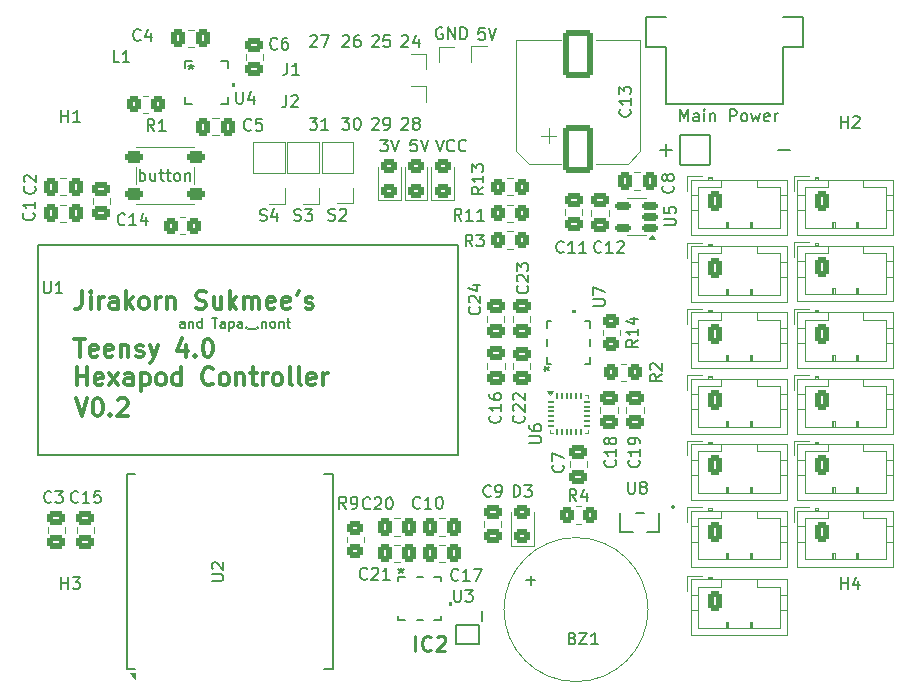
<source format=gbr>
%TF.GenerationSoftware,KiCad,Pcbnew,8.0.8*%
%TF.CreationDate,2025-01-26T21:38:22+07:00*%
%TF.ProjectId,Teensy4.0,5465656e-7379-4342-9e30-2e6b69636164,rev?*%
%TF.SameCoordinates,Original*%
%TF.FileFunction,Legend,Top*%
%TF.FilePolarity,Positive*%
%FSLAX46Y46*%
G04 Gerber Fmt 4.6, Leading zero omitted, Abs format (unit mm)*
G04 Created by KiCad (PCBNEW 8.0.8) date 2025-01-26 21:38:22*
%MOMM*%
%LPD*%
G01*
G04 APERTURE LIST*
G04 Aperture macros list*
%AMRoundRect*
0 Rectangle with rounded corners*
0 $1 Rounding radius*
0 $2 $3 $4 $5 $6 $7 $8 $9 X,Y pos of 4 corners*
0 Add a 4 corners polygon primitive as box body*
4,1,4,$2,$3,$4,$5,$6,$7,$8,$9,$2,$3,0*
0 Add four circle primitives for the rounded corners*
1,1,$1+$1,$2,$3*
1,1,$1+$1,$4,$5*
1,1,$1+$1,$6,$7*
1,1,$1+$1,$8,$9*
0 Add four rect primitives between the rounded corners*
20,1,$1+$1,$2,$3,$4,$5,0*
20,1,$1+$1,$4,$5,$6,$7,0*
20,1,$1+$1,$6,$7,$8,$9,0*
20,1,$1+$1,$8,$9,$2,$3,0*%
G04 Aperture macros list end*
%ADD10C,0.300000*%
%ADD11C,0.150000*%
%ADD12C,0.187500*%
%ADD13C,0.254000*%
%ADD14C,0.200000*%
%ADD15C,0.120000*%
%ADD16C,0.152400*%
%ADD17C,0.000000*%
%ADD18C,0.127000*%
%ADD19C,1.600000*%
%ADD20R,0.300000X0.850000*%
%ADD21RoundRect,0.250000X-0.350000X-0.625000X0.350000X-0.625000X0.350000X0.625000X-0.350000X0.625000X0*%
%ADD22O,1.200000X1.750000*%
%ADD23R,2.000000X2.000000*%
%ADD24C,2.000000*%
%ADD25C,3.200000*%
%ADD26RoundRect,0.250000X0.475000X-0.337500X0.475000X0.337500X-0.475000X0.337500X-0.475000X-0.337500X0*%
%ADD27R,1.700000X1.700000*%
%ADD28O,1.700000X1.700000*%
%ADD29RoundRect,0.250000X-0.475000X0.337500X-0.475000X-0.337500X0.475000X-0.337500X0.475000X0.337500X0*%
%ADD30RoundRect,0.250000X0.350000X0.450000X-0.350000X0.450000X-0.350000X-0.450000X0.350000X-0.450000X0*%
%ADD31RoundRect,0.250000X0.450000X-0.325000X0.450000X0.325000X-0.450000X0.325000X-0.450000X-0.325000X0*%
%ADD32RoundRect,0.250000X-0.350000X-0.450000X0.350000X-0.450000X0.350000X0.450000X-0.350000X0.450000X0*%
%ADD33RoundRect,0.250000X-0.337500X-0.475000X0.337500X-0.475000X0.337500X0.475000X-0.337500X0.475000X0*%
%ADD34RoundRect,0.250000X0.337500X0.475000X-0.337500X0.475000X-0.337500X-0.475000X0.337500X-0.475000X0*%
%ADD35RoundRect,0.050000X-0.225000X-0.050000X0.225000X-0.050000X0.225000X0.050000X-0.225000X0.050000X0*%
%ADD36RoundRect,0.050000X0.050000X-0.225000X0.050000X0.225000X-0.050000X0.225000X-0.050000X-0.225000X0*%
%ADD37RoundRect,0.250000X1.000000X-1.750000X1.000000X1.750000X-1.000000X1.750000X-1.000000X-1.750000X0*%
%ADD38R,0.280000X0.850000*%
%ADD39R,0.850000X0.280000*%
%ADD40RoundRect,0.250000X0.450000X-0.350000X0.450000X0.350000X-0.450000X0.350000X-0.450000X-0.350000X0*%
%ADD41R,1.500000X2.000000*%
%ADD42R,2.260600X1.498600*%
%ADD43RoundRect,0.250000X-0.450000X0.350000X-0.450000X-0.350000X0.450000X-0.350000X0.450000X0.350000X0*%
%ADD44RoundRect,0.250000X0.525000X0.250000X-0.525000X0.250000X-0.525000X-0.250000X0.525000X-0.250000X0*%
%ADD45RoundRect,0.150000X0.512500X0.150000X-0.512500X0.150000X-0.512500X-0.150000X0.512500X-0.150000X0*%
%ADD46C,2.754000*%
%ADD47RoundRect,0.102000X-1.275000X-1.275000X1.275000X-1.275000X1.275000X1.275000X-1.275000X1.275000X0*%
%ADD48C,1.712000*%
%ADD49R,0.558800X1.422400*%
G04 APERTURE END LIST*
D10*
X109983082Y-93050828D02*
X109983082Y-94122257D01*
X109983082Y-94122257D02*
X109911653Y-94336542D01*
X109911653Y-94336542D02*
X109768796Y-94479400D01*
X109768796Y-94479400D02*
X109554510Y-94550828D01*
X109554510Y-94550828D02*
X109411653Y-94550828D01*
X110697367Y-94550828D02*
X110697367Y-93550828D01*
X110697367Y-93050828D02*
X110625939Y-93122257D01*
X110625939Y-93122257D02*
X110697367Y-93193685D01*
X110697367Y-93193685D02*
X110768796Y-93122257D01*
X110768796Y-93122257D02*
X110697367Y-93050828D01*
X110697367Y-93050828D02*
X110697367Y-93193685D01*
X111411653Y-94550828D02*
X111411653Y-93550828D01*
X111411653Y-93836542D02*
X111483082Y-93693685D01*
X111483082Y-93693685D02*
X111554511Y-93622257D01*
X111554511Y-93622257D02*
X111697368Y-93550828D01*
X111697368Y-93550828D02*
X111840225Y-93550828D01*
X112983082Y-94550828D02*
X112983082Y-93765114D01*
X112983082Y-93765114D02*
X112911653Y-93622257D01*
X112911653Y-93622257D02*
X112768796Y-93550828D01*
X112768796Y-93550828D02*
X112483082Y-93550828D01*
X112483082Y-93550828D02*
X112340224Y-93622257D01*
X112983082Y-94479400D02*
X112840224Y-94550828D01*
X112840224Y-94550828D02*
X112483082Y-94550828D01*
X112483082Y-94550828D02*
X112340224Y-94479400D01*
X112340224Y-94479400D02*
X112268796Y-94336542D01*
X112268796Y-94336542D02*
X112268796Y-94193685D01*
X112268796Y-94193685D02*
X112340224Y-94050828D01*
X112340224Y-94050828D02*
X112483082Y-93979400D01*
X112483082Y-93979400D02*
X112840224Y-93979400D01*
X112840224Y-93979400D02*
X112983082Y-93907971D01*
X113697367Y-94550828D02*
X113697367Y-93050828D01*
X113840225Y-93979400D02*
X114268796Y-94550828D01*
X114268796Y-93550828D02*
X113697367Y-94122257D01*
X115125939Y-94550828D02*
X114983082Y-94479400D01*
X114983082Y-94479400D02*
X114911653Y-94407971D01*
X114911653Y-94407971D02*
X114840225Y-94265114D01*
X114840225Y-94265114D02*
X114840225Y-93836542D01*
X114840225Y-93836542D02*
X114911653Y-93693685D01*
X114911653Y-93693685D02*
X114983082Y-93622257D01*
X114983082Y-93622257D02*
X115125939Y-93550828D01*
X115125939Y-93550828D02*
X115340225Y-93550828D01*
X115340225Y-93550828D02*
X115483082Y-93622257D01*
X115483082Y-93622257D02*
X115554511Y-93693685D01*
X115554511Y-93693685D02*
X115625939Y-93836542D01*
X115625939Y-93836542D02*
X115625939Y-94265114D01*
X115625939Y-94265114D02*
X115554511Y-94407971D01*
X115554511Y-94407971D02*
X115483082Y-94479400D01*
X115483082Y-94479400D02*
X115340225Y-94550828D01*
X115340225Y-94550828D02*
X115125939Y-94550828D01*
X116268796Y-94550828D02*
X116268796Y-93550828D01*
X116268796Y-93836542D02*
X116340225Y-93693685D01*
X116340225Y-93693685D02*
X116411654Y-93622257D01*
X116411654Y-93622257D02*
X116554511Y-93550828D01*
X116554511Y-93550828D02*
X116697368Y-93550828D01*
X117197367Y-93550828D02*
X117197367Y-94550828D01*
X117197367Y-93693685D02*
X117268796Y-93622257D01*
X117268796Y-93622257D02*
X117411653Y-93550828D01*
X117411653Y-93550828D02*
X117625939Y-93550828D01*
X117625939Y-93550828D02*
X117768796Y-93622257D01*
X117768796Y-93622257D02*
X117840225Y-93765114D01*
X117840225Y-93765114D02*
X117840225Y-94550828D01*
X119625939Y-94479400D02*
X119840225Y-94550828D01*
X119840225Y-94550828D02*
X120197367Y-94550828D01*
X120197367Y-94550828D02*
X120340225Y-94479400D01*
X120340225Y-94479400D02*
X120411653Y-94407971D01*
X120411653Y-94407971D02*
X120483082Y-94265114D01*
X120483082Y-94265114D02*
X120483082Y-94122257D01*
X120483082Y-94122257D02*
X120411653Y-93979400D01*
X120411653Y-93979400D02*
X120340225Y-93907971D01*
X120340225Y-93907971D02*
X120197367Y-93836542D01*
X120197367Y-93836542D02*
X119911653Y-93765114D01*
X119911653Y-93765114D02*
X119768796Y-93693685D01*
X119768796Y-93693685D02*
X119697367Y-93622257D01*
X119697367Y-93622257D02*
X119625939Y-93479400D01*
X119625939Y-93479400D02*
X119625939Y-93336542D01*
X119625939Y-93336542D02*
X119697367Y-93193685D01*
X119697367Y-93193685D02*
X119768796Y-93122257D01*
X119768796Y-93122257D02*
X119911653Y-93050828D01*
X119911653Y-93050828D02*
X120268796Y-93050828D01*
X120268796Y-93050828D02*
X120483082Y-93122257D01*
X121768796Y-93550828D02*
X121768796Y-94550828D01*
X121125938Y-93550828D02*
X121125938Y-94336542D01*
X121125938Y-94336542D02*
X121197367Y-94479400D01*
X121197367Y-94479400D02*
X121340224Y-94550828D01*
X121340224Y-94550828D02*
X121554510Y-94550828D01*
X121554510Y-94550828D02*
X121697367Y-94479400D01*
X121697367Y-94479400D02*
X121768796Y-94407971D01*
X122483081Y-94550828D02*
X122483081Y-93050828D01*
X122625939Y-93979400D02*
X123054510Y-94550828D01*
X123054510Y-93550828D02*
X122483081Y-94122257D01*
X123697367Y-94550828D02*
X123697367Y-93550828D01*
X123697367Y-93693685D02*
X123768796Y-93622257D01*
X123768796Y-93622257D02*
X123911653Y-93550828D01*
X123911653Y-93550828D02*
X124125939Y-93550828D01*
X124125939Y-93550828D02*
X124268796Y-93622257D01*
X124268796Y-93622257D02*
X124340225Y-93765114D01*
X124340225Y-93765114D02*
X124340225Y-94550828D01*
X124340225Y-93765114D02*
X124411653Y-93622257D01*
X124411653Y-93622257D02*
X124554510Y-93550828D01*
X124554510Y-93550828D02*
X124768796Y-93550828D01*
X124768796Y-93550828D02*
X124911653Y-93622257D01*
X124911653Y-93622257D02*
X124983082Y-93765114D01*
X124983082Y-93765114D02*
X124983082Y-94550828D01*
X126268796Y-94479400D02*
X126125939Y-94550828D01*
X126125939Y-94550828D02*
X125840225Y-94550828D01*
X125840225Y-94550828D02*
X125697367Y-94479400D01*
X125697367Y-94479400D02*
X125625939Y-94336542D01*
X125625939Y-94336542D02*
X125625939Y-93765114D01*
X125625939Y-93765114D02*
X125697367Y-93622257D01*
X125697367Y-93622257D02*
X125840225Y-93550828D01*
X125840225Y-93550828D02*
X126125939Y-93550828D01*
X126125939Y-93550828D02*
X126268796Y-93622257D01*
X126268796Y-93622257D02*
X126340225Y-93765114D01*
X126340225Y-93765114D02*
X126340225Y-93907971D01*
X126340225Y-93907971D02*
X125625939Y-94050828D01*
X127554510Y-94479400D02*
X127411653Y-94550828D01*
X127411653Y-94550828D02*
X127125939Y-94550828D01*
X127125939Y-94550828D02*
X126983081Y-94479400D01*
X126983081Y-94479400D02*
X126911653Y-94336542D01*
X126911653Y-94336542D02*
X126911653Y-93765114D01*
X126911653Y-93765114D02*
X126983081Y-93622257D01*
X126983081Y-93622257D02*
X127125939Y-93550828D01*
X127125939Y-93550828D02*
X127411653Y-93550828D01*
X127411653Y-93550828D02*
X127554510Y-93622257D01*
X127554510Y-93622257D02*
X127625939Y-93765114D01*
X127625939Y-93765114D02*
X127625939Y-93907971D01*
X127625939Y-93907971D02*
X126911653Y-94050828D01*
X128340224Y-93050828D02*
X128197367Y-93336542D01*
X128911653Y-94479400D02*
X129054510Y-94550828D01*
X129054510Y-94550828D02*
X129340224Y-94550828D01*
X129340224Y-94550828D02*
X129483081Y-94479400D01*
X129483081Y-94479400D02*
X129554510Y-94336542D01*
X129554510Y-94336542D02*
X129554510Y-94265114D01*
X129554510Y-94265114D02*
X129483081Y-94122257D01*
X129483081Y-94122257D02*
X129340224Y-94050828D01*
X129340224Y-94050828D02*
X129125939Y-94050828D01*
X129125939Y-94050828D02*
X128983081Y-93979400D01*
X128983081Y-93979400D02*
X128911653Y-93836542D01*
X128911653Y-93836542D02*
X128911653Y-93765114D01*
X128911653Y-93765114D02*
X128983081Y-93622257D01*
X128983081Y-93622257D02*
X129125939Y-93550828D01*
X129125939Y-93550828D02*
X129340224Y-93550828D01*
X129340224Y-93550828D02*
X129483081Y-93622257D01*
D11*
X137039160Y-71465057D02*
X137086779Y-71417438D01*
X137086779Y-71417438D02*
X137182017Y-71369819D01*
X137182017Y-71369819D02*
X137420112Y-71369819D01*
X137420112Y-71369819D02*
X137515350Y-71417438D01*
X137515350Y-71417438D02*
X137562969Y-71465057D01*
X137562969Y-71465057D02*
X137610588Y-71560295D01*
X137610588Y-71560295D02*
X137610588Y-71655533D01*
X137610588Y-71655533D02*
X137562969Y-71798390D01*
X137562969Y-71798390D02*
X136991541Y-72369819D01*
X136991541Y-72369819D02*
X137610588Y-72369819D01*
X138467731Y-71703152D02*
X138467731Y-72369819D01*
X138229636Y-71322200D02*
X137991541Y-72036485D01*
X137991541Y-72036485D02*
X138610588Y-72036485D01*
X134539160Y-78465057D02*
X134586779Y-78417438D01*
X134586779Y-78417438D02*
X134682017Y-78369819D01*
X134682017Y-78369819D02*
X134920112Y-78369819D01*
X134920112Y-78369819D02*
X135015350Y-78417438D01*
X135015350Y-78417438D02*
X135062969Y-78465057D01*
X135062969Y-78465057D02*
X135110588Y-78560295D01*
X135110588Y-78560295D02*
X135110588Y-78655533D01*
X135110588Y-78655533D02*
X135062969Y-78798390D01*
X135062969Y-78798390D02*
X134491541Y-79369819D01*
X134491541Y-79369819D02*
X135110588Y-79369819D01*
X135586779Y-79369819D02*
X135777255Y-79369819D01*
X135777255Y-79369819D02*
X135872493Y-79322200D01*
X135872493Y-79322200D02*
X135920112Y-79274580D01*
X135920112Y-79274580D02*
X136015350Y-79131723D01*
X136015350Y-79131723D02*
X136062969Y-78941247D01*
X136062969Y-78941247D02*
X136062969Y-78560295D01*
X136062969Y-78560295D02*
X136015350Y-78465057D01*
X136015350Y-78465057D02*
X135967731Y-78417438D01*
X135967731Y-78417438D02*
X135872493Y-78369819D01*
X135872493Y-78369819D02*
X135682017Y-78369819D01*
X135682017Y-78369819D02*
X135586779Y-78417438D01*
X135586779Y-78417438D02*
X135539160Y-78465057D01*
X135539160Y-78465057D02*
X135491541Y-78560295D01*
X135491541Y-78560295D02*
X135491541Y-78798390D01*
X135491541Y-78798390D02*
X135539160Y-78893628D01*
X135539160Y-78893628D02*
X135586779Y-78941247D01*
X135586779Y-78941247D02*
X135682017Y-78988866D01*
X135682017Y-78988866D02*
X135872493Y-78988866D01*
X135872493Y-78988866D02*
X135967731Y-78941247D01*
X135967731Y-78941247D02*
X136015350Y-78893628D01*
X136015350Y-78893628D02*
X136062969Y-78798390D01*
D12*
X118656688Y-96142345D02*
X118656688Y-95723297D01*
X118656688Y-95723297D02*
X118618593Y-95647107D01*
X118618593Y-95647107D02*
X118542402Y-95609011D01*
X118542402Y-95609011D02*
X118390021Y-95609011D01*
X118390021Y-95609011D02*
X118313831Y-95647107D01*
X118656688Y-96104250D02*
X118580497Y-96142345D01*
X118580497Y-96142345D02*
X118390021Y-96142345D01*
X118390021Y-96142345D02*
X118313831Y-96104250D01*
X118313831Y-96104250D02*
X118275735Y-96028059D01*
X118275735Y-96028059D02*
X118275735Y-95951869D01*
X118275735Y-95951869D02*
X118313831Y-95875678D01*
X118313831Y-95875678D02*
X118390021Y-95837583D01*
X118390021Y-95837583D02*
X118580497Y-95837583D01*
X118580497Y-95837583D02*
X118656688Y-95799488D01*
X119037641Y-95609011D02*
X119037641Y-96142345D01*
X119037641Y-95685202D02*
X119075736Y-95647107D01*
X119075736Y-95647107D02*
X119151926Y-95609011D01*
X119151926Y-95609011D02*
X119266212Y-95609011D01*
X119266212Y-95609011D02*
X119342403Y-95647107D01*
X119342403Y-95647107D02*
X119380498Y-95723297D01*
X119380498Y-95723297D02*
X119380498Y-96142345D01*
X120104308Y-96142345D02*
X120104308Y-95342345D01*
X120104308Y-96104250D02*
X120028117Y-96142345D01*
X120028117Y-96142345D02*
X119875736Y-96142345D01*
X119875736Y-96142345D02*
X119799546Y-96104250D01*
X119799546Y-96104250D02*
X119761451Y-96066154D01*
X119761451Y-96066154D02*
X119723355Y-95989964D01*
X119723355Y-95989964D02*
X119723355Y-95761392D01*
X119723355Y-95761392D02*
X119761451Y-95685202D01*
X119761451Y-95685202D02*
X119799546Y-95647107D01*
X119799546Y-95647107D02*
X119875736Y-95609011D01*
X119875736Y-95609011D02*
X120028117Y-95609011D01*
X120028117Y-95609011D02*
X120104308Y-95647107D01*
X120980499Y-95342345D02*
X121437642Y-95342345D01*
X121209070Y-96142345D02*
X121209070Y-95342345D01*
X122047166Y-96142345D02*
X122047166Y-95723297D01*
X122047166Y-95723297D02*
X122009071Y-95647107D01*
X122009071Y-95647107D02*
X121932880Y-95609011D01*
X121932880Y-95609011D02*
X121780499Y-95609011D01*
X121780499Y-95609011D02*
X121704309Y-95647107D01*
X122047166Y-96104250D02*
X121970975Y-96142345D01*
X121970975Y-96142345D02*
X121780499Y-96142345D01*
X121780499Y-96142345D02*
X121704309Y-96104250D01*
X121704309Y-96104250D02*
X121666213Y-96028059D01*
X121666213Y-96028059D02*
X121666213Y-95951869D01*
X121666213Y-95951869D02*
X121704309Y-95875678D01*
X121704309Y-95875678D02*
X121780499Y-95837583D01*
X121780499Y-95837583D02*
X121970975Y-95837583D01*
X121970975Y-95837583D02*
X122047166Y-95799488D01*
X122428119Y-95609011D02*
X122428119Y-96409011D01*
X122428119Y-95647107D02*
X122504309Y-95609011D01*
X122504309Y-95609011D02*
X122656690Y-95609011D01*
X122656690Y-95609011D02*
X122732881Y-95647107D01*
X122732881Y-95647107D02*
X122770976Y-95685202D01*
X122770976Y-95685202D02*
X122809071Y-95761392D01*
X122809071Y-95761392D02*
X122809071Y-95989964D01*
X122809071Y-95989964D02*
X122770976Y-96066154D01*
X122770976Y-96066154D02*
X122732881Y-96104250D01*
X122732881Y-96104250D02*
X122656690Y-96142345D01*
X122656690Y-96142345D02*
X122504309Y-96142345D01*
X122504309Y-96142345D02*
X122428119Y-96104250D01*
X123494786Y-96142345D02*
X123494786Y-95723297D01*
X123494786Y-95723297D02*
X123456691Y-95647107D01*
X123456691Y-95647107D02*
X123380500Y-95609011D01*
X123380500Y-95609011D02*
X123228119Y-95609011D01*
X123228119Y-95609011D02*
X123151929Y-95647107D01*
X123494786Y-96104250D02*
X123418595Y-96142345D01*
X123418595Y-96142345D02*
X123228119Y-96142345D01*
X123228119Y-96142345D02*
X123151929Y-96104250D01*
X123151929Y-96104250D02*
X123113833Y-96028059D01*
X123113833Y-96028059D02*
X123113833Y-95951869D01*
X123113833Y-95951869D02*
X123151929Y-95875678D01*
X123151929Y-95875678D02*
X123228119Y-95837583D01*
X123228119Y-95837583D02*
X123418595Y-95837583D01*
X123418595Y-95837583D02*
X123494786Y-95799488D01*
X123875739Y-96066154D02*
X123913834Y-96104250D01*
X123913834Y-96104250D02*
X123875739Y-96142345D01*
X123875739Y-96142345D02*
X123837643Y-96104250D01*
X123837643Y-96104250D02*
X123875739Y-96066154D01*
X123875739Y-96066154D02*
X123875739Y-96142345D01*
X124066215Y-96218535D02*
X124675738Y-96218535D01*
X124866215Y-96066154D02*
X124904310Y-96104250D01*
X124904310Y-96104250D02*
X124866215Y-96142345D01*
X124866215Y-96142345D02*
X124828119Y-96104250D01*
X124828119Y-96104250D02*
X124866215Y-96066154D01*
X124866215Y-96066154D02*
X124866215Y-96142345D01*
X125247167Y-95609011D02*
X125247167Y-96142345D01*
X125247167Y-95685202D02*
X125285262Y-95647107D01*
X125285262Y-95647107D02*
X125361452Y-95609011D01*
X125361452Y-95609011D02*
X125475738Y-95609011D01*
X125475738Y-95609011D02*
X125551929Y-95647107D01*
X125551929Y-95647107D02*
X125590024Y-95723297D01*
X125590024Y-95723297D02*
X125590024Y-96142345D01*
X126085262Y-96142345D02*
X126009072Y-96104250D01*
X126009072Y-96104250D02*
X125970977Y-96066154D01*
X125970977Y-96066154D02*
X125932881Y-95989964D01*
X125932881Y-95989964D02*
X125932881Y-95761392D01*
X125932881Y-95761392D02*
X125970977Y-95685202D01*
X125970977Y-95685202D02*
X126009072Y-95647107D01*
X126009072Y-95647107D02*
X126085262Y-95609011D01*
X126085262Y-95609011D02*
X126199548Y-95609011D01*
X126199548Y-95609011D02*
X126275739Y-95647107D01*
X126275739Y-95647107D02*
X126313834Y-95685202D01*
X126313834Y-95685202D02*
X126351929Y-95761392D01*
X126351929Y-95761392D02*
X126351929Y-95989964D01*
X126351929Y-95989964D02*
X126313834Y-96066154D01*
X126313834Y-96066154D02*
X126275739Y-96104250D01*
X126275739Y-96104250D02*
X126199548Y-96142345D01*
X126199548Y-96142345D02*
X126085262Y-96142345D01*
X126694787Y-95609011D02*
X126694787Y-96142345D01*
X126694787Y-95685202D02*
X126732882Y-95647107D01*
X126732882Y-95647107D02*
X126809072Y-95609011D01*
X126809072Y-95609011D02*
X126923358Y-95609011D01*
X126923358Y-95609011D02*
X126999549Y-95647107D01*
X126999549Y-95647107D02*
X127037644Y-95723297D01*
X127037644Y-95723297D02*
X127037644Y-96142345D01*
X127304311Y-95609011D02*
X127609073Y-95609011D01*
X127418597Y-95342345D02*
X127418597Y-96028059D01*
X127418597Y-96028059D02*
X127456692Y-96104250D01*
X127456692Y-96104250D02*
X127532882Y-96142345D01*
X127532882Y-96142345D02*
X127609073Y-96142345D01*
D11*
X129241541Y-78369819D02*
X129860588Y-78369819D01*
X129860588Y-78369819D02*
X129527255Y-78750771D01*
X129527255Y-78750771D02*
X129670112Y-78750771D01*
X129670112Y-78750771D02*
X129765350Y-78798390D01*
X129765350Y-78798390D02*
X129812969Y-78846009D01*
X129812969Y-78846009D02*
X129860588Y-78941247D01*
X129860588Y-78941247D02*
X129860588Y-79179342D01*
X129860588Y-79179342D02*
X129812969Y-79274580D01*
X129812969Y-79274580D02*
X129765350Y-79322200D01*
X129765350Y-79322200D02*
X129670112Y-79369819D01*
X129670112Y-79369819D02*
X129384398Y-79369819D01*
X129384398Y-79369819D02*
X129289160Y-79322200D01*
X129289160Y-79322200D02*
X129241541Y-79274580D01*
X130812969Y-79369819D02*
X130241541Y-79369819D01*
X130527255Y-79369819D02*
X130527255Y-78369819D01*
X130527255Y-78369819D02*
X130432017Y-78512676D01*
X130432017Y-78512676D02*
X130336779Y-78607914D01*
X130336779Y-78607914D02*
X130241541Y-78655533D01*
D10*
X109440225Y-102100828D02*
X109940225Y-103600828D01*
X109940225Y-103600828D02*
X110440225Y-102100828D01*
X111225939Y-102100828D02*
X111368796Y-102100828D01*
X111368796Y-102100828D02*
X111511653Y-102172257D01*
X111511653Y-102172257D02*
X111583082Y-102243685D01*
X111583082Y-102243685D02*
X111654510Y-102386542D01*
X111654510Y-102386542D02*
X111725939Y-102672257D01*
X111725939Y-102672257D02*
X111725939Y-103029400D01*
X111725939Y-103029400D02*
X111654510Y-103315114D01*
X111654510Y-103315114D02*
X111583082Y-103457971D01*
X111583082Y-103457971D02*
X111511653Y-103529400D01*
X111511653Y-103529400D02*
X111368796Y-103600828D01*
X111368796Y-103600828D02*
X111225939Y-103600828D01*
X111225939Y-103600828D02*
X111083082Y-103529400D01*
X111083082Y-103529400D02*
X111011653Y-103457971D01*
X111011653Y-103457971D02*
X110940224Y-103315114D01*
X110940224Y-103315114D02*
X110868796Y-103029400D01*
X110868796Y-103029400D02*
X110868796Y-102672257D01*
X110868796Y-102672257D02*
X110940224Y-102386542D01*
X110940224Y-102386542D02*
X111011653Y-102243685D01*
X111011653Y-102243685D02*
X111083082Y-102172257D01*
X111083082Y-102172257D02*
X111225939Y-102100828D01*
X112368795Y-103457971D02*
X112440224Y-103529400D01*
X112440224Y-103529400D02*
X112368795Y-103600828D01*
X112368795Y-103600828D02*
X112297367Y-103529400D01*
X112297367Y-103529400D02*
X112368795Y-103457971D01*
X112368795Y-103457971D02*
X112368795Y-103600828D01*
X113011653Y-102243685D02*
X113083081Y-102172257D01*
X113083081Y-102172257D02*
X113225939Y-102100828D01*
X113225939Y-102100828D02*
X113583081Y-102100828D01*
X113583081Y-102100828D02*
X113725939Y-102172257D01*
X113725939Y-102172257D02*
X113797367Y-102243685D01*
X113797367Y-102243685D02*
X113868796Y-102386542D01*
X113868796Y-102386542D02*
X113868796Y-102529400D01*
X113868796Y-102529400D02*
X113797367Y-102743685D01*
X113797367Y-102743685D02*
X112940224Y-103600828D01*
X112940224Y-103600828D02*
X113868796Y-103600828D01*
D11*
X132039160Y-71465057D02*
X132086779Y-71417438D01*
X132086779Y-71417438D02*
X132182017Y-71369819D01*
X132182017Y-71369819D02*
X132420112Y-71369819D01*
X132420112Y-71369819D02*
X132515350Y-71417438D01*
X132515350Y-71417438D02*
X132562969Y-71465057D01*
X132562969Y-71465057D02*
X132610588Y-71560295D01*
X132610588Y-71560295D02*
X132610588Y-71655533D01*
X132610588Y-71655533D02*
X132562969Y-71798390D01*
X132562969Y-71798390D02*
X131991541Y-72369819D01*
X131991541Y-72369819D02*
X132610588Y-72369819D01*
X133467731Y-71369819D02*
X133277255Y-71369819D01*
X133277255Y-71369819D02*
X133182017Y-71417438D01*
X133182017Y-71417438D02*
X133134398Y-71465057D01*
X133134398Y-71465057D02*
X133039160Y-71607914D01*
X133039160Y-71607914D02*
X132991541Y-71798390D01*
X132991541Y-71798390D02*
X132991541Y-72179342D01*
X132991541Y-72179342D02*
X133039160Y-72274580D01*
X133039160Y-72274580D02*
X133086779Y-72322200D01*
X133086779Y-72322200D02*
X133182017Y-72369819D01*
X133182017Y-72369819D02*
X133372493Y-72369819D01*
X133372493Y-72369819D02*
X133467731Y-72322200D01*
X133467731Y-72322200D02*
X133515350Y-72274580D01*
X133515350Y-72274580D02*
X133562969Y-72179342D01*
X133562969Y-72179342D02*
X133562969Y-71941247D01*
X133562969Y-71941247D02*
X133515350Y-71846009D01*
X133515350Y-71846009D02*
X133467731Y-71798390D01*
X133467731Y-71798390D02*
X133372493Y-71750771D01*
X133372493Y-71750771D02*
X133182017Y-71750771D01*
X133182017Y-71750771D02*
X133086779Y-71798390D01*
X133086779Y-71798390D02*
X133039160Y-71846009D01*
X133039160Y-71846009D02*
X132991541Y-71941247D01*
D10*
X109340225Y-97085912D02*
X110197368Y-97085912D01*
X109768796Y-98585912D02*
X109768796Y-97085912D01*
X111268796Y-98514484D02*
X111125939Y-98585912D01*
X111125939Y-98585912D02*
X110840225Y-98585912D01*
X110840225Y-98585912D02*
X110697367Y-98514484D01*
X110697367Y-98514484D02*
X110625939Y-98371626D01*
X110625939Y-98371626D02*
X110625939Y-97800198D01*
X110625939Y-97800198D02*
X110697367Y-97657341D01*
X110697367Y-97657341D02*
X110840225Y-97585912D01*
X110840225Y-97585912D02*
X111125939Y-97585912D01*
X111125939Y-97585912D02*
X111268796Y-97657341D01*
X111268796Y-97657341D02*
X111340225Y-97800198D01*
X111340225Y-97800198D02*
X111340225Y-97943055D01*
X111340225Y-97943055D02*
X110625939Y-98085912D01*
X112554510Y-98514484D02*
X112411653Y-98585912D01*
X112411653Y-98585912D02*
X112125939Y-98585912D01*
X112125939Y-98585912D02*
X111983081Y-98514484D01*
X111983081Y-98514484D02*
X111911653Y-98371626D01*
X111911653Y-98371626D02*
X111911653Y-97800198D01*
X111911653Y-97800198D02*
X111983081Y-97657341D01*
X111983081Y-97657341D02*
X112125939Y-97585912D01*
X112125939Y-97585912D02*
X112411653Y-97585912D01*
X112411653Y-97585912D02*
X112554510Y-97657341D01*
X112554510Y-97657341D02*
X112625939Y-97800198D01*
X112625939Y-97800198D02*
X112625939Y-97943055D01*
X112625939Y-97943055D02*
X111911653Y-98085912D01*
X113268795Y-97585912D02*
X113268795Y-98585912D01*
X113268795Y-97728769D02*
X113340224Y-97657341D01*
X113340224Y-97657341D02*
X113483081Y-97585912D01*
X113483081Y-97585912D02*
X113697367Y-97585912D01*
X113697367Y-97585912D02*
X113840224Y-97657341D01*
X113840224Y-97657341D02*
X113911653Y-97800198D01*
X113911653Y-97800198D02*
X113911653Y-98585912D01*
X114554510Y-98514484D02*
X114697367Y-98585912D01*
X114697367Y-98585912D02*
X114983081Y-98585912D01*
X114983081Y-98585912D02*
X115125938Y-98514484D01*
X115125938Y-98514484D02*
X115197367Y-98371626D01*
X115197367Y-98371626D02*
X115197367Y-98300198D01*
X115197367Y-98300198D02*
X115125938Y-98157341D01*
X115125938Y-98157341D02*
X114983081Y-98085912D01*
X114983081Y-98085912D02*
X114768796Y-98085912D01*
X114768796Y-98085912D02*
X114625938Y-98014484D01*
X114625938Y-98014484D02*
X114554510Y-97871626D01*
X114554510Y-97871626D02*
X114554510Y-97800198D01*
X114554510Y-97800198D02*
X114625938Y-97657341D01*
X114625938Y-97657341D02*
X114768796Y-97585912D01*
X114768796Y-97585912D02*
X114983081Y-97585912D01*
X114983081Y-97585912D02*
X115125938Y-97657341D01*
X115697367Y-97585912D02*
X116054510Y-98585912D01*
X116411653Y-97585912D02*
X116054510Y-98585912D01*
X116054510Y-98585912D02*
X115911653Y-98943055D01*
X115911653Y-98943055D02*
X115840224Y-99014484D01*
X115840224Y-99014484D02*
X115697367Y-99085912D01*
X118768796Y-97585912D02*
X118768796Y-98585912D01*
X118411653Y-97014484D02*
X118054510Y-98085912D01*
X118054510Y-98085912D02*
X118983081Y-98085912D01*
X119554509Y-98443055D02*
X119625938Y-98514484D01*
X119625938Y-98514484D02*
X119554509Y-98585912D01*
X119554509Y-98585912D02*
X119483081Y-98514484D01*
X119483081Y-98514484D02*
X119554509Y-98443055D01*
X119554509Y-98443055D02*
X119554509Y-98585912D01*
X120554510Y-97085912D02*
X120697367Y-97085912D01*
X120697367Y-97085912D02*
X120840224Y-97157341D01*
X120840224Y-97157341D02*
X120911653Y-97228769D01*
X120911653Y-97228769D02*
X120983081Y-97371626D01*
X120983081Y-97371626D02*
X121054510Y-97657341D01*
X121054510Y-97657341D02*
X121054510Y-98014484D01*
X121054510Y-98014484D02*
X120983081Y-98300198D01*
X120983081Y-98300198D02*
X120911653Y-98443055D01*
X120911653Y-98443055D02*
X120840224Y-98514484D01*
X120840224Y-98514484D02*
X120697367Y-98585912D01*
X120697367Y-98585912D02*
X120554510Y-98585912D01*
X120554510Y-98585912D02*
X120411653Y-98514484D01*
X120411653Y-98514484D02*
X120340224Y-98443055D01*
X120340224Y-98443055D02*
X120268795Y-98300198D01*
X120268795Y-98300198D02*
X120197367Y-98014484D01*
X120197367Y-98014484D02*
X120197367Y-97657341D01*
X120197367Y-97657341D02*
X120268795Y-97371626D01*
X120268795Y-97371626D02*
X120340224Y-97228769D01*
X120340224Y-97228769D02*
X120411653Y-97157341D01*
X120411653Y-97157341D02*
X120554510Y-97085912D01*
X109554510Y-101000828D02*
X109554510Y-99500828D01*
X109554510Y-100215114D02*
X110411653Y-100215114D01*
X110411653Y-101000828D02*
X110411653Y-99500828D01*
X111697368Y-100929400D02*
X111554511Y-101000828D01*
X111554511Y-101000828D02*
X111268797Y-101000828D01*
X111268797Y-101000828D02*
X111125939Y-100929400D01*
X111125939Y-100929400D02*
X111054511Y-100786542D01*
X111054511Y-100786542D02*
X111054511Y-100215114D01*
X111054511Y-100215114D02*
X111125939Y-100072257D01*
X111125939Y-100072257D02*
X111268797Y-100000828D01*
X111268797Y-100000828D02*
X111554511Y-100000828D01*
X111554511Y-100000828D02*
X111697368Y-100072257D01*
X111697368Y-100072257D02*
X111768797Y-100215114D01*
X111768797Y-100215114D02*
X111768797Y-100357971D01*
X111768797Y-100357971D02*
X111054511Y-100500828D01*
X112268796Y-101000828D02*
X113054511Y-100000828D01*
X112268796Y-100000828D02*
X113054511Y-101000828D01*
X114268797Y-101000828D02*
X114268797Y-100215114D01*
X114268797Y-100215114D02*
X114197368Y-100072257D01*
X114197368Y-100072257D02*
X114054511Y-100000828D01*
X114054511Y-100000828D02*
X113768797Y-100000828D01*
X113768797Y-100000828D02*
X113625939Y-100072257D01*
X114268797Y-100929400D02*
X114125939Y-101000828D01*
X114125939Y-101000828D02*
X113768797Y-101000828D01*
X113768797Y-101000828D02*
X113625939Y-100929400D01*
X113625939Y-100929400D02*
X113554511Y-100786542D01*
X113554511Y-100786542D02*
X113554511Y-100643685D01*
X113554511Y-100643685D02*
X113625939Y-100500828D01*
X113625939Y-100500828D02*
X113768797Y-100429400D01*
X113768797Y-100429400D02*
X114125939Y-100429400D01*
X114125939Y-100429400D02*
X114268797Y-100357971D01*
X114983082Y-100000828D02*
X114983082Y-101500828D01*
X114983082Y-100072257D02*
X115125940Y-100000828D01*
X115125940Y-100000828D02*
X115411654Y-100000828D01*
X115411654Y-100000828D02*
X115554511Y-100072257D01*
X115554511Y-100072257D02*
X115625940Y-100143685D01*
X115625940Y-100143685D02*
X115697368Y-100286542D01*
X115697368Y-100286542D02*
X115697368Y-100715114D01*
X115697368Y-100715114D02*
X115625940Y-100857971D01*
X115625940Y-100857971D02*
X115554511Y-100929400D01*
X115554511Y-100929400D02*
X115411654Y-101000828D01*
X115411654Y-101000828D02*
X115125940Y-101000828D01*
X115125940Y-101000828D02*
X114983082Y-100929400D01*
X116554511Y-101000828D02*
X116411654Y-100929400D01*
X116411654Y-100929400D02*
X116340225Y-100857971D01*
X116340225Y-100857971D02*
X116268797Y-100715114D01*
X116268797Y-100715114D02*
X116268797Y-100286542D01*
X116268797Y-100286542D02*
X116340225Y-100143685D01*
X116340225Y-100143685D02*
X116411654Y-100072257D01*
X116411654Y-100072257D02*
X116554511Y-100000828D01*
X116554511Y-100000828D02*
X116768797Y-100000828D01*
X116768797Y-100000828D02*
X116911654Y-100072257D01*
X116911654Y-100072257D02*
X116983083Y-100143685D01*
X116983083Y-100143685D02*
X117054511Y-100286542D01*
X117054511Y-100286542D02*
X117054511Y-100715114D01*
X117054511Y-100715114D02*
X116983083Y-100857971D01*
X116983083Y-100857971D02*
X116911654Y-100929400D01*
X116911654Y-100929400D02*
X116768797Y-101000828D01*
X116768797Y-101000828D02*
X116554511Y-101000828D01*
X118340226Y-101000828D02*
X118340226Y-99500828D01*
X118340226Y-100929400D02*
X118197368Y-101000828D01*
X118197368Y-101000828D02*
X117911654Y-101000828D01*
X117911654Y-101000828D02*
X117768797Y-100929400D01*
X117768797Y-100929400D02*
X117697368Y-100857971D01*
X117697368Y-100857971D02*
X117625940Y-100715114D01*
X117625940Y-100715114D02*
X117625940Y-100286542D01*
X117625940Y-100286542D02*
X117697368Y-100143685D01*
X117697368Y-100143685D02*
X117768797Y-100072257D01*
X117768797Y-100072257D02*
X117911654Y-100000828D01*
X117911654Y-100000828D02*
X118197368Y-100000828D01*
X118197368Y-100000828D02*
X118340226Y-100072257D01*
X121054511Y-100857971D02*
X120983083Y-100929400D01*
X120983083Y-100929400D02*
X120768797Y-101000828D01*
X120768797Y-101000828D02*
X120625940Y-101000828D01*
X120625940Y-101000828D02*
X120411654Y-100929400D01*
X120411654Y-100929400D02*
X120268797Y-100786542D01*
X120268797Y-100786542D02*
X120197368Y-100643685D01*
X120197368Y-100643685D02*
X120125940Y-100357971D01*
X120125940Y-100357971D02*
X120125940Y-100143685D01*
X120125940Y-100143685D02*
X120197368Y-99857971D01*
X120197368Y-99857971D02*
X120268797Y-99715114D01*
X120268797Y-99715114D02*
X120411654Y-99572257D01*
X120411654Y-99572257D02*
X120625940Y-99500828D01*
X120625940Y-99500828D02*
X120768797Y-99500828D01*
X120768797Y-99500828D02*
X120983083Y-99572257D01*
X120983083Y-99572257D02*
X121054511Y-99643685D01*
X121911654Y-101000828D02*
X121768797Y-100929400D01*
X121768797Y-100929400D02*
X121697368Y-100857971D01*
X121697368Y-100857971D02*
X121625940Y-100715114D01*
X121625940Y-100715114D02*
X121625940Y-100286542D01*
X121625940Y-100286542D02*
X121697368Y-100143685D01*
X121697368Y-100143685D02*
X121768797Y-100072257D01*
X121768797Y-100072257D02*
X121911654Y-100000828D01*
X121911654Y-100000828D02*
X122125940Y-100000828D01*
X122125940Y-100000828D02*
X122268797Y-100072257D01*
X122268797Y-100072257D02*
X122340226Y-100143685D01*
X122340226Y-100143685D02*
X122411654Y-100286542D01*
X122411654Y-100286542D02*
X122411654Y-100715114D01*
X122411654Y-100715114D02*
X122340226Y-100857971D01*
X122340226Y-100857971D02*
X122268797Y-100929400D01*
X122268797Y-100929400D02*
X122125940Y-101000828D01*
X122125940Y-101000828D02*
X121911654Y-101000828D01*
X123054511Y-100000828D02*
X123054511Y-101000828D01*
X123054511Y-100143685D02*
X123125940Y-100072257D01*
X123125940Y-100072257D02*
X123268797Y-100000828D01*
X123268797Y-100000828D02*
X123483083Y-100000828D01*
X123483083Y-100000828D02*
X123625940Y-100072257D01*
X123625940Y-100072257D02*
X123697369Y-100215114D01*
X123697369Y-100215114D02*
X123697369Y-101000828D01*
X124197369Y-100000828D02*
X124768797Y-100000828D01*
X124411654Y-99500828D02*
X124411654Y-100786542D01*
X124411654Y-100786542D02*
X124483083Y-100929400D01*
X124483083Y-100929400D02*
X124625940Y-101000828D01*
X124625940Y-101000828D02*
X124768797Y-101000828D01*
X125268797Y-101000828D02*
X125268797Y-100000828D01*
X125268797Y-100286542D02*
X125340226Y-100143685D01*
X125340226Y-100143685D02*
X125411655Y-100072257D01*
X125411655Y-100072257D02*
X125554512Y-100000828D01*
X125554512Y-100000828D02*
X125697369Y-100000828D01*
X126411654Y-101000828D02*
X126268797Y-100929400D01*
X126268797Y-100929400D02*
X126197368Y-100857971D01*
X126197368Y-100857971D02*
X126125940Y-100715114D01*
X126125940Y-100715114D02*
X126125940Y-100286542D01*
X126125940Y-100286542D02*
X126197368Y-100143685D01*
X126197368Y-100143685D02*
X126268797Y-100072257D01*
X126268797Y-100072257D02*
X126411654Y-100000828D01*
X126411654Y-100000828D02*
X126625940Y-100000828D01*
X126625940Y-100000828D02*
X126768797Y-100072257D01*
X126768797Y-100072257D02*
X126840226Y-100143685D01*
X126840226Y-100143685D02*
X126911654Y-100286542D01*
X126911654Y-100286542D02*
X126911654Y-100715114D01*
X126911654Y-100715114D02*
X126840226Y-100857971D01*
X126840226Y-100857971D02*
X126768797Y-100929400D01*
X126768797Y-100929400D02*
X126625940Y-101000828D01*
X126625940Y-101000828D02*
X126411654Y-101000828D01*
X127768797Y-101000828D02*
X127625940Y-100929400D01*
X127625940Y-100929400D02*
X127554511Y-100786542D01*
X127554511Y-100786542D02*
X127554511Y-99500828D01*
X128554511Y-101000828D02*
X128411654Y-100929400D01*
X128411654Y-100929400D02*
X128340225Y-100786542D01*
X128340225Y-100786542D02*
X128340225Y-99500828D01*
X129697368Y-100929400D02*
X129554511Y-101000828D01*
X129554511Y-101000828D02*
X129268797Y-101000828D01*
X129268797Y-101000828D02*
X129125939Y-100929400D01*
X129125939Y-100929400D02*
X129054511Y-100786542D01*
X129054511Y-100786542D02*
X129054511Y-100215114D01*
X129054511Y-100215114D02*
X129125939Y-100072257D01*
X129125939Y-100072257D02*
X129268797Y-100000828D01*
X129268797Y-100000828D02*
X129554511Y-100000828D01*
X129554511Y-100000828D02*
X129697368Y-100072257D01*
X129697368Y-100072257D02*
X129768797Y-100215114D01*
X129768797Y-100215114D02*
X129768797Y-100357971D01*
X129768797Y-100357971D02*
X129054511Y-100500828D01*
X130411653Y-101000828D02*
X130411653Y-100000828D01*
X130411653Y-100286542D02*
X130483082Y-100143685D01*
X130483082Y-100143685D02*
X130554511Y-100072257D01*
X130554511Y-100072257D02*
X130697368Y-100000828D01*
X130697368Y-100000828D02*
X130840225Y-100000828D01*
D11*
X137039160Y-78465057D02*
X137086779Y-78417438D01*
X137086779Y-78417438D02*
X137182017Y-78369819D01*
X137182017Y-78369819D02*
X137420112Y-78369819D01*
X137420112Y-78369819D02*
X137515350Y-78417438D01*
X137515350Y-78417438D02*
X137562969Y-78465057D01*
X137562969Y-78465057D02*
X137610588Y-78560295D01*
X137610588Y-78560295D02*
X137610588Y-78655533D01*
X137610588Y-78655533D02*
X137562969Y-78798390D01*
X137562969Y-78798390D02*
X136991541Y-79369819D01*
X136991541Y-79369819D02*
X137610588Y-79369819D01*
X138182017Y-78798390D02*
X138086779Y-78750771D01*
X138086779Y-78750771D02*
X138039160Y-78703152D01*
X138039160Y-78703152D02*
X137991541Y-78607914D01*
X137991541Y-78607914D02*
X137991541Y-78560295D01*
X137991541Y-78560295D02*
X138039160Y-78465057D01*
X138039160Y-78465057D02*
X138086779Y-78417438D01*
X138086779Y-78417438D02*
X138182017Y-78369819D01*
X138182017Y-78369819D02*
X138372493Y-78369819D01*
X138372493Y-78369819D02*
X138467731Y-78417438D01*
X138467731Y-78417438D02*
X138515350Y-78465057D01*
X138515350Y-78465057D02*
X138562969Y-78560295D01*
X138562969Y-78560295D02*
X138562969Y-78607914D01*
X138562969Y-78607914D02*
X138515350Y-78703152D01*
X138515350Y-78703152D02*
X138467731Y-78750771D01*
X138467731Y-78750771D02*
X138372493Y-78798390D01*
X138372493Y-78798390D02*
X138182017Y-78798390D01*
X138182017Y-78798390D02*
X138086779Y-78846009D01*
X138086779Y-78846009D02*
X138039160Y-78893628D01*
X138039160Y-78893628D02*
X137991541Y-78988866D01*
X137991541Y-78988866D02*
X137991541Y-79179342D01*
X137991541Y-79179342D02*
X138039160Y-79274580D01*
X138039160Y-79274580D02*
X138086779Y-79322200D01*
X138086779Y-79322200D02*
X138182017Y-79369819D01*
X138182017Y-79369819D02*
X138372493Y-79369819D01*
X138372493Y-79369819D02*
X138467731Y-79322200D01*
X138467731Y-79322200D02*
X138515350Y-79274580D01*
X138515350Y-79274580D02*
X138562969Y-79179342D01*
X138562969Y-79179342D02*
X138562969Y-78988866D01*
X138562969Y-78988866D02*
X138515350Y-78893628D01*
X138515350Y-78893628D02*
X138467731Y-78846009D01*
X138467731Y-78846009D02*
X138372493Y-78798390D01*
X131991541Y-78369819D02*
X132610588Y-78369819D01*
X132610588Y-78369819D02*
X132277255Y-78750771D01*
X132277255Y-78750771D02*
X132420112Y-78750771D01*
X132420112Y-78750771D02*
X132515350Y-78798390D01*
X132515350Y-78798390D02*
X132562969Y-78846009D01*
X132562969Y-78846009D02*
X132610588Y-78941247D01*
X132610588Y-78941247D02*
X132610588Y-79179342D01*
X132610588Y-79179342D02*
X132562969Y-79274580D01*
X132562969Y-79274580D02*
X132515350Y-79322200D01*
X132515350Y-79322200D02*
X132420112Y-79369819D01*
X132420112Y-79369819D02*
X132134398Y-79369819D01*
X132134398Y-79369819D02*
X132039160Y-79322200D01*
X132039160Y-79322200D02*
X131991541Y-79274580D01*
X133229636Y-78369819D02*
X133324874Y-78369819D01*
X133324874Y-78369819D02*
X133420112Y-78417438D01*
X133420112Y-78417438D02*
X133467731Y-78465057D01*
X133467731Y-78465057D02*
X133515350Y-78560295D01*
X133515350Y-78560295D02*
X133562969Y-78750771D01*
X133562969Y-78750771D02*
X133562969Y-78988866D01*
X133562969Y-78988866D02*
X133515350Y-79179342D01*
X133515350Y-79179342D02*
X133467731Y-79274580D01*
X133467731Y-79274580D02*
X133420112Y-79322200D01*
X133420112Y-79322200D02*
X133324874Y-79369819D01*
X133324874Y-79369819D02*
X133229636Y-79369819D01*
X133229636Y-79369819D02*
X133134398Y-79322200D01*
X133134398Y-79322200D02*
X133086779Y-79274580D01*
X133086779Y-79274580D02*
X133039160Y-79179342D01*
X133039160Y-79179342D02*
X132991541Y-78988866D01*
X132991541Y-78988866D02*
X132991541Y-78750771D01*
X132991541Y-78750771D02*
X133039160Y-78560295D01*
X133039160Y-78560295D02*
X133086779Y-78465057D01*
X133086779Y-78465057D02*
X133134398Y-78417438D01*
X133134398Y-78417438D02*
X133229636Y-78369819D01*
X134539160Y-71465057D02*
X134586779Y-71417438D01*
X134586779Y-71417438D02*
X134682017Y-71369819D01*
X134682017Y-71369819D02*
X134920112Y-71369819D01*
X134920112Y-71369819D02*
X135015350Y-71417438D01*
X135015350Y-71417438D02*
X135062969Y-71465057D01*
X135062969Y-71465057D02*
X135110588Y-71560295D01*
X135110588Y-71560295D02*
X135110588Y-71655533D01*
X135110588Y-71655533D02*
X135062969Y-71798390D01*
X135062969Y-71798390D02*
X134491541Y-72369819D01*
X134491541Y-72369819D02*
X135110588Y-72369819D01*
X136015350Y-71369819D02*
X135539160Y-71369819D01*
X135539160Y-71369819D02*
X135491541Y-71846009D01*
X135491541Y-71846009D02*
X135539160Y-71798390D01*
X135539160Y-71798390D02*
X135634398Y-71750771D01*
X135634398Y-71750771D02*
X135872493Y-71750771D01*
X135872493Y-71750771D02*
X135967731Y-71798390D01*
X135967731Y-71798390D02*
X136015350Y-71846009D01*
X136015350Y-71846009D02*
X136062969Y-71941247D01*
X136062969Y-71941247D02*
X136062969Y-72179342D01*
X136062969Y-72179342D02*
X136015350Y-72274580D01*
X136015350Y-72274580D02*
X135967731Y-72322200D01*
X135967731Y-72322200D02*
X135872493Y-72369819D01*
X135872493Y-72369819D02*
X135634398Y-72369819D01*
X135634398Y-72369819D02*
X135539160Y-72322200D01*
X135539160Y-72322200D02*
X135491541Y-72274580D01*
X129289160Y-71465057D02*
X129336779Y-71417438D01*
X129336779Y-71417438D02*
X129432017Y-71369819D01*
X129432017Y-71369819D02*
X129670112Y-71369819D01*
X129670112Y-71369819D02*
X129765350Y-71417438D01*
X129765350Y-71417438D02*
X129812969Y-71465057D01*
X129812969Y-71465057D02*
X129860588Y-71560295D01*
X129860588Y-71560295D02*
X129860588Y-71655533D01*
X129860588Y-71655533D02*
X129812969Y-71798390D01*
X129812969Y-71798390D02*
X129241541Y-72369819D01*
X129241541Y-72369819D02*
X129860588Y-72369819D01*
X130193922Y-71369819D02*
X130860588Y-71369819D01*
X130860588Y-71369819D02*
X130432017Y-72369819D01*
X106738095Y-92204819D02*
X106738095Y-93014342D01*
X106738095Y-93014342D02*
X106785714Y-93109580D01*
X106785714Y-93109580D02*
X106833333Y-93157200D01*
X106833333Y-93157200D02*
X106928571Y-93204819D01*
X106928571Y-93204819D02*
X107119047Y-93204819D01*
X107119047Y-93204819D02*
X107214285Y-93157200D01*
X107214285Y-93157200D02*
X107261904Y-93109580D01*
X107261904Y-93109580D02*
X107309523Y-93014342D01*
X107309523Y-93014342D02*
X107309523Y-92204819D01*
X108309523Y-93204819D02*
X107738095Y-93204819D01*
X108023809Y-93204819D02*
X108023809Y-92204819D01*
X108023809Y-92204819D02*
X107928571Y-92347676D01*
X107928571Y-92347676D02*
X107833333Y-92442914D01*
X107833333Y-92442914D02*
X107738095Y-92490533D01*
D13*
X138206237Y-123510318D02*
X138206237Y-122240318D01*
X139536714Y-123389365D02*
X139476238Y-123449842D01*
X139476238Y-123449842D02*
X139294809Y-123510318D01*
X139294809Y-123510318D02*
X139173857Y-123510318D01*
X139173857Y-123510318D02*
X138992428Y-123449842D01*
X138992428Y-123449842D02*
X138871476Y-123328889D01*
X138871476Y-123328889D02*
X138810999Y-123207937D01*
X138810999Y-123207937D02*
X138750523Y-122966032D01*
X138750523Y-122966032D02*
X138750523Y-122784603D01*
X138750523Y-122784603D02*
X138810999Y-122542699D01*
X138810999Y-122542699D02*
X138871476Y-122421746D01*
X138871476Y-122421746D02*
X138992428Y-122300794D01*
X138992428Y-122300794D02*
X139173857Y-122240318D01*
X139173857Y-122240318D02*
X139294809Y-122240318D01*
X139294809Y-122240318D02*
X139476238Y-122300794D01*
X139476238Y-122300794D02*
X139536714Y-122361270D01*
X140020523Y-122361270D02*
X140080999Y-122300794D01*
X140080999Y-122300794D02*
X140201952Y-122240318D01*
X140201952Y-122240318D02*
X140504333Y-122240318D01*
X140504333Y-122240318D02*
X140625285Y-122300794D01*
X140625285Y-122300794D02*
X140685761Y-122361270D01*
X140685761Y-122361270D02*
X140746238Y-122482222D01*
X140746238Y-122482222D02*
X140746238Y-122603175D01*
X140746238Y-122603175D02*
X140685761Y-122784603D01*
X140685761Y-122784603D02*
X139960047Y-123510318D01*
X139960047Y-123510318D02*
X140746238Y-123510318D01*
D11*
X151519047Y-122431009D02*
X151661904Y-122478628D01*
X151661904Y-122478628D02*
X151709523Y-122526247D01*
X151709523Y-122526247D02*
X151757142Y-122621485D01*
X151757142Y-122621485D02*
X151757142Y-122764342D01*
X151757142Y-122764342D02*
X151709523Y-122859580D01*
X151709523Y-122859580D02*
X151661904Y-122907200D01*
X151661904Y-122907200D02*
X151566666Y-122954819D01*
X151566666Y-122954819D02*
X151185714Y-122954819D01*
X151185714Y-122954819D02*
X151185714Y-121954819D01*
X151185714Y-121954819D02*
X151519047Y-121954819D01*
X151519047Y-121954819D02*
X151614285Y-122002438D01*
X151614285Y-122002438D02*
X151661904Y-122050057D01*
X151661904Y-122050057D02*
X151709523Y-122145295D01*
X151709523Y-122145295D02*
X151709523Y-122240533D01*
X151709523Y-122240533D02*
X151661904Y-122335771D01*
X151661904Y-122335771D02*
X151614285Y-122383390D01*
X151614285Y-122383390D02*
X151519047Y-122431009D01*
X151519047Y-122431009D02*
X151185714Y-122431009D01*
X152090476Y-121954819D02*
X152757142Y-121954819D01*
X152757142Y-121954819D02*
X152090476Y-122954819D01*
X152090476Y-122954819D02*
X152757142Y-122954819D01*
X153661904Y-122954819D02*
X153090476Y-122954819D01*
X153376190Y-122954819D02*
X153376190Y-121954819D01*
X153376190Y-121954819D02*
X153280952Y-122097676D01*
X153280952Y-122097676D02*
X153185714Y-122192914D01*
X153185714Y-122192914D02*
X153090476Y-122240533D01*
X147609048Y-117533866D02*
X148370953Y-117533866D01*
X147990000Y-117914819D02*
X147990000Y-117152914D01*
X174238095Y-79204819D02*
X174238095Y-78204819D01*
X174238095Y-78681009D02*
X174809523Y-78681009D01*
X174809523Y-79204819D02*
X174809523Y-78204819D01*
X175238095Y-78300057D02*
X175285714Y-78252438D01*
X175285714Y-78252438D02*
X175380952Y-78204819D01*
X175380952Y-78204819D02*
X175619047Y-78204819D01*
X175619047Y-78204819D02*
X175714285Y-78252438D01*
X175714285Y-78252438D02*
X175761904Y-78300057D01*
X175761904Y-78300057D02*
X175809523Y-78395295D01*
X175809523Y-78395295D02*
X175809523Y-78490533D01*
X175809523Y-78490533D02*
X175761904Y-78633390D01*
X175761904Y-78633390D02*
X175190476Y-79204819D01*
X175190476Y-79204819D02*
X175809523Y-79204819D01*
X143615580Y-94368857D02*
X143663200Y-94416476D01*
X143663200Y-94416476D02*
X143710819Y-94559333D01*
X143710819Y-94559333D02*
X143710819Y-94654571D01*
X143710819Y-94654571D02*
X143663200Y-94797428D01*
X143663200Y-94797428D02*
X143567961Y-94892666D01*
X143567961Y-94892666D02*
X143472723Y-94940285D01*
X143472723Y-94940285D02*
X143282247Y-94987904D01*
X143282247Y-94987904D02*
X143139390Y-94987904D01*
X143139390Y-94987904D02*
X142948914Y-94940285D01*
X142948914Y-94940285D02*
X142853676Y-94892666D01*
X142853676Y-94892666D02*
X142758438Y-94797428D01*
X142758438Y-94797428D02*
X142710819Y-94654571D01*
X142710819Y-94654571D02*
X142710819Y-94559333D01*
X142710819Y-94559333D02*
X142758438Y-94416476D01*
X142758438Y-94416476D02*
X142806057Y-94368857D01*
X142806057Y-93987904D02*
X142758438Y-93940285D01*
X142758438Y-93940285D02*
X142710819Y-93845047D01*
X142710819Y-93845047D02*
X142710819Y-93606952D01*
X142710819Y-93606952D02*
X142758438Y-93511714D01*
X142758438Y-93511714D02*
X142806057Y-93464095D01*
X142806057Y-93464095D02*
X142901295Y-93416476D01*
X142901295Y-93416476D02*
X142996533Y-93416476D01*
X142996533Y-93416476D02*
X143139390Y-93464095D01*
X143139390Y-93464095D02*
X143710819Y-94035523D01*
X143710819Y-94035523D02*
X143710819Y-93416476D01*
X143044152Y-92559333D02*
X143710819Y-92559333D01*
X142663200Y-92797428D02*
X143377485Y-93035523D01*
X143377485Y-93035523D02*
X143377485Y-92416476D01*
X127366666Y-73704819D02*
X127366666Y-74419104D01*
X127366666Y-74419104D02*
X127319047Y-74561961D01*
X127319047Y-74561961D02*
X127223809Y-74657200D01*
X127223809Y-74657200D02*
X127080952Y-74704819D01*
X127080952Y-74704819D02*
X126985714Y-74704819D01*
X128366666Y-74704819D02*
X127795238Y-74704819D01*
X128080952Y-74704819D02*
X128080952Y-73704819D01*
X128080952Y-73704819D02*
X127985714Y-73847676D01*
X127985714Y-73847676D02*
X127890476Y-73942914D01*
X127890476Y-73942914D02*
X127795238Y-73990533D01*
X147679580Y-92590857D02*
X147727200Y-92638476D01*
X147727200Y-92638476D02*
X147774819Y-92781333D01*
X147774819Y-92781333D02*
X147774819Y-92876571D01*
X147774819Y-92876571D02*
X147727200Y-93019428D01*
X147727200Y-93019428D02*
X147631961Y-93114666D01*
X147631961Y-93114666D02*
X147536723Y-93162285D01*
X147536723Y-93162285D02*
X147346247Y-93209904D01*
X147346247Y-93209904D02*
X147203390Y-93209904D01*
X147203390Y-93209904D02*
X147012914Y-93162285D01*
X147012914Y-93162285D02*
X146917676Y-93114666D01*
X146917676Y-93114666D02*
X146822438Y-93019428D01*
X146822438Y-93019428D02*
X146774819Y-92876571D01*
X146774819Y-92876571D02*
X146774819Y-92781333D01*
X146774819Y-92781333D02*
X146822438Y-92638476D01*
X146822438Y-92638476D02*
X146870057Y-92590857D01*
X146870057Y-92209904D02*
X146822438Y-92162285D01*
X146822438Y-92162285D02*
X146774819Y-92067047D01*
X146774819Y-92067047D02*
X146774819Y-91828952D01*
X146774819Y-91828952D02*
X146822438Y-91733714D01*
X146822438Y-91733714D02*
X146870057Y-91686095D01*
X146870057Y-91686095D02*
X146965295Y-91638476D01*
X146965295Y-91638476D02*
X147060533Y-91638476D01*
X147060533Y-91638476D02*
X147203390Y-91686095D01*
X147203390Y-91686095D02*
X147774819Y-92257523D01*
X147774819Y-92257523D02*
X147774819Y-91638476D01*
X146774819Y-91305142D02*
X146774819Y-90686095D01*
X146774819Y-90686095D02*
X147155771Y-91019428D01*
X147155771Y-91019428D02*
X147155771Y-90876571D01*
X147155771Y-90876571D02*
X147203390Y-90781333D01*
X147203390Y-90781333D02*
X147251009Y-90733714D01*
X147251009Y-90733714D02*
X147346247Y-90686095D01*
X147346247Y-90686095D02*
X147584342Y-90686095D01*
X147584342Y-90686095D02*
X147679580Y-90733714D01*
X147679580Y-90733714D02*
X147727200Y-90781333D01*
X147727200Y-90781333D02*
X147774819Y-90876571D01*
X147774819Y-90876571D02*
X147774819Y-91162285D01*
X147774819Y-91162285D02*
X147727200Y-91257523D01*
X147727200Y-91257523D02*
X147679580Y-91305142D01*
X142105142Y-87068819D02*
X141771809Y-86592628D01*
X141533714Y-87068819D02*
X141533714Y-86068819D01*
X141533714Y-86068819D02*
X141914666Y-86068819D01*
X141914666Y-86068819D02*
X142009904Y-86116438D01*
X142009904Y-86116438D02*
X142057523Y-86164057D01*
X142057523Y-86164057D02*
X142105142Y-86259295D01*
X142105142Y-86259295D02*
X142105142Y-86402152D01*
X142105142Y-86402152D02*
X142057523Y-86497390D01*
X142057523Y-86497390D02*
X142009904Y-86545009D01*
X142009904Y-86545009D02*
X141914666Y-86592628D01*
X141914666Y-86592628D02*
X141533714Y-86592628D01*
X143057523Y-87068819D02*
X142486095Y-87068819D01*
X142771809Y-87068819D02*
X142771809Y-86068819D01*
X142771809Y-86068819D02*
X142676571Y-86211676D01*
X142676571Y-86211676D02*
X142581333Y-86306914D01*
X142581333Y-86306914D02*
X142486095Y-86354533D01*
X144009904Y-87068819D02*
X143438476Y-87068819D01*
X143724190Y-87068819D02*
X143724190Y-86068819D01*
X143724190Y-86068819D02*
X143628952Y-86211676D01*
X143628952Y-86211676D02*
X143533714Y-86306914D01*
X143533714Y-86306914D02*
X143438476Y-86354533D01*
X108238095Y-78704819D02*
X108238095Y-77704819D01*
X108238095Y-78181009D02*
X108809523Y-78181009D01*
X108809523Y-78704819D02*
X108809523Y-77704819D01*
X109809523Y-78704819D02*
X109238095Y-78704819D01*
X109523809Y-78704819D02*
X109523809Y-77704819D01*
X109523809Y-77704819D02*
X109428571Y-77847676D01*
X109428571Y-77847676D02*
X109333333Y-77942914D01*
X109333333Y-77942914D02*
X109238095Y-77990533D01*
X138309523Y-80204819D02*
X137833333Y-80204819D01*
X137833333Y-80204819D02*
X137785714Y-80681009D01*
X137785714Y-80681009D02*
X137833333Y-80633390D01*
X137833333Y-80633390D02*
X137928571Y-80585771D01*
X137928571Y-80585771D02*
X138166666Y-80585771D01*
X138166666Y-80585771D02*
X138261904Y-80633390D01*
X138261904Y-80633390D02*
X138309523Y-80681009D01*
X138309523Y-80681009D02*
X138357142Y-80776247D01*
X138357142Y-80776247D02*
X138357142Y-81014342D01*
X138357142Y-81014342D02*
X138309523Y-81109580D01*
X138309523Y-81109580D02*
X138261904Y-81157200D01*
X138261904Y-81157200D02*
X138166666Y-81204819D01*
X138166666Y-81204819D02*
X137928571Y-81204819D01*
X137928571Y-81204819D02*
X137833333Y-81157200D01*
X137833333Y-81157200D02*
X137785714Y-81109580D01*
X138642857Y-80204819D02*
X138976190Y-81204819D01*
X138976190Y-81204819D02*
X139309523Y-80204819D01*
X116107051Y-79479821D02*
X115773718Y-79003630D01*
X115535623Y-79479821D02*
X115535623Y-78479821D01*
X115535623Y-78479821D02*
X115916575Y-78479821D01*
X115916575Y-78479821D02*
X116011813Y-78527440D01*
X116011813Y-78527440D02*
X116059432Y-78575059D01*
X116059432Y-78575059D02*
X116107051Y-78670297D01*
X116107051Y-78670297D02*
X116107051Y-78813154D01*
X116107051Y-78813154D02*
X116059432Y-78908392D01*
X116059432Y-78908392D02*
X116011813Y-78956011D01*
X116011813Y-78956011D02*
X115916575Y-79003630D01*
X115916575Y-79003630D02*
X115535623Y-79003630D01*
X117059432Y-79479821D02*
X116488004Y-79479821D01*
X116773718Y-79479821D02*
X116773718Y-78479821D01*
X116773718Y-78479821D02*
X116678480Y-78622678D01*
X116678480Y-78622678D02*
X116583242Y-78717916D01*
X116583242Y-78717916D02*
X116488004Y-78765535D01*
X159054819Y-100091666D02*
X158578628Y-100424999D01*
X159054819Y-100663094D02*
X158054819Y-100663094D01*
X158054819Y-100663094D02*
X158054819Y-100282142D01*
X158054819Y-100282142D02*
X158102438Y-100186904D01*
X158102438Y-100186904D02*
X158150057Y-100139285D01*
X158150057Y-100139285D02*
X158245295Y-100091666D01*
X158245295Y-100091666D02*
X158388152Y-100091666D01*
X158388152Y-100091666D02*
X158483390Y-100139285D01*
X158483390Y-100139285D02*
X158531009Y-100186904D01*
X158531009Y-100186904D02*
X158578628Y-100282142D01*
X158578628Y-100282142D02*
X158578628Y-100663094D01*
X158150057Y-99710713D02*
X158102438Y-99663094D01*
X158102438Y-99663094D02*
X158054819Y-99567856D01*
X158054819Y-99567856D02*
X158054819Y-99329761D01*
X158054819Y-99329761D02*
X158102438Y-99234523D01*
X158102438Y-99234523D02*
X158150057Y-99186904D01*
X158150057Y-99186904D02*
X158245295Y-99139285D01*
X158245295Y-99139285D02*
X158340533Y-99139285D01*
X158340533Y-99139285D02*
X158483390Y-99186904D01*
X158483390Y-99186904D02*
X159054819Y-99758332D01*
X159054819Y-99758332D02*
X159054819Y-99139285D01*
X141851142Y-117453580D02*
X141803523Y-117501200D01*
X141803523Y-117501200D02*
X141660666Y-117548819D01*
X141660666Y-117548819D02*
X141565428Y-117548819D01*
X141565428Y-117548819D02*
X141422571Y-117501200D01*
X141422571Y-117501200D02*
X141327333Y-117405961D01*
X141327333Y-117405961D02*
X141279714Y-117310723D01*
X141279714Y-117310723D02*
X141232095Y-117120247D01*
X141232095Y-117120247D02*
X141232095Y-116977390D01*
X141232095Y-116977390D02*
X141279714Y-116786914D01*
X141279714Y-116786914D02*
X141327333Y-116691676D01*
X141327333Y-116691676D02*
X141422571Y-116596438D01*
X141422571Y-116596438D02*
X141565428Y-116548819D01*
X141565428Y-116548819D02*
X141660666Y-116548819D01*
X141660666Y-116548819D02*
X141803523Y-116596438D01*
X141803523Y-116596438D02*
X141851142Y-116644057D01*
X142803523Y-117548819D02*
X142232095Y-117548819D01*
X142517809Y-117548819D02*
X142517809Y-116548819D01*
X142517809Y-116548819D02*
X142422571Y-116691676D01*
X142422571Y-116691676D02*
X142327333Y-116786914D01*
X142327333Y-116786914D02*
X142232095Y-116834533D01*
X143136857Y-116548819D02*
X143803523Y-116548819D01*
X143803523Y-116548819D02*
X143374952Y-117548819D01*
X105959580Y-84166666D02*
X106007200Y-84214285D01*
X106007200Y-84214285D02*
X106054819Y-84357142D01*
X106054819Y-84357142D02*
X106054819Y-84452380D01*
X106054819Y-84452380D02*
X106007200Y-84595237D01*
X106007200Y-84595237D02*
X105911961Y-84690475D01*
X105911961Y-84690475D02*
X105816723Y-84738094D01*
X105816723Y-84738094D02*
X105626247Y-84785713D01*
X105626247Y-84785713D02*
X105483390Y-84785713D01*
X105483390Y-84785713D02*
X105292914Y-84738094D01*
X105292914Y-84738094D02*
X105197676Y-84690475D01*
X105197676Y-84690475D02*
X105102438Y-84595237D01*
X105102438Y-84595237D02*
X105054819Y-84452380D01*
X105054819Y-84452380D02*
X105054819Y-84357142D01*
X105054819Y-84357142D02*
X105102438Y-84214285D01*
X105102438Y-84214285D02*
X105150057Y-84166666D01*
X105150057Y-83785713D02*
X105102438Y-83738094D01*
X105102438Y-83738094D02*
X105054819Y-83642856D01*
X105054819Y-83642856D02*
X105054819Y-83404761D01*
X105054819Y-83404761D02*
X105102438Y-83309523D01*
X105102438Y-83309523D02*
X105150057Y-83261904D01*
X105150057Y-83261904D02*
X105245295Y-83214285D01*
X105245295Y-83214285D02*
X105340533Y-83214285D01*
X105340533Y-83214285D02*
X105483390Y-83261904D01*
X105483390Y-83261904D02*
X106054819Y-83833332D01*
X106054819Y-83833332D02*
X106054819Y-83214285D01*
X147854819Y-105886904D02*
X148664342Y-105886904D01*
X148664342Y-105886904D02*
X148759580Y-105839285D01*
X148759580Y-105839285D02*
X148807200Y-105791666D01*
X148807200Y-105791666D02*
X148854819Y-105696428D01*
X148854819Y-105696428D02*
X148854819Y-105505952D01*
X148854819Y-105505952D02*
X148807200Y-105410714D01*
X148807200Y-105410714D02*
X148759580Y-105363095D01*
X148759580Y-105363095D02*
X148664342Y-105315476D01*
X148664342Y-105315476D02*
X147854819Y-105315476D01*
X147854819Y-104410714D02*
X147854819Y-104601190D01*
X147854819Y-104601190D02*
X147902438Y-104696428D01*
X147902438Y-104696428D02*
X147950057Y-104744047D01*
X147950057Y-104744047D02*
X148092914Y-104839285D01*
X148092914Y-104839285D02*
X148283390Y-104886904D01*
X148283390Y-104886904D02*
X148664342Y-104886904D01*
X148664342Y-104886904D02*
X148759580Y-104839285D01*
X148759580Y-104839285D02*
X148807200Y-104791666D01*
X148807200Y-104791666D02*
X148854819Y-104696428D01*
X148854819Y-104696428D02*
X148854819Y-104505952D01*
X148854819Y-104505952D02*
X148807200Y-104410714D01*
X148807200Y-104410714D02*
X148759580Y-104363095D01*
X148759580Y-104363095D02*
X148664342Y-104315476D01*
X148664342Y-104315476D02*
X148426247Y-104315476D01*
X148426247Y-104315476D02*
X148331009Y-104363095D01*
X148331009Y-104363095D02*
X148283390Y-104410714D01*
X148283390Y-104410714D02*
X148235771Y-104505952D01*
X148235771Y-104505952D02*
X148235771Y-104696428D01*
X148235771Y-104696428D02*
X148283390Y-104791666D01*
X148283390Y-104791666D02*
X148331009Y-104839285D01*
X148331009Y-104839285D02*
X148426247Y-104886904D01*
X143964819Y-84208857D02*
X143488628Y-84542190D01*
X143964819Y-84780285D02*
X142964819Y-84780285D01*
X142964819Y-84780285D02*
X142964819Y-84399333D01*
X142964819Y-84399333D02*
X143012438Y-84304095D01*
X143012438Y-84304095D02*
X143060057Y-84256476D01*
X143060057Y-84256476D02*
X143155295Y-84208857D01*
X143155295Y-84208857D02*
X143298152Y-84208857D01*
X143298152Y-84208857D02*
X143393390Y-84256476D01*
X143393390Y-84256476D02*
X143441009Y-84304095D01*
X143441009Y-84304095D02*
X143488628Y-84399333D01*
X143488628Y-84399333D02*
X143488628Y-84780285D01*
X143964819Y-83256476D02*
X143964819Y-83827904D01*
X143964819Y-83542190D02*
X142964819Y-83542190D01*
X142964819Y-83542190D02*
X143107676Y-83637428D01*
X143107676Y-83637428D02*
X143202914Y-83732666D01*
X143202914Y-83732666D02*
X143250533Y-83827904D01*
X142964819Y-82923142D02*
X142964819Y-82304095D01*
X142964819Y-82304095D02*
X143345771Y-82637428D01*
X143345771Y-82637428D02*
X143345771Y-82494571D01*
X143345771Y-82494571D02*
X143393390Y-82399333D01*
X143393390Y-82399333D02*
X143441009Y-82351714D01*
X143441009Y-82351714D02*
X143536247Y-82304095D01*
X143536247Y-82304095D02*
X143774342Y-82304095D01*
X143774342Y-82304095D02*
X143869580Y-82351714D01*
X143869580Y-82351714D02*
X143917200Y-82399333D01*
X143917200Y-82399333D02*
X143964819Y-82494571D01*
X143964819Y-82494571D02*
X143964819Y-82780285D01*
X143964819Y-82780285D02*
X143917200Y-82875523D01*
X143917200Y-82875523D02*
X143869580Y-82923142D01*
X134119642Y-117359580D02*
X134072023Y-117407200D01*
X134072023Y-117407200D02*
X133929166Y-117454819D01*
X133929166Y-117454819D02*
X133833928Y-117454819D01*
X133833928Y-117454819D02*
X133691071Y-117407200D01*
X133691071Y-117407200D02*
X133595833Y-117311961D01*
X133595833Y-117311961D02*
X133548214Y-117216723D01*
X133548214Y-117216723D02*
X133500595Y-117026247D01*
X133500595Y-117026247D02*
X133500595Y-116883390D01*
X133500595Y-116883390D02*
X133548214Y-116692914D01*
X133548214Y-116692914D02*
X133595833Y-116597676D01*
X133595833Y-116597676D02*
X133691071Y-116502438D01*
X133691071Y-116502438D02*
X133833928Y-116454819D01*
X133833928Y-116454819D02*
X133929166Y-116454819D01*
X133929166Y-116454819D02*
X134072023Y-116502438D01*
X134072023Y-116502438D02*
X134119642Y-116550057D01*
X134500595Y-116550057D02*
X134548214Y-116502438D01*
X134548214Y-116502438D02*
X134643452Y-116454819D01*
X134643452Y-116454819D02*
X134881547Y-116454819D01*
X134881547Y-116454819D02*
X134976785Y-116502438D01*
X134976785Y-116502438D02*
X135024404Y-116550057D01*
X135024404Y-116550057D02*
X135072023Y-116645295D01*
X135072023Y-116645295D02*
X135072023Y-116740533D01*
X135072023Y-116740533D02*
X135024404Y-116883390D01*
X135024404Y-116883390D02*
X134452976Y-117454819D01*
X134452976Y-117454819D02*
X135072023Y-117454819D01*
X136024404Y-117454819D02*
X135452976Y-117454819D01*
X135738690Y-117454819D02*
X135738690Y-116454819D01*
X135738690Y-116454819D02*
X135643452Y-116597676D01*
X135643452Y-116597676D02*
X135548214Y-116692914D01*
X135548214Y-116692914D02*
X135452976Y-116740533D01*
X155107580Y-107342857D02*
X155155200Y-107390476D01*
X155155200Y-107390476D02*
X155202819Y-107533333D01*
X155202819Y-107533333D02*
X155202819Y-107628571D01*
X155202819Y-107628571D02*
X155155200Y-107771428D01*
X155155200Y-107771428D02*
X155059961Y-107866666D01*
X155059961Y-107866666D02*
X154964723Y-107914285D01*
X154964723Y-107914285D02*
X154774247Y-107961904D01*
X154774247Y-107961904D02*
X154631390Y-107961904D01*
X154631390Y-107961904D02*
X154440914Y-107914285D01*
X154440914Y-107914285D02*
X154345676Y-107866666D01*
X154345676Y-107866666D02*
X154250438Y-107771428D01*
X154250438Y-107771428D02*
X154202819Y-107628571D01*
X154202819Y-107628571D02*
X154202819Y-107533333D01*
X154202819Y-107533333D02*
X154250438Y-107390476D01*
X154250438Y-107390476D02*
X154298057Y-107342857D01*
X155202819Y-106390476D02*
X155202819Y-106961904D01*
X155202819Y-106676190D02*
X154202819Y-106676190D01*
X154202819Y-106676190D02*
X154345676Y-106771428D01*
X154345676Y-106771428D02*
X154440914Y-106866666D01*
X154440914Y-106866666D02*
X154488533Y-106961904D01*
X154631390Y-105819047D02*
X154583771Y-105914285D01*
X154583771Y-105914285D02*
X154536152Y-105961904D01*
X154536152Y-105961904D02*
X154440914Y-106009523D01*
X154440914Y-106009523D02*
X154393295Y-106009523D01*
X154393295Y-106009523D02*
X154298057Y-105961904D01*
X154298057Y-105961904D02*
X154250438Y-105914285D01*
X154250438Y-105914285D02*
X154202819Y-105819047D01*
X154202819Y-105819047D02*
X154202819Y-105628571D01*
X154202819Y-105628571D02*
X154250438Y-105533333D01*
X154250438Y-105533333D02*
X154298057Y-105485714D01*
X154298057Y-105485714D02*
X154393295Y-105438095D01*
X154393295Y-105438095D02*
X154440914Y-105438095D01*
X154440914Y-105438095D02*
X154536152Y-105485714D01*
X154536152Y-105485714D02*
X154583771Y-105533333D01*
X154583771Y-105533333D02*
X154631390Y-105628571D01*
X154631390Y-105628571D02*
X154631390Y-105819047D01*
X154631390Y-105819047D02*
X154679009Y-105914285D01*
X154679009Y-105914285D02*
X154726628Y-105961904D01*
X154726628Y-105961904D02*
X154821866Y-106009523D01*
X154821866Y-106009523D02*
X155012342Y-106009523D01*
X155012342Y-106009523D02*
X155107580Y-105961904D01*
X155107580Y-105961904D02*
X155155200Y-105914285D01*
X155155200Y-105914285D02*
X155202819Y-105819047D01*
X155202819Y-105819047D02*
X155202819Y-105628571D01*
X155202819Y-105628571D02*
X155155200Y-105533333D01*
X155155200Y-105533333D02*
X155107580Y-105485714D01*
X155107580Y-105485714D02*
X155012342Y-105438095D01*
X155012342Y-105438095D02*
X154821866Y-105438095D01*
X154821866Y-105438095D02*
X154726628Y-105485714D01*
X154726628Y-105485714D02*
X154679009Y-105533333D01*
X154679009Y-105533333D02*
X154631390Y-105628571D01*
X113607142Y-87359580D02*
X113559523Y-87407200D01*
X113559523Y-87407200D02*
X113416666Y-87454819D01*
X113416666Y-87454819D02*
X113321428Y-87454819D01*
X113321428Y-87454819D02*
X113178571Y-87407200D01*
X113178571Y-87407200D02*
X113083333Y-87311961D01*
X113083333Y-87311961D02*
X113035714Y-87216723D01*
X113035714Y-87216723D02*
X112988095Y-87026247D01*
X112988095Y-87026247D02*
X112988095Y-86883390D01*
X112988095Y-86883390D02*
X113035714Y-86692914D01*
X113035714Y-86692914D02*
X113083333Y-86597676D01*
X113083333Y-86597676D02*
X113178571Y-86502438D01*
X113178571Y-86502438D02*
X113321428Y-86454819D01*
X113321428Y-86454819D02*
X113416666Y-86454819D01*
X113416666Y-86454819D02*
X113559523Y-86502438D01*
X113559523Y-86502438D02*
X113607142Y-86550057D01*
X114559523Y-87454819D02*
X113988095Y-87454819D01*
X114273809Y-87454819D02*
X114273809Y-86454819D01*
X114273809Y-86454819D02*
X114178571Y-86597676D01*
X114178571Y-86597676D02*
X114083333Y-86692914D01*
X114083333Y-86692914D02*
X113988095Y-86740533D01*
X115416666Y-86788152D02*
X115416666Y-87454819D01*
X115178571Y-86407200D02*
X114940476Y-87121485D01*
X114940476Y-87121485D02*
X115559523Y-87121485D01*
X156359580Y-77642857D02*
X156407200Y-77690476D01*
X156407200Y-77690476D02*
X156454819Y-77833333D01*
X156454819Y-77833333D02*
X156454819Y-77928571D01*
X156454819Y-77928571D02*
X156407200Y-78071428D01*
X156407200Y-78071428D02*
X156311961Y-78166666D01*
X156311961Y-78166666D02*
X156216723Y-78214285D01*
X156216723Y-78214285D02*
X156026247Y-78261904D01*
X156026247Y-78261904D02*
X155883390Y-78261904D01*
X155883390Y-78261904D02*
X155692914Y-78214285D01*
X155692914Y-78214285D02*
X155597676Y-78166666D01*
X155597676Y-78166666D02*
X155502438Y-78071428D01*
X155502438Y-78071428D02*
X155454819Y-77928571D01*
X155454819Y-77928571D02*
X155454819Y-77833333D01*
X155454819Y-77833333D02*
X155502438Y-77690476D01*
X155502438Y-77690476D02*
X155550057Y-77642857D01*
X156454819Y-76690476D02*
X156454819Y-77261904D01*
X156454819Y-76976190D02*
X155454819Y-76976190D01*
X155454819Y-76976190D02*
X155597676Y-77071428D01*
X155597676Y-77071428D02*
X155692914Y-77166666D01*
X155692914Y-77166666D02*
X155740533Y-77261904D01*
X155454819Y-76357142D02*
X155454819Y-75738095D01*
X155454819Y-75738095D02*
X155835771Y-76071428D01*
X155835771Y-76071428D02*
X155835771Y-75928571D01*
X155835771Y-75928571D02*
X155883390Y-75833333D01*
X155883390Y-75833333D02*
X155931009Y-75785714D01*
X155931009Y-75785714D02*
X156026247Y-75738095D01*
X156026247Y-75738095D02*
X156264342Y-75738095D01*
X156264342Y-75738095D02*
X156359580Y-75785714D01*
X156359580Y-75785714D02*
X156407200Y-75833333D01*
X156407200Y-75833333D02*
X156454819Y-75928571D01*
X156454819Y-75928571D02*
X156454819Y-76214285D01*
X156454819Y-76214285D02*
X156407200Y-76309523D01*
X156407200Y-76309523D02*
X156359580Y-76357142D01*
X145359580Y-103567857D02*
X145407200Y-103615476D01*
X145407200Y-103615476D02*
X145454819Y-103758333D01*
X145454819Y-103758333D02*
X145454819Y-103853571D01*
X145454819Y-103853571D02*
X145407200Y-103996428D01*
X145407200Y-103996428D02*
X145311961Y-104091666D01*
X145311961Y-104091666D02*
X145216723Y-104139285D01*
X145216723Y-104139285D02*
X145026247Y-104186904D01*
X145026247Y-104186904D02*
X144883390Y-104186904D01*
X144883390Y-104186904D02*
X144692914Y-104139285D01*
X144692914Y-104139285D02*
X144597676Y-104091666D01*
X144597676Y-104091666D02*
X144502438Y-103996428D01*
X144502438Y-103996428D02*
X144454819Y-103853571D01*
X144454819Y-103853571D02*
X144454819Y-103758333D01*
X144454819Y-103758333D02*
X144502438Y-103615476D01*
X144502438Y-103615476D02*
X144550057Y-103567857D01*
X145454819Y-102615476D02*
X145454819Y-103186904D01*
X145454819Y-102901190D02*
X144454819Y-102901190D01*
X144454819Y-102901190D02*
X144597676Y-102996428D01*
X144597676Y-102996428D02*
X144692914Y-103091666D01*
X144692914Y-103091666D02*
X144740533Y-103186904D01*
X144454819Y-101758333D02*
X144454819Y-101948809D01*
X144454819Y-101948809D02*
X144502438Y-102044047D01*
X144502438Y-102044047D02*
X144550057Y-102091666D01*
X144550057Y-102091666D02*
X144692914Y-102186904D01*
X144692914Y-102186904D02*
X144883390Y-102234523D01*
X144883390Y-102234523D02*
X145264342Y-102234523D01*
X145264342Y-102234523D02*
X145359580Y-102186904D01*
X145359580Y-102186904D02*
X145407200Y-102139285D01*
X145407200Y-102139285D02*
X145454819Y-102044047D01*
X145454819Y-102044047D02*
X145454819Y-101853571D01*
X145454819Y-101853571D02*
X145407200Y-101758333D01*
X145407200Y-101758333D02*
X145359580Y-101710714D01*
X145359580Y-101710714D02*
X145264342Y-101663095D01*
X145264342Y-101663095D02*
X145026247Y-101663095D01*
X145026247Y-101663095D02*
X144931009Y-101710714D01*
X144931009Y-101710714D02*
X144883390Y-101758333D01*
X144883390Y-101758333D02*
X144835771Y-101853571D01*
X144835771Y-101853571D02*
X144835771Y-102044047D01*
X144835771Y-102044047D02*
X144883390Y-102139285D01*
X144883390Y-102139285D02*
X144931009Y-102186904D01*
X144931009Y-102186904D02*
X145026247Y-102234523D01*
X141478095Y-118326819D02*
X141478095Y-119136342D01*
X141478095Y-119136342D02*
X141525714Y-119231580D01*
X141525714Y-119231580D02*
X141573333Y-119279200D01*
X141573333Y-119279200D02*
X141668571Y-119326819D01*
X141668571Y-119326819D02*
X141859047Y-119326819D01*
X141859047Y-119326819D02*
X141954285Y-119279200D01*
X141954285Y-119279200D02*
X142001904Y-119231580D01*
X142001904Y-119231580D02*
X142049523Y-119136342D01*
X142049523Y-119136342D02*
X142049523Y-118326819D01*
X142430476Y-118326819D02*
X143049523Y-118326819D01*
X143049523Y-118326819D02*
X142716190Y-118707771D01*
X142716190Y-118707771D02*
X142859047Y-118707771D01*
X142859047Y-118707771D02*
X142954285Y-118755390D01*
X142954285Y-118755390D02*
X143001904Y-118803009D01*
X143001904Y-118803009D02*
X143049523Y-118898247D01*
X143049523Y-118898247D02*
X143049523Y-119136342D01*
X143049523Y-119136342D02*
X143001904Y-119231580D01*
X143001904Y-119231580D02*
X142954285Y-119279200D01*
X142954285Y-119279200D02*
X142859047Y-119326819D01*
X142859047Y-119326819D02*
X142573333Y-119326819D01*
X142573333Y-119326819D02*
X142478095Y-119279200D01*
X142478095Y-119279200D02*
X142430476Y-119231580D01*
X137000000Y-116454819D02*
X137000000Y-116692914D01*
X136761905Y-116597676D02*
X137000000Y-116692914D01*
X137000000Y-116692914D02*
X137238095Y-116597676D01*
X136857143Y-116883390D02*
X137000000Y-116692914D01*
X137000000Y-116692914D02*
X137142857Y-116883390D01*
X143033333Y-89254819D02*
X142700000Y-88778628D01*
X142461905Y-89254819D02*
X142461905Y-88254819D01*
X142461905Y-88254819D02*
X142842857Y-88254819D01*
X142842857Y-88254819D02*
X142938095Y-88302438D01*
X142938095Y-88302438D02*
X142985714Y-88350057D01*
X142985714Y-88350057D02*
X143033333Y-88445295D01*
X143033333Y-88445295D02*
X143033333Y-88588152D01*
X143033333Y-88588152D02*
X142985714Y-88683390D01*
X142985714Y-88683390D02*
X142938095Y-88731009D01*
X142938095Y-88731009D02*
X142842857Y-88778628D01*
X142842857Y-88778628D02*
X142461905Y-88778628D01*
X143366667Y-88254819D02*
X143985714Y-88254819D01*
X143985714Y-88254819D02*
X143652381Y-88635771D01*
X143652381Y-88635771D02*
X143795238Y-88635771D01*
X143795238Y-88635771D02*
X143890476Y-88683390D01*
X143890476Y-88683390D02*
X143938095Y-88731009D01*
X143938095Y-88731009D02*
X143985714Y-88826247D01*
X143985714Y-88826247D02*
X143985714Y-89064342D01*
X143985714Y-89064342D02*
X143938095Y-89159580D01*
X143938095Y-89159580D02*
X143890476Y-89207200D01*
X143890476Y-89207200D02*
X143795238Y-89254819D01*
X143795238Y-89254819D02*
X143509524Y-89254819D01*
X143509524Y-89254819D02*
X143414286Y-89207200D01*
X143414286Y-89207200D02*
X143366667Y-89159580D01*
X132333333Y-111454819D02*
X132000000Y-110978628D01*
X131761905Y-111454819D02*
X131761905Y-110454819D01*
X131761905Y-110454819D02*
X132142857Y-110454819D01*
X132142857Y-110454819D02*
X132238095Y-110502438D01*
X132238095Y-110502438D02*
X132285714Y-110550057D01*
X132285714Y-110550057D02*
X132333333Y-110645295D01*
X132333333Y-110645295D02*
X132333333Y-110788152D01*
X132333333Y-110788152D02*
X132285714Y-110883390D01*
X132285714Y-110883390D02*
X132238095Y-110931009D01*
X132238095Y-110931009D02*
X132142857Y-110978628D01*
X132142857Y-110978628D02*
X131761905Y-110978628D01*
X132809524Y-111454819D02*
X133000000Y-111454819D01*
X133000000Y-111454819D02*
X133095238Y-111407200D01*
X133095238Y-111407200D02*
X133142857Y-111359580D01*
X133142857Y-111359580D02*
X133238095Y-111216723D01*
X133238095Y-111216723D02*
X133285714Y-111026247D01*
X133285714Y-111026247D02*
X133285714Y-110645295D01*
X133285714Y-110645295D02*
X133238095Y-110550057D01*
X133238095Y-110550057D02*
X133190476Y-110502438D01*
X133190476Y-110502438D02*
X133095238Y-110454819D01*
X133095238Y-110454819D02*
X132904762Y-110454819D01*
X132904762Y-110454819D02*
X132809524Y-110502438D01*
X132809524Y-110502438D02*
X132761905Y-110550057D01*
X132761905Y-110550057D02*
X132714286Y-110645295D01*
X132714286Y-110645295D02*
X132714286Y-110883390D01*
X132714286Y-110883390D02*
X132761905Y-110978628D01*
X132761905Y-110978628D02*
X132809524Y-111026247D01*
X132809524Y-111026247D02*
X132904762Y-111073866D01*
X132904762Y-111073866D02*
X133095238Y-111073866D01*
X133095238Y-111073866D02*
X133190476Y-111026247D01*
X133190476Y-111026247D02*
X133238095Y-110978628D01*
X133238095Y-110978628D02*
X133285714Y-110883390D01*
X107383333Y-110859580D02*
X107335714Y-110907200D01*
X107335714Y-110907200D02*
X107192857Y-110954819D01*
X107192857Y-110954819D02*
X107097619Y-110954819D01*
X107097619Y-110954819D02*
X106954762Y-110907200D01*
X106954762Y-110907200D02*
X106859524Y-110811961D01*
X106859524Y-110811961D02*
X106811905Y-110716723D01*
X106811905Y-110716723D02*
X106764286Y-110526247D01*
X106764286Y-110526247D02*
X106764286Y-110383390D01*
X106764286Y-110383390D02*
X106811905Y-110192914D01*
X106811905Y-110192914D02*
X106859524Y-110097676D01*
X106859524Y-110097676D02*
X106954762Y-110002438D01*
X106954762Y-110002438D02*
X107097619Y-109954819D01*
X107097619Y-109954819D02*
X107192857Y-109954819D01*
X107192857Y-109954819D02*
X107335714Y-110002438D01*
X107335714Y-110002438D02*
X107383333Y-110050057D01*
X107716667Y-109954819D02*
X108335714Y-109954819D01*
X108335714Y-109954819D02*
X108002381Y-110335771D01*
X108002381Y-110335771D02*
X108145238Y-110335771D01*
X108145238Y-110335771D02*
X108240476Y-110383390D01*
X108240476Y-110383390D02*
X108288095Y-110431009D01*
X108288095Y-110431009D02*
X108335714Y-110526247D01*
X108335714Y-110526247D02*
X108335714Y-110764342D01*
X108335714Y-110764342D02*
X108288095Y-110859580D01*
X108288095Y-110859580D02*
X108240476Y-110907200D01*
X108240476Y-110907200D02*
X108145238Y-110954819D01*
X108145238Y-110954819D02*
X107859524Y-110954819D01*
X107859524Y-110954819D02*
X107764286Y-110907200D01*
X107764286Y-110907200D02*
X107716667Y-110859580D01*
X139916667Y-80204819D02*
X140250000Y-81204819D01*
X140250000Y-81204819D02*
X140583333Y-80204819D01*
X141488095Y-81109580D02*
X141440476Y-81157200D01*
X141440476Y-81157200D02*
X141297619Y-81204819D01*
X141297619Y-81204819D02*
X141202381Y-81204819D01*
X141202381Y-81204819D02*
X141059524Y-81157200D01*
X141059524Y-81157200D02*
X140964286Y-81061961D01*
X140964286Y-81061961D02*
X140916667Y-80966723D01*
X140916667Y-80966723D02*
X140869048Y-80776247D01*
X140869048Y-80776247D02*
X140869048Y-80633390D01*
X140869048Y-80633390D02*
X140916667Y-80442914D01*
X140916667Y-80442914D02*
X140964286Y-80347676D01*
X140964286Y-80347676D02*
X141059524Y-80252438D01*
X141059524Y-80252438D02*
X141202381Y-80204819D01*
X141202381Y-80204819D02*
X141297619Y-80204819D01*
X141297619Y-80204819D02*
X141440476Y-80252438D01*
X141440476Y-80252438D02*
X141488095Y-80300057D01*
X142488095Y-81109580D02*
X142440476Y-81157200D01*
X142440476Y-81157200D02*
X142297619Y-81204819D01*
X142297619Y-81204819D02*
X142202381Y-81204819D01*
X142202381Y-81204819D02*
X142059524Y-81157200D01*
X142059524Y-81157200D02*
X141964286Y-81061961D01*
X141964286Y-81061961D02*
X141916667Y-80966723D01*
X141916667Y-80966723D02*
X141869048Y-80776247D01*
X141869048Y-80776247D02*
X141869048Y-80633390D01*
X141869048Y-80633390D02*
X141916667Y-80442914D01*
X141916667Y-80442914D02*
X141964286Y-80347676D01*
X141964286Y-80347676D02*
X142059524Y-80252438D01*
X142059524Y-80252438D02*
X142202381Y-80204819D01*
X142202381Y-80204819D02*
X142297619Y-80204819D01*
X142297619Y-80204819D02*
X142440476Y-80252438D01*
X142440476Y-80252438D02*
X142488095Y-80300057D01*
X144059523Y-70754819D02*
X143583333Y-70754819D01*
X143583333Y-70754819D02*
X143535714Y-71231009D01*
X143535714Y-71231009D02*
X143583333Y-71183390D01*
X143583333Y-71183390D02*
X143678571Y-71135771D01*
X143678571Y-71135771D02*
X143916666Y-71135771D01*
X143916666Y-71135771D02*
X144011904Y-71183390D01*
X144011904Y-71183390D02*
X144059523Y-71231009D01*
X144059523Y-71231009D02*
X144107142Y-71326247D01*
X144107142Y-71326247D02*
X144107142Y-71564342D01*
X144107142Y-71564342D02*
X144059523Y-71659580D01*
X144059523Y-71659580D02*
X144011904Y-71707200D01*
X144011904Y-71707200D02*
X143916666Y-71754819D01*
X143916666Y-71754819D02*
X143678571Y-71754819D01*
X143678571Y-71754819D02*
X143583333Y-71707200D01*
X143583333Y-71707200D02*
X143535714Y-71659580D01*
X144392857Y-70754819D02*
X144726190Y-71754819D01*
X144726190Y-71754819D02*
X145059523Y-70754819D01*
X150669580Y-107766666D02*
X150717200Y-107814285D01*
X150717200Y-107814285D02*
X150764819Y-107957142D01*
X150764819Y-107957142D02*
X150764819Y-108052380D01*
X150764819Y-108052380D02*
X150717200Y-108195237D01*
X150717200Y-108195237D02*
X150621961Y-108290475D01*
X150621961Y-108290475D02*
X150526723Y-108338094D01*
X150526723Y-108338094D02*
X150336247Y-108385713D01*
X150336247Y-108385713D02*
X150193390Y-108385713D01*
X150193390Y-108385713D02*
X150002914Y-108338094D01*
X150002914Y-108338094D02*
X149907676Y-108290475D01*
X149907676Y-108290475D02*
X149812438Y-108195237D01*
X149812438Y-108195237D02*
X149764819Y-108052380D01*
X149764819Y-108052380D02*
X149764819Y-107957142D01*
X149764819Y-107957142D02*
X149812438Y-107814285D01*
X149812438Y-107814285D02*
X149860057Y-107766666D01*
X149764819Y-107433332D02*
X149764819Y-106766666D01*
X149764819Y-106766666D02*
X150764819Y-107195237D01*
X150757142Y-89709580D02*
X150709523Y-89757200D01*
X150709523Y-89757200D02*
X150566666Y-89804819D01*
X150566666Y-89804819D02*
X150471428Y-89804819D01*
X150471428Y-89804819D02*
X150328571Y-89757200D01*
X150328571Y-89757200D02*
X150233333Y-89661961D01*
X150233333Y-89661961D02*
X150185714Y-89566723D01*
X150185714Y-89566723D02*
X150138095Y-89376247D01*
X150138095Y-89376247D02*
X150138095Y-89233390D01*
X150138095Y-89233390D02*
X150185714Y-89042914D01*
X150185714Y-89042914D02*
X150233333Y-88947676D01*
X150233333Y-88947676D02*
X150328571Y-88852438D01*
X150328571Y-88852438D02*
X150471428Y-88804819D01*
X150471428Y-88804819D02*
X150566666Y-88804819D01*
X150566666Y-88804819D02*
X150709523Y-88852438D01*
X150709523Y-88852438D02*
X150757142Y-88900057D01*
X151709523Y-89804819D02*
X151138095Y-89804819D01*
X151423809Y-89804819D02*
X151423809Y-88804819D01*
X151423809Y-88804819D02*
X151328571Y-88947676D01*
X151328571Y-88947676D02*
X151233333Y-89042914D01*
X151233333Y-89042914D02*
X151138095Y-89090533D01*
X152661904Y-89804819D02*
X152090476Y-89804819D01*
X152376190Y-89804819D02*
X152376190Y-88804819D01*
X152376190Y-88804819D02*
X152280952Y-88947676D01*
X152280952Y-88947676D02*
X152185714Y-89042914D01*
X152185714Y-89042914D02*
X152090476Y-89090533D01*
X120954819Y-117561904D02*
X121764342Y-117561904D01*
X121764342Y-117561904D02*
X121859580Y-117514285D01*
X121859580Y-117514285D02*
X121907200Y-117466666D01*
X121907200Y-117466666D02*
X121954819Y-117371428D01*
X121954819Y-117371428D02*
X121954819Y-117180952D01*
X121954819Y-117180952D02*
X121907200Y-117085714D01*
X121907200Y-117085714D02*
X121859580Y-117038095D01*
X121859580Y-117038095D02*
X121764342Y-116990476D01*
X121764342Y-116990476D02*
X120954819Y-116990476D01*
X121050057Y-116561904D02*
X121002438Y-116514285D01*
X121002438Y-116514285D02*
X120954819Y-116419047D01*
X120954819Y-116419047D02*
X120954819Y-116180952D01*
X120954819Y-116180952D02*
X121002438Y-116085714D01*
X121002438Y-116085714D02*
X121050057Y-116038095D01*
X121050057Y-116038095D02*
X121145295Y-115990476D01*
X121145295Y-115990476D02*
X121240533Y-115990476D01*
X121240533Y-115990476D02*
X121383390Y-116038095D01*
X121383390Y-116038095D02*
X121954819Y-116609523D01*
X121954819Y-116609523D02*
X121954819Y-115990476D01*
X126507051Y-72484582D02*
X126459432Y-72532202D01*
X126459432Y-72532202D02*
X126316575Y-72579821D01*
X126316575Y-72579821D02*
X126221337Y-72579821D01*
X126221337Y-72579821D02*
X126078480Y-72532202D01*
X126078480Y-72532202D02*
X125983242Y-72436963D01*
X125983242Y-72436963D02*
X125935623Y-72341725D01*
X125935623Y-72341725D02*
X125888004Y-72151249D01*
X125888004Y-72151249D02*
X125888004Y-72008392D01*
X125888004Y-72008392D02*
X125935623Y-71817916D01*
X125935623Y-71817916D02*
X125983242Y-71722678D01*
X125983242Y-71722678D02*
X126078480Y-71627440D01*
X126078480Y-71627440D02*
X126221337Y-71579821D01*
X126221337Y-71579821D02*
X126316575Y-71579821D01*
X126316575Y-71579821D02*
X126459432Y-71627440D01*
X126459432Y-71627440D02*
X126507051Y-71675059D01*
X127364194Y-71579821D02*
X127173718Y-71579821D01*
X127173718Y-71579821D02*
X127078480Y-71627440D01*
X127078480Y-71627440D02*
X127030861Y-71675059D01*
X127030861Y-71675059D02*
X126935623Y-71817916D01*
X126935623Y-71817916D02*
X126888004Y-72008392D01*
X126888004Y-72008392D02*
X126888004Y-72389344D01*
X126888004Y-72389344D02*
X126935623Y-72484582D01*
X126935623Y-72484582D02*
X126983242Y-72532202D01*
X126983242Y-72532202D02*
X127078480Y-72579821D01*
X127078480Y-72579821D02*
X127268956Y-72579821D01*
X127268956Y-72579821D02*
X127364194Y-72532202D01*
X127364194Y-72532202D02*
X127411813Y-72484582D01*
X127411813Y-72484582D02*
X127459432Y-72389344D01*
X127459432Y-72389344D02*
X127459432Y-72151249D01*
X127459432Y-72151249D02*
X127411813Y-72056011D01*
X127411813Y-72056011D02*
X127364194Y-72008392D01*
X127364194Y-72008392D02*
X127268956Y-71960773D01*
X127268956Y-71960773D02*
X127078480Y-71960773D01*
X127078480Y-71960773D02*
X126983242Y-72008392D01*
X126983242Y-72008392D02*
X126935623Y-72056011D01*
X126935623Y-72056011D02*
X126888004Y-72151249D01*
X134369642Y-111409580D02*
X134322023Y-111457200D01*
X134322023Y-111457200D02*
X134179166Y-111504819D01*
X134179166Y-111504819D02*
X134083928Y-111504819D01*
X134083928Y-111504819D02*
X133941071Y-111457200D01*
X133941071Y-111457200D02*
X133845833Y-111361961D01*
X133845833Y-111361961D02*
X133798214Y-111266723D01*
X133798214Y-111266723D02*
X133750595Y-111076247D01*
X133750595Y-111076247D02*
X133750595Y-110933390D01*
X133750595Y-110933390D02*
X133798214Y-110742914D01*
X133798214Y-110742914D02*
X133845833Y-110647676D01*
X133845833Y-110647676D02*
X133941071Y-110552438D01*
X133941071Y-110552438D02*
X134083928Y-110504819D01*
X134083928Y-110504819D02*
X134179166Y-110504819D01*
X134179166Y-110504819D02*
X134322023Y-110552438D01*
X134322023Y-110552438D02*
X134369642Y-110600057D01*
X134750595Y-110600057D02*
X134798214Y-110552438D01*
X134798214Y-110552438D02*
X134893452Y-110504819D01*
X134893452Y-110504819D02*
X135131547Y-110504819D01*
X135131547Y-110504819D02*
X135226785Y-110552438D01*
X135226785Y-110552438D02*
X135274404Y-110600057D01*
X135274404Y-110600057D02*
X135322023Y-110695295D01*
X135322023Y-110695295D02*
X135322023Y-110790533D01*
X135322023Y-110790533D02*
X135274404Y-110933390D01*
X135274404Y-110933390D02*
X134702976Y-111504819D01*
X134702976Y-111504819D02*
X135322023Y-111504819D01*
X135941071Y-110504819D02*
X136036309Y-110504819D01*
X136036309Y-110504819D02*
X136131547Y-110552438D01*
X136131547Y-110552438D02*
X136179166Y-110600057D01*
X136179166Y-110600057D02*
X136226785Y-110695295D01*
X136226785Y-110695295D02*
X136274404Y-110885771D01*
X136274404Y-110885771D02*
X136274404Y-111123866D01*
X136274404Y-111123866D02*
X136226785Y-111314342D01*
X136226785Y-111314342D02*
X136179166Y-111409580D01*
X136179166Y-111409580D02*
X136131547Y-111457200D01*
X136131547Y-111457200D02*
X136036309Y-111504819D01*
X136036309Y-111504819D02*
X135941071Y-111504819D01*
X135941071Y-111504819D02*
X135845833Y-111457200D01*
X135845833Y-111457200D02*
X135798214Y-111409580D01*
X135798214Y-111409580D02*
X135750595Y-111314342D01*
X135750595Y-111314342D02*
X135702976Y-111123866D01*
X135702976Y-111123866D02*
X135702976Y-110885771D01*
X135702976Y-110885771D02*
X135750595Y-110695295D01*
X135750595Y-110695295D02*
X135798214Y-110600057D01*
X135798214Y-110600057D02*
X135845833Y-110552438D01*
X135845833Y-110552438D02*
X135941071Y-110504819D01*
X151833333Y-110804819D02*
X151500000Y-110328628D01*
X151261905Y-110804819D02*
X151261905Y-109804819D01*
X151261905Y-109804819D02*
X151642857Y-109804819D01*
X151642857Y-109804819D02*
X151738095Y-109852438D01*
X151738095Y-109852438D02*
X151785714Y-109900057D01*
X151785714Y-109900057D02*
X151833333Y-109995295D01*
X151833333Y-109995295D02*
X151833333Y-110138152D01*
X151833333Y-110138152D02*
X151785714Y-110233390D01*
X151785714Y-110233390D02*
X151738095Y-110281009D01*
X151738095Y-110281009D02*
X151642857Y-110328628D01*
X151642857Y-110328628D02*
X151261905Y-110328628D01*
X152690476Y-110138152D02*
X152690476Y-110804819D01*
X152452381Y-109757200D02*
X152214286Y-110471485D01*
X152214286Y-110471485D02*
X152833333Y-110471485D01*
X125038095Y-87037200D02*
X125180952Y-87084819D01*
X125180952Y-87084819D02*
X125419047Y-87084819D01*
X125419047Y-87084819D02*
X125514285Y-87037200D01*
X125514285Y-87037200D02*
X125561904Y-86989580D01*
X125561904Y-86989580D02*
X125609523Y-86894342D01*
X125609523Y-86894342D02*
X125609523Y-86799104D01*
X125609523Y-86799104D02*
X125561904Y-86703866D01*
X125561904Y-86703866D02*
X125514285Y-86656247D01*
X125514285Y-86656247D02*
X125419047Y-86608628D01*
X125419047Y-86608628D02*
X125228571Y-86561009D01*
X125228571Y-86561009D02*
X125133333Y-86513390D01*
X125133333Y-86513390D02*
X125085714Y-86465771D01*
X125085714Y-86465771D02*
X125038095Y-86370533D01*
X125038095Y-86370533D02*
X125038095Y-86275295D01*
X125038095Y-86275295D02*
X125085714Y-86180057D01*
X125085714Y-86180057D02*
X125133333Y-86132438D01*
X125133333Y-86132438D02*
X125228571Y-86084819D01*
X125228571Y-86084819D02*
X125466666Y-86084819D01*
X125466666Y-86084819D02*
X125609523Y-86132438D01*
X126466666Y-86418152D02*
X126466666Y-87084819D01*
X126228571Y-86037200D02*
X125990476Y-86751485D01*
X125990476Y-86751485D02*
X126609523Y-86751485D01*
X159984580Y-84097916D02*
X160032200Y-84145535D01*
X160032200Y-84145535D02*
X160079819Y-84288392D01*
X160079819Y-84288392D02*
X160079819Y-84383630D01*
X160079819Y-84383630D02*
X160032200Y-84526487D01*
X160032200Y-84526487D02*
X159936961Y-84621725D01*
X159936961Y-84621725D02*
X159841723Y-84669344D01*
X159841723Y-84669344D02*
X159651247Y-84716963D01*
X159651247Y-84716963D02*
X159508390Y-84716963D01*
X159508390Y-84716963D02*
X159317914Y-84669344D01*
X159317914Y-84669344D02*
X159222676Y-84621725D01*
X159222676Y-84621725D02*
X159127438Y-84526487D01*
X159127438Y-84526487D02*
X159079819Y-84383630D01*
X159079819Y-84383630D02*
X159079819Y-84288392D01*
X159079819Y-84288392D02*
X159127438Y-84145535D01*
X159127438Y-84145535D02*
X159175057Y-84097916D01*
X159508390Y-83526487D02*
X159460771Y-83621725D01*
X159460771Y-83621725D02*
X159413152Y-83669344D01*
X159413152Y-83669344D02*
X159317914Y-83716963D01*
X159317914Y-83716963D02*
X159270295Y-83716963D01*
X159270295Y-83716963D02*
X159175057Y-83669344D01*
X159175057Y-83669344D02*
X159127438Y-83621725D01*
X159127438Y-83621725D02*
X159079819Y-83526487D01*
X159079819Y-83526487D02*
X159079819Y-83336011D01*
X159079819Y-83336011D02*
X159127438Y-83240773D01*
X159127438Y-83240773D02*
X159175057Y-83193154D01*
X159175057Y-83193154D02*
X159270295Y-83145535D01*
X159270295Y-83145535D02*
X159317914Y-83145535D01*
X159317914Y-83145535D02*
X159413152Y-83193154D01*
X159413152Y-83193154D02*
X159460771Y-83240773D01*
X159460771Y-83240773D02*
X159508390Y-83336011D01*
X159508390Y-83336011D02*
X159508390Y-83526487D01*
X159508390Y-83526487D02*
X159556009Y-83621725D01*
X159556009Y-83621725D02*
X159603628Y-83669344D01*
X159603628Y-83669344D02*
X159698866Y-83716963D01*
X159698866Y-83716963D02*
X159889342Y-83716963D01*
X159889342Y-83716963D02*
X159984580Y-83669344D01*
X159984580Y-83669344D02*
X160032200Y-83621725D01*
X160032200Y-83621725D02*
X160079819Y-83526487D01*
X160079819Y-83526487D02*
X160079819Y-83336011D01*
X160079819Y-83336011D02*
X160032200Y-83240773D01*
X160032200Y-83240773D02*
X159984580Y-83193154D01*
X159984580Y-83193154D02*
X159889342Y-83145535D01*
X159889342Y-83145535D02*
X159698866Y-83145535D01*
X159698866Y-83145535D02*
X159603628Y-83193154D01*
X159603628Y-83193154D02*
X159556009Y-83240773D01*
X159556009Y-83240773D02*
X159508390Y-83336011D01*
X153254819Y-94286904D02*
X154064342Y-94286904D01*
X154064342Y-94286904D02*
X154159580Y-94239285D01*
X154159580Y-94239285D02*
X154207200Y-94191666D01*
X154207200Y-94191666D02*
X154254819Y-94096428D01*
X154254819Y-94096428D02*
X154254819Y-93905952D01*
X154254819Y-93905952D02*
X154207200Y-93810714D01*
X154207200Y-93810714D02*
X154159580Y-93763095D01*
X154159580Y-93763095D02*
X154064342Y-93715476D01*
X154064342Y-93715476D02*
X153254819Y-93715476D01*
X153254819Y-93334523D02*
X153254819Y-92667857D01*
X153254819Y-92667857D02*
X154254819Y-93096428D01*
X149054819Y-99599999D02*
X149292914Y-99599999D01*
X149197676Y-99838094D02*
X149292914Y-99599999D01*
X149292914Y-99599999D02*
X149197676Y-99361904D01*
X149483390Y-99742856D02*
X149292914Y-99599999D01*
X149292914Y-99599999D02*
X149483390Y-99457142D01*
X149054819Y-99599999D02*
X149292914Y-99599999D01*
X149197676Y-99838094D02*
X149292914Y-99599999D01*
X149292914Y-99599999D02*
X149197676Y-99361904D01*
X149483390Y-99742856D02*
X149292914Y-99599999D01*
X149292914Y-99599999D02*
X149483390Y-99457142D01*
X109657142Y-110859580D02*
X109609523Y-110907200D01*
X109609523Y-110907200D02*
X109466666Y-110954819D01*
X109466666Y-110954819D02*
X109371428Y-110954819D01*
X109371428Y-110954819D02*
X109228571Y-110907200D01*
X109228571Y-110907200D02*
X109133333Y-110811961D01*
X109133333Y-110811961D02*
X109085714Y-110716723D01*
X109085714Y-110716723D02*
X109038095Y-110526247D01*
X109038095Y-110526247D02*
X109038095Y-110383390D01*
X109038095Y-110383390D02*
X109085714Y-110192914D01*
X109085714Y-110192914D02*
X109133333Y-110097676D01*
X109133333Y-110097676D02*
X109228571Y-110002438D01*
X109228571Y-110002438D02*
X109371428Y-109954819D01*
X109371428Y-109954819D02*
X109466666Y-109954819D01*
X109466666Y-109954819D02*
X109609523Y-110002438D01*
X109609523Y-110002438D02*
X109657142Y-110050057D01*
X110609523Y-110954819D02*
X110038095Y-110954819D01*
X110323809Y-110954819D02*
X110323809Y-109954819D01*
X110323809Y-109954819D02*
X110228571Y-110097676D01*
X110228571Y-110097676D02*
X110133333Y-110192914D01*
X110133333Y-110192914D02*
X110038095Y-110240533D01*
X111514285Y-109954819D02*
X111038095Y-109954819D01*
X111038095Y-109954819D02*
X110990476Y-110431009D01*
X110990476Y-110431009D02*
X111038095Y-110383390D01*
X111038095Y-110383390D02*
X111133333Y-110335771D01*
X111133333Y-110335771D02*
X111371428Y-110335771D01*
X111371428Y-110335771D02*
X111466666Y-110383390D01*
X111466666Y-110383390D02*
X111514285Y-110431009D01*
X111514285Y-110431009D02*
X111561904Y-110526247D01*
X111561904Y-110526247D02*
X111561904Y-110764342D01*
X111561904Y-110764342D02*
X111514285Y-110859580D01*
X111514285Y-110859580D02*
X111466666Y-110907200D01*
X111466666Y-110907200D02*
X111371428Y-110954819D01*
X111371428Y-110954819D02*
X111133333Y-110954819D01*
X111133333Y-110954819D02*
X111038095Y-110907200D01*
X111038095Y-110907200D02*
X110990476Y-110859580D01*
X113133333Y-73654819D02*
X112657143Y-73654819D01*
X112657143Y-73654819D02*
X112657143Y-72654819D01*
X113990476Y-73654819D02*
X113419048Y-73654819D01*
X113704762Y-73654819D02*
X113704762Y-72654819D01*
X113704762Y-72654819D02*
X113609524Y-72797676D01*
X113609524Y-72797676D02*
X113514286Y-72892914D01*
X113514286Y-72892914D02*
X113419048Y-72940533D01*
X130838095Y-87012200D02*
X130980952Y-87059819D01*
X130980952Y-87059819D02*
X131219047Y-87059819D01*
X131219047Y-87059819D02*
X131314285Y-87012200D01*
X131314285Y-87012200D02*
X131361904Y-86964580D01*
X131361904Y-86964580D02*
X131409523Y-86869342D01*
X131409523Y-86869342D02*
X131409523Y-86774104D01*
X131409523Y-86774104D02*
X131361904Y-86678866D01*
X131361904Y-86678866D02*
X131314285Y-86631247D01*
X131314285Y-86631247D02*
X131219047Y-86583628D01*
X131219047Y-86583628D02*
X131028571Y-86536009D01*
X131028571Y-86536009D02*
X130933333Y-86488390D01*
X130933333Y-86488390D02*
X130885714Y-86440771D01*
X130885714Y-86440771D02*
X130838095Y-86345533D01*
X130838095Y-86345533D02*
X130838095Y-86250295D01*
X130838095Y-86250295D02*
X130885714Y-86155057D01*
X130885714Y-86155057D02*
X130933333Y-86107438D01*
X130933333Y-86107438D02*
X131028571Y-86059819D01*
X131028571Y-86059819D02*
X131266666Y-86059819D01*
X131266666Y-86059819D02*
X131409523Y-86107438D01*
X131790476Y-86155057D02*
X131838095Y-86107438D01*
X131838095Y-86107438D02*
X131933333Y-86059819D01*
X131933333Y-86059819D02*
X132171428Y-86059819D01*
X132171428Y-86059819D02*
X132266666Y-86107438D01*
X132266666Y-86107438D02*
X132314285Y-86155057D01*
X132314285Y-86155057D02*
X132361904Y-86250295D01*
X132361904Y-86250295D02*
X132361904Y-86345533D01*
X132361904Y-86345533D02*
X132314285Y-86488390D01*
X132314285Y-86488390D02*
X131742857Y-87059819D01*
X131742857Y-87059819D02*
X132361904Y-87059819D01*
X174238095Y-118254819D02*
X174238095Y-117254819D01*
X174238095Y-117731009D02*
X174809523Y-117731009D01*
X174809523Y-118254819D02*
X174809523Y-117254819D01*
X175714285Y-117588152D02*
X175714285Y-118254819D01*
X175476190Y-117207200D02*
X175238095Y-117921485D01*
X175238095Y-117921485D02*
X175857142Y-117921485D01*
X157054819Y-97167857D02*
X156578628Y-97501190D01*
X157054819Y-97739285D02*
X156054819Y-97739285D01*
X156054819Y-97739285D02*
X156054819Y-97358333D01*
X156054819Y-97358333D02*
X156102438Y-97263095D01*
X156102438Y-97263095D02*
X156150057Y-97215476D01*
X156150057Y-97215476D02*
X156245295Y-97167857D01*
X156245295Y-97167857D02*
X156388152Y-97167857D01*
X156388152Y-97167857D02*
X156483390Y-97215476D01*
X156483390Y-97215476D02*
X156531009Y-97263095D01*
X156531009Y-97263095D02*
X156578628Y-97358333D01*
X156578628Y-97358333D02*
X156578628Y-97739285D01*
X157054819Y-96215476D02*
X157054819Y-96786904D01*
X157054819Y-96501190D02*
X156054819Y-96501190D01*
X156054819Y-96501190D02*
X156197676Y-96596428D01*
X156197676Y-96596428D02*
X156292914Y-96691666D01*
X156292914Y-96691666D02*
X156340533Y-96786904D01*
X156388152Y-95358333D02*
X157054819Y-95358333D01*
X156007200Y-95596428D02*
X156721485Y-95834523D01*
X156721485Y-95834523D02*
X156721485Y-95215476D01*
X108238095Y-118254819D02*
X108238095Y-117254819D01*
X108238095Y-117731009D02*
X108809523Y-117731009D01*
X108809523Y-118254819D02*
X108809523Y-117254819D01*
X109190476Y-117254819D02*
X109809523Y-117254819D01*
X109809523Y-117254819D02*
X109476190Y-117635771D01*
X109476190Y-117635771D02*
X109619047Y-117635771D01*
X109619047Y-117635771D02*
X109714285Y-117683390D01*
X109714285Y-117683390D02*
X109761904Y-117731009D01*
X109761904Y-117731009D02*
X109809523Y-117826247D01*
X109809523Y-117826247D02*
X109809523Y-118064342D01*
X109809523Y-118064342D02*
X109761904Y-118159580D01*
X109761904Y-118159580D02*
X109714285Y-118207200D01*
X109714285Y-118207200D02*
X109619047Y-118254819D01*
X109619047Y-118254819D02*
X109333333Y-118254819D01*
X109333333Y-118254819D02*
X109238095Y-118207200D01*
X109238095Y-118207200D02*
X109190476Y-118159580D01*
X114857142Y-83704819D02*
X114857142Y-82704819D01*
X114857142Y-83085771D02*
X114952380Y-83038152D01*
X114952380Y-83038152D02*
X115142856Y-83038152D01*
X115142856Y-83038152D02*
X115238094Y-83085771D01*
X115238094Y-83085771D02*
X115285713Y-83133390D01*
X115285713Y-83133390D02*
X115333332Y-83228628D01*
X115333332Y-83228628D02*
X115333332Y-83514342D01*
X115333332Y-83514342D02*
X115285713Y-83609580D01*
X115285713Y-83609580D02*
X115238094Y-83657200D01*
X115238094Y-83657200D02*
X115142856Y-83704819D01*
X115142856Y-83704819D02*
X114952380Y-83704819D01*
X114952380Y-83704819D02*
X114857142Y-83657200D01*
X116190475Y-83038152D02*
X116190475Y-83704819D01*
X115761904Y-83038152D02*
X115761904Y-83561961D01*
X115761904Y-83561961D02*
X115809523Y-83657200D01*
X115809523Y-83657200D02*
X115904761Y-83704819D01*
X115904761Y-83704819D02*
X116047618Y-83704819D01*
X116047618Y-83704819D02*
X116142856Y-83657200D01*
X116142856Y-83657200D02*
X116190475Y-83609580D01*
X116523809Y-83038152D02*
X116904761Y-83038152D01*
X116666666Y-82704819D02*
X116666666Y-83561961D01*
X116666666Y-83561961D02*
X116714285Y-83657200D01*
X116714285Y-83657200D02*
X116809523Y-83704819D01*
X116809523Y-83704819D02*
X116904761Y-83704819D01*
X117095238Y-83038152D02*
X117476190Y-83038152D01*
X117238095Y-82704819D02*
X117238095Y-83561961D01*
X117238095Y-83561961D02*
X117285714Y-83657200D01*
X117285714Y-83657200D02*
X117380952Y-83704819D01*
X117380952Y-83704819D02*
X117476190Y-83704819D01*
X117952381Y-83704819D02*
X117857143Y-83657200D01*
X117857143Y-83657200D02*
X117809524Y-83609580D01*
X117809524Y-83609580D02*
X117761905Y-83514342D01*
X117761905Y-83514342D02*
X117761905Y-83228628D01*
X117761905Y-83228628D02*
X117809524Y-83133390D01*
X117809524Y-83133390D02*
X117857143Y-83085771D01*
X117857143Y-83085771D02*
X117952381Y-83038152D01*
X117952381Y-83038152D02*
X118095238Y-83038152D01*
X118095238Y-83038152D02*
X118190476Y-83085771D01*
X118190476Y-83085771D02*
X118238095Y-83133390D01*
X118238095Y-83133390D02*
X118285714Y-83228628D01*
X118285714Y-83228628D02*
X118285714Y-83514342D01*
X118285714Y-83514342D02*
X118238095Y-83609580D01*
X118238095Y-83609580D02*
X118190476Y-83657200D01*
X118190476Y-83657200D02*
X118095238Y-83704819D01*
X118095238Y-83704819D02*
X117952381Y-83704819D01*
X118714286Y-83038152D02*
X118714286Y-83704819D01*
X118714286Y-83133390D02*
X118761905Y-83085771D01*
X118761905Y-83085771D02*
X118857143Y-83038152D01*
X118857143Y-83038152D02*
X119000000Y-83038152D01*
X119000000Y-83038152D02*
X119095238Y-83085771D01*
X119095238Y-83085771D02*
X119142857Y-83181009D01*
X119142857Y-83181009D02*
X119142857Y-83704819D01*
X157107580Y-107342857D02*
X157155200Y-107390476D01*
X157155200Y-107390476D02*
X157202819Y-107533333D01*
X157202819Y-107533333D02*
X157202819Y-107628571D01*
X157202819Y-107628571D02*
X157155200Y-107771428D01*
X157155200Y-107771428D02*
X157059961Y-107866666D01*
X157059961Y-107866666D02*
X156964723Y-107914285D01*
X156964723Y-107914285D02*
X156774247Y-107961904D01*
X156774247Y-107961904D02*
X156631390Y-107961904D01*
X156631390Y-107961904D02*
X156440914Y-107914285D01*
X156440914Y-107914285D02*
X156345676Y-107866666D01*
X156345676Y-107866666D02*
X156250438Y-107771428D01*
X156250438Y-107771428D02*
X156202819Y-107628571D01*
X156202819Y-107628571D02*
X156202819Y-107533333D01*
X156202819Y-107533333D02*
X156250438Y-107390476D01*
X156250438Y-107390476D02*
X156298057Y-107342857D01*
X157202819Y-106390476D02*
X157202819Y-106961904D01*
X157202819Y-106676190D02*
X156202819Y-106676190D01*
X156202819Y-106676190D02*
X156345676Y-106771428D01*
X156345676Y-106771428D02*
X156440914Y-106866666D01*
X156440914Y-106866666D02*
X156488533Y-106961904D01*
X157202819Y-105914285D02*
X157202819Y-105723809D01*
X157202819Y-105723809D02*
X157155200Y-105628571D01*
X157155200Y-105628571D02*
X157107580Y-105580952D01*
X157107580Y-105580952D02*
X156964723Y-105485714D01*
X156964723Y-105485714D02*
X156774247Y-105438095D01*
X156774247Y-105438095D02*
X156393295Y-105438095D01*
X156393295Y-105438095D02*
X156298057Y-105485714D01*
X156298057Y-105485714D02*
X156250438Y-105533333D01*
X156250438Y-105533333D02*
X156202819Y-105628571D01*
X156202819Y-105628571D02*
X156202819Y-105819047D01*
X156202819Y-105819047D02*
X156250438Y-105914285D01*
X156250438Y-105914285D02*
X156298057Y-105961904D01*
X156298057Y-105961904D02*
X156393295Y-106009523D01*
X156393295Y-106009523D02*
X156631390Y-106009523D01*
X156631390Y-106009523D02*
X156726628Y-105961904D01*
X156726628Y-105961904D02*
X156774247Y-105914285D01*
X156774247Y-105914285D02*
X156821866Y-105819047D01*
X156821866Y-105819047D02*
X156821866Y-105628571D01*
X156821866Y-105628571D02*
X156774247Y-105533333D01*
X156774247Y-105533333D02*
X156726628Y-105485714D01*
X156726628Y-105485714D02*
X156631390Y-105438095D01*
X127266666Y-76454819D02*
X127266666Y-77169104D01*
X127266666Y-77169104D02*
X127219047Y-77311961D01*
X127219047Y-77311961D02*
X127123809Y-77407200D01*
X127123809Y-77407200D02*
X126980952Y-77454819D01*
X126980952Y-77454819D02*
X126885714Y-77454819D01*
X127695238Y-76550057D02*
X127742857Y-76502438D01*
X127742857Y-76502438D02*
X127838095Y-76454819D01*
X127838095Y-76454819D02*
X128076190Y-76454819D01*
X128076190Y-76454819D02*
X128171428Y-76502438D01*
X128171428Y-76502438D02*
X128219047Y-76550057D01*
X128219047Y-76550057D02*
X128266666Y-76645295D01*
X128266666Y-76645295D02*
X128266666Y-76740533D01*
X128266666Y-76740533D02*
X128219047Y-76883390D01*
X128219047Y-76883390D02*
X127647619Y-77454819D01*
X127647619Y-77454819D02*
X128266666Y-77454819D01*
X127938095Y-87037200D02*
X128080952Y-87084819D01*
X128080952Y-87084819D02*
X128319047Y-87084819D01*
X128319047Y-87084819D02*
X128414285Y-87037200D01*
X128414285Y-87037200D02*
X128461904Y-86989580D01*
X128461904Y-86989580D02*
X128509523Y-86894342D01*
X128509523Y-86894342D02*
X128509523Y-86799104D01*
X128509523Y-86799104D02*
X128461904Y-86703866D01*
X128461904Y-86703866D02*
X128414285Y-86656247D01*
X128414285Y-86656247D02*
X128319047Y-86608628D01*
X128319047Y-86608628D02*
X128128571Y-86561009D01*
X128128571Y-86561009D02*
X128033333Y-86513390D01*
X128033333Y-86513390D02*
X127985714Y-86465771D01*
X127985714Y-86465771D02*
X127938095Y-86370533D01*
X127938095Y-86370533D02*
X127938095Y-86275295D01*
X127938095Y-86275295D02*
X127985714Y-86180057D01*
X127985714Y-86180057D02*
X128033333Y-86132438D01*
X128033333Y-86132438D02*
X128128571Y-86084819D01*
X128128571Y-86084819D02*
X128366666Y-86084819D01*
X128366666Y-86084819D02*
X128509523Y-86132438D01*
X128842857Y-86084819D02*
X129461904Y-86084819D01*
X129461904Y-86084819D02*
X129128571Y-86465771D01*
X129128571Y-86465771D02*
X129271428Y-86465771D01*
X129271428Y-86465771D02*
X129366666Y-86513390D01*
X129366666Y-86513390D02*
X129414285Y-86561009D01*
X129414285Y-86561009D02*
X129461904Y-86656247D01*
X129461904Y-86656247D02*
X129461904Y-86894342D01*
X129461904Y-86894342D02*
X129414285Y-86989580D01*
X129414285Y-86989580D02*
X129366666Y-87037200D01*
X129366666Y-87037200D02*
X129271428Y-87084819D01*
X129271428Y-87084819D02*
X128985714Y-87084819D01*
X128985714Y-87084819D02*
X128890476Y-87037200D01*
X128890476Y-87037200D02*
X128842857Y-86989580D01*
X159254819Y-87461904D02*
X160064342Y-87461904D01*
X160064342Y-87461904D02*
X160159580Y-87414285D01*
X160159580Y-87414285D02*
X160207200Y-87366666D01*
X160207200Y-87366666D02*
X160254819Y-87271428D01*
X160254819Y-87271428D02*
X160254819Y-87080952D01*
X160254819Y-87080952D02*
X160207200Y-86985714D01*
X160207200Y-86985714D02*
X160159580Y-86938095D01*
X160159580Y-86938095D02*
X160064342Y-86890476D01*
X160064342Y-86890476D02*
X159254819Y-86890476D01*
X159254819Y-85938095D02*
X159254819Y-86414285D01*
X159254819Y-86414285D02*
X159731009Y-86461904D01*
X159731009Y-86461904D02*
X159683390Y-86414285D01*
X159683390Y-86414285D02*
X159635771Y-86319047D01*
X159635771Y-86319047D02*
X159635771Y-86080952D01*
X159635771Y-86080952D02*
X159683390Y-85985714D01*
X159683390Y-85985714D02*
X159731009Y-85938095D01*
X159731009Y-85938095D02*
X159826247Y-85890476D01*
X159826247Y-85890476D02*
X160064342Y-85890476D01*
X160064342Y-85890476D02*
X160159580Y-85938095D01*
X160159580Y-85938095D02*
X160207200Y-85985714D01*
X160207200Y-85985714D02*
X160254819Y-86080952D01*
X160254819Y-86080952D02*
X160254819Y-86319047D01*
X160254819Y-86319047D02*
X160207200Y-86414285D01*
X160207200Y-86414285D02*
X160159580Y-86461904D01*
X124293333Y-79353580D02*
X124245714Y-79401200D01*
X124245714Y-79401200D02*
X124102857Y-79448819D01*
X124102857Y-79448819D02*
X124007619Y-79448819D01*
X124007619Y-79448819D02*
X123864762Y-79401200D01*
X123864762Y-79401200D02*
X123769524Y-79305961D01*
X123769524Y-79305961D02*
X123721905Y-79210723D01*
X123721905Y-79210723D02*
X123674286Y-79020247D01*
X123674286Y-79020247D02*
X123674286Y-78877390D01*
X123674286Y-78877390D02*
X123721905Y-78686914D01*
X123721905Y-78686914D02*
X123769524Y-78591676D01*
X123769524Y-78591676D02*
X123864762Y-78496438D01*
X123864762Y-78496438D02*
X124007619Y-78448819D01*
X124007619Y-78448819D02*
X124102857Y-78448819D01*
X124102857Y-78448819D02*
X124245714Y-78496438D01*
X124245714Y-78496438D02*
X124293333Y-78544057D01*
X125198095Y-78448819D02*
X124721905Y-78448819D01*
X124721905Y-78448819D02*
X124674286Y-78925009D01*
X124674286Y-78925009D02*
X124721905Y-78877390D01*
X124721905Y-78877390D02*
X124817143Y-78829771D01*
X124817143Y-78829771D02*
X125055238Y-78829771D01*
X125055238Y-78829771D02*
X125150476Y-78877390D01*
X125150476Y-78877390D02*
X125198095Y-78925009D01*
X125198095Y-78925009D02*
X125245714Y-79020247D01*
X125245714Y-79020247D02*
X125245714Y-79258342D01*
X125245714Y-79258342D02*
X125198095Y-79353580D01*
X125198095Y-79353580D02*
X125150476Y-79401200D01*
X125150476Y-79401200D02*
X125055238Y-79448819D01*
X125055238Y-79448819D02*
X124817143Y-79448819D01*
X124817143Y-79448819D02*
X124721905Y-79401200D01*
X124721905Y-79401200D02*
X124674286Y-79353580D01*
X160628571Y-78654819D02*
X160628571Y-77654819D01*
X160628571Y-77654819D02*
X160961904Y-78369104D01*
X160961904Y-78369104D02*
X161295237Y-77654819D01*
X161295237Y-77654819D02*
X161295237Y-78654819D01*
X162199999Y-78654819D02*
X162199999Y-78131009D01*
X162199999Y-78131009D02*
X162152380Y-78035771D01*
X162152380Y-78035771D02*
X162057142Y-77988152D01*
X162057142Y-77988152D02*
X161866666Y-77988152D01*
X161866666Y-77988152D02*
X161771428Y-78035771D01*
X162199999Y-78607200D02*
X162104761Y-78654819D01*
X162104761Y-78654819D02*
X161866666Y-78654819D01*
X161866666Y-78654819D02*
X161771428Y-78607200D01*
X161771428Y-78607200D02*
X161723809Y-78511961D01*
X161723809Y-78511961D02*
X161723809Y-78416723D01*
X161723809Y-78416723D02*
X161771428Y-78321485D01*
X161771428Y-78321485D02*
X161866666Y-78273866D01*
X161866666Y-78273866D02*
X162104761Y-78273866D01*
X162104761Y-78273866D02*
X162199999Y-78226247D01*
X162676190Y-78654819D02*
X162676190Y-77988152D01*
X162676190Y-77654819D02*
X162628571Y-77702438D01*
X162628571Y-77702438D02*
X162676190Y-77750057D01*
X162676190Y-77750057D02*
X162723809Y-77702438D01*
X162723809Y-77702438D02*
X162676190Y-77654819D01*
X162676190Y-77654819D02*
X162676190Y-77750057D01*
X163152380Y-77988152D02*
X163152380Y-78654819D01*
X163152380Y-78083390D02*
X163199999Y-78035771D01*
X163199999Y-78035771D02*
X163295237Y-77988152D01*
X163295237Y-77988152D02*
X163438094Y-77988152D01*
X163438094Y-77988152D02*
X163533332Y-78035771D01*
X163533332Y-78035771D02*
X163580951Y-78131009D01*
X163580951Y-78131009D02*
X163580951Y-78654819D01*
X164819047Y-78654819D02*
X164819047Y-77654819D01*
X164819047Y-77654819D02*
X165199999Y-77654819D01*
X165199999Y-77654819D02*
X165295237Y-77702438D01*
X165295237Y-77702438D02*
X165342856Y-77750057D01*
X165342856Y-77750057D02*
X165390475Y-77845295D01*
X165390475Y-77845295D02*
X165390475Y-77988152D01*
X165390475Y-77988152D02*
X165342856Y-78083390D01*
X165342856Y-78083390D02*
X165295237Y-78131009D01*
X165295237Y-78131009D02*
X165199999Y-78178628D01*
X165199999Y-78178628D02*
X164819047Y-78178628D01*
X165961904Y-78654819D02*
X165866666Y-78607200D01*
X165866666Y-78607200D02*
X165819047Y-78559580D01*
X165819047Y-78559580D02*
X165771428Y-78464342D01*
X165771428Y-78464342D02*
X165771428Y-78178628D01*
X165771428Y-78178628D02*
X165819047Y-78083390D01*
X165819047Y-78083390D02*
X165866666Y-78035771D01*
X165866666Y-78035771D02*
X165961904Y-77988152D01*
X165961904Y-77988152D02*
X166104761Y-77988152D01*
X166104761Y-77988152D02*
X166199999Y-78035771D01*
X166199999Y-78035771D02*
X166247618Y-78083390D01*
X166247618Y-78083390D02*
X166295237Y-78178628D01*
X166295237Y-78178628D02*
X166295237Y-78464342D01*
X166295237Y-78464342D02*
X166247618Y-78559580D01*
X166247618Y-78559580D02*
X166199999Y-78607200D01*
X166199999Y-78607200D02*
X166104761Y-78654819D01*
X166104761Y-78654819D02*
X165961904Y-78654819D01*
X166628571Y-77988152D02*
X166819047Y-78654819D01*
X166819047Y-78654819D02*
X167009523Y-78178628D01*
X167009523Y-78178628D02*
X167199999Y-78654819D01*
X167199999Y-78654819D02*
X167390475Y-77988152D01*
X168152380Y-78607200D02*
X168057142Y-78654819D01*
X168057142Y-78654819D02*
X167866666Y-78654819D01*
X167866666Y-78654819D02*
X167771428Y-78607200D01*
X167771428Y-78607200D02*
X167723809Y-78511961D01*
X167723809Y-78511961D02*
X167723809Y-78131009D01*
X167723809Y-78131009D02*
X167771428Y-78035771D01*
X167771428Y-78035771D02*
X167866666Y-77988152D01*
X167866666Y-77988152D02*
X168057142Y-77988152D01*
X168057142Y-77988152D02*
X168152380Y-78035771D01*
X168152380Y-78035771D02*
X168199999Y-78131009D01*
X168199999Y-78131009D02*
X168199999Y-78226247D01*
X168199999Y-78226247D02*
X167723809Y-78321485D01*
X168628571Y-78654819D02*
X168628571Y-77988152D01*
X168628571Y-78178628D02*
X168676190Y-78083390D01*
X168676190Y-78083390D02*
X168723809Y-78035771D01*
X168723809Y-78035771D02*
X168819047Y-77988152D01*
X168819047Y-77988152D02*
X168914285Y-77988152D01*
X146511905Y-110454819D02*
X146511905Y-109454819D01*
X146511905Y-109454819D02*
X146750000Y-109454819D01*
X146750000Y-109454819D02*
X146892857Y-109502438D01*
X146892857Y-109502438D02*
X146988095Y-109597676D01*
X146988095Y-109597676D02*
X147035714Y-109692914D01*
X147035714Y-109692914D02*
X147083333Y-109883390D01*
X147083333Y-109883390D02*
X147083333Y-110026247D01*
X147083333Y-110026247D02*
X147035714Y-110216723D01*
X147035714Y-110216723D02*
X146988095Y-110311961D01*
X146988095Y-110311961D02*
X146892857Y-110407200D01*
X146892857Y-110407200D02*
X146750000Y-110454819D01*
X146750000Y-110454819D02*
X146511905Y-110454819D01*
X147416667Y-109454819D02*
X148035714Y-109454819D01*
X148035714Y-109454819D02*
X147702381Y-109835771D01*
X147702381Y-109835771D02*
X147845238Y-109835771D01*
X147845238Y-109835771D02*
X147940476Y-109883390D01*
X147940476Y-109883390D02*
X147988095Y-109931009D01*
X147988095Y-109931009D02*
X148035714Y-110026247D01*
X148035714Y-110026247D02*
X148035714Y-110264342D01*
X148035714Y-110264342D02*
X147988095Y-110359580D01*
X147988095Y-110359580D02*
X147940476Y-110407200D01*
X147940476Y-110407200D02*
X147845238Y-110454819D01*
X147845238Y-110454819D02*
X147559524Y-110454819D01*
X147559524Y-110454819D02*
X147464286Y-110407200D01*
X147464286Y-110407200D02*
X147416667Y-110359580D01*
X153957142Y-89709580D02*
X153909523Y-89757200D01*
X153909523Y-89757200D02*
X153766666Y-89804819D01*
X153766666Y-89804819D02*
X153671428Y-89804819D01*
X153671428Y-89804819D02*
X153528571Y-89757200D01*
X153528571Y-89757200D02*
X153433333Y-89661961D01*
X153433333Y-89661961D02*
X153385714Y-89566723D01*
X153385714Y-89566723D02*
X153338095Y-89376247D01*
X153338095Y-89376247D02*
X153338095Y-89233390D01*
X153338095Y-89233390D02*
X153385714Y-89042914D01*
X153385714Y-89042914D02*
X153433333Y-88947676D01*
X153433333Y-88947676D02*
X153528571Y-88852438D01*
X153528571Y-88852438D02*
X153671428Y-88804819D01*
X153671428Y-88804819D02*
X153766666Y-88804819D01*
X153766666Y-88804819D02*
X153909523Y-88852438D01*
X153909523Y-88852438D02*
X153957142Y-88900057D01*
X154909523Y-89804819D02*
X154338095Y-89804819D01*
X154623809Y-89804819D02*
X154623809Y-88804819D01*
X154623809Y-88804819D02*
X154528571Y-88947676D01*
X154528571Y-88947676D02*
X154433333Y-89042914D01*
X154433333Y-89042914D02*
X154338095Y-89090533D01*
X155290476Y-88900057D02*
X155338095Y-88852438D01*
X155338095Y-88852438D02*
X155433333Y-88804819D01*
X155433333Y-88804819D02*
X155671428Y-88804819D01*
X155671428Y-88804819D02*
X155766666Y-88852438D01*
X155766666Y-88852438D02*
X155814285Y-88900057D01*
X155814285Y-88900057D02*
X155861904Y-88995295D01*
X155861904Y-88995295D02*
X155861904Y-89090533D01*
X155861904Y-89090533D02*
X155814285Y-89233390D01*
X155814285Y-89233390D02*
X155242857Y-89804819D01*
X155242857Y-89804819D02*
X155861904Y-89804819D01*
X156210095Y-109182819D02*
X156210095Y-109992342D01*
X156210095Y-109992342D02*
X156257714Y-110087580D01*
X156257714Y-110087580D02*
X156305333Y-110135200D01*
X156305333Y-110135200D02*
X156400571Y-110182819D01*
X156400571Y-110182819D02*
X156591047Y-110182819D01*
X156591047Y-110182819D02*
X156686285Y-110135200D01*
X156686285Y-110135200D02*
X156733904Y-110087580D01*
X156733904Y-110087580D02*
X156781523Y-109992342D01*
X156781523Y-109992342D02*
X156781523Y-109182819D01*
X157400571Y-109611390D02*
X157305333Y-109563771D01*
X157305333Y-109563771D02*
X157257714Y-109516152D01*
X157257714Y-109516152D02*
X157210095Y-109420914D01*
X157210095Y-109420914D02*
X157210095Y-109373295D01*
X157210095Y-109373295D02*
X157257714Y-109278057D01*
X157257714Y-109278057D02*
X157305333Y-109230438D01*
X157305333Y-109230438D02*
X157400571Y-109182819D01*
X157400571Y-109182819D02*
X157591047Y-109182819D01*
X157591047Y-109182819D02*
X157686285Y-109230438D01*
X157686285Y-109230438D02*
X157733904Y-109278057D01*
X157733904Y-109278057D02*
X157781523Y-109373295D01*
X157781523Y-109373295D02*
X157781523Y-109420914D01*
X157781523Y-109420914D02*
X157733904Y-109516152D01*
X157733904Y-109516152D02*
X157686285Y-109563771D01*
X157686285Y-109563771D02*
X157591047Y-109611390D01*
X157591047Y-109611390D02*
X157400571Y-109611390D01*
X157400571Y-109611390D02*
X157305333Y-109659009D01*
X157305333Y-109659009D02*
X157257714Y-109706628D01*
X157257714Y-109706628D02*
X157210095Y-109801866D01*
X157210095Y-109801866D02*
X157210095Y-109992342D01*
X157210095Y-109992342D02*
X157257714Y-110087580D01*
X157257714Y-110087580D02*
X157305333Y-110135200D01*
X157305333Y-110135200D02*
X157400571Y-110182819D01*
X157400571Y-110182819D02*
X157591047Y-110182819D01*
X157591047Y-110182819D02*
X157686285Y-110135200D01*
X157686285Y-110135200D02*
X157733904Y-110087580D01*
X157733904Y-110087580D02*
X157781523Y-109992342D01*
X157781523Y-109992342D02*
X157781523Y-109801866D01*
X157781523Y-109801866D02*
X157733904Y-109706628D01*
X157733904Y-109706628D02*
X157686285Y-109659009D01*
X157686285Y-109659009D02*
X157591047Y-109611390D01*
X114933333Y-71759580D02*
X114885714Y-71807200D01*
X114885714Y-71807200D02*
X114742857Y-71854819D01*
X114742857Y-71854819D02*
X114647619Y-71854819D01*
X114647619Y-71854819D02*
X114504762Y-71807200D01*
X114504762Y-71807200D02*
X114409524Y-71711961D01*
X114409524Y-71711961D02*
X114361905Y-71616723D01*
X114361905Y-71616723D02*
X114314286Y-71426247D01*
X114314286Y-71426247D02*
X114314286Y-71283390D01*
X114314286Y-71283390D02*
X114361905Y-71092914D01*
X114361905Y-71092914D02*
X114409524Y-70997676D01*
X114409524Y-70997676D02*
X114504762Y-70902438D01*
X114504762Y-70902438D02*
X114647619Y-70854819D01*
X114647619Y-70854819D02*
X114742857Y-70854819D01*
X114742857Y-70854819D02*
X114885714Y-70902438D01*
X114885714Y-70902438D02*
X114933333Y-70950057D01*
X115790476Y-71188152D02*
X115790476Y-71854819D01*
X115552381Y-70807200D02*
X115314286Y-71521485D01*
X115314286Y-71521485D02*
X115933333Y-71521485D01*
X123038095Y-76162819D02*
X123038095Y-76972342D01*
X123038095Y-76972342D02*
X123085714Y-77067580D01*
X123085714Y-77067580D02*
X123133333Y-77115200D01*
X123133333Y-77115200D02*
X123228571Y-77162819D01*
X123228571Y-77162819D02*
X123419047Y-77162819D01*
X123419047Y-77162819D02*
X123514285Y-77115200D01*
X123514285Y-77115200D02*
X123561904Y-77067580D01*
X123561904Y-77067580D02*
X123609523Y-76972342D01*
X123609523Y-76972342D02*
X123609523Y-76162819D01*
X124514285Y-76496152D02*
X124514285Y-77162819D01*
X124276190Y-76115200D02*
X124038095Y-76829485D01*
X124038095Y-76829485D02*
X124657142Y-76829485D01*
X119200000Y-73823820D02*
X119200000Y-74061915D01*
X118961905Y-73966677D02*
X119200000Y-74061915D01*
X119200000Y-74061915D02*
X119438095Y-73966677D01*
X119057143Y-74252391D02*
X119200000Y-74061915D01*
X119200000Y-74061915D02*
X119342857Y-74252391D01*
X138607142Y-111359580D02*
X138559523Y-111407200D01*
X138559523Y-111407200D02*
X138416666Y-111454819D01*
X138416666Y-111454819D02*
X138321428Y-111454819D01*
X138321428Y-111454819D02*
X138178571Y-111407200D01*
X138178571Y-111407200D02*
X138083333Y-111311961D01*
X138083333Y-111311961D02*
X138035714Y-111216723D01*
X138035714Y-111216723D02*
X137988095Y-111026247D01*
X137988095Y-111026247D02*
X137988095Y-110883390D01*
X137988095Y-110883390D02*
X138035714Y-110692914D01*
X138035714Y-110692914D02*
X138083333Y-110597676D01*
X138083333Y-110597676D02*
X138178571Y-110502438D01*
X138178571Y-110502438D02*
X138321428Y-110454819D01*
X138321428Y-110454819D02*
X138416666Y-110454819D01*
X138416666Y-110454819D02*
X138559523Y-110502438D01*
X138559523Y-110502438D02*
X138607142Y-110550057D01*
X139559523Y-111454819D02*
X138988095Y-111454819D01*
X139273809Y-111454819D02*
X139273809Y-110454819D01*
X139273809Y-110454819D02*
X139178571Y-110597676D01*
X139178571Y-110597676D02*
X139083333Y-110692914D01*
X139083333Y-110692914D02*
X138988095Y-110740533D01*
X140178571Y-110454819D02*
X140273809Y-110454819D01*
X140273809Y-110454819D02*
X140369047Y-110502438D01*
X140369047Y-110502438D02*
X140416666Y-110550057D01*
X140416666Y-110550057D02*
X140464285Y-110645295D01*
X140464285Y-110645295D02*
X140511904Y-110835771D01*
X140511904Y-110835771D02*
X140511904Y-111073866D01*
X140511904Y-111073866D02*
X140464285Y-111264342D01*
X140464285Y-111264342D02*
X140416666Y-111359580D01*
X140416666Y-111359580D02*
X140369047Y-111407200D01*
X140369047Y-111407200D02*
X140273809Y-111454819D01*
X140273809Y-111454819D02*
X140178571Y-111454819D01*
X140178571Y-111454819D02*
X140083333Y-111407200D01*
X140083333Y-111407200D02*
X140035714Y-111359580D01*
X140035714Y-111359580D02*
X139988095Y-111264342D01*
X139988095Y-111264342D02*
X139940476Y-111073866D01*
X139940476Y-111073866D02*
X139940476Y-110835771D01*
X139940476Y-110835771D02*
X139988095Y-110645295D01*
X139988095Y-110645295D02*
X140035714Y-110550057D01*
X140035714Y-110550057D02*
X140083333Y-110502438D01*
X140083333Y-110502438D02*
X140178571Y-110454819D01*
X147359580Y-103567857D02*
X147407200Y-103615476D01*
X147407200Y-103615476D02*
X147454819Y-103758333D01*
X147454819Y-103758333D02*
X147454819Y-103853571D01*
X147454819Y-103853571D02*
X147407200Y-103996428D01*
X147407200Y-103996428D02*
X147311961Y-104091666D01*
X147311961Y-104091666D02*
X147216723Y-104139285D01*
X147216723Y-104139285D02*
X147026247Y-104186904D01*
X147026247Y-104186904D02*
X146883390Y-104186904D01*
X146883390Y-104186904D02*
X146692914Y-104139285D01*
X146692914Y-104139285D02*
X146597676Y-104091666D01*
X146597676Y-104091666D02*
X146502438Y-103996428D01*
X146502438Y-103996428D02*
X146454819Y-103853571D01*
X146454819Y-103853571D02*
X146454819Y-103758333D01*
X146454819Y-103758333D02*
X146502438Y-103615476D01*
X146502438Y-103615476D02*
X146550057Y-103567857D01*
X146550057Y-103186904D02*
X146502438Y-103139285D01*
X146502438Y-103139285D02*
X146454819Y-103044047D01*
X146454819Y-103044047D02*
X146454819Y-102805952D01*
X146454819Y-102805952D02*
X146502438Y-102710714D01*
X146502438Y-102710714D02*
X146550057Y-102663095D01*
X146550057Y-102663095D02*
X146645295Y-102615476D01*
X146645295Y-102615476D02*
X146740533Y-102615476D01*
X146740533Y-102615476D02*
X146883390Y-102663095D01*
X146883390Y-102663095D02*
X147454819Y-103234523D01*
X147454819Y-103234523D02*
X147454819Y-102615476D01*
X146550057Y-102234523D02*
X146502438Y-102186904D01*
X146502438Y-102186904D02*
X146454819Y-102091666D01*
X146454819Y-102091666D02*
X146454819Y-101853571D01*
X146454819Y-101853571D02*
X146502438Y-101758333D01*
X146502438Y-101758333D02*
X146550057Y-101710714D01*
X146550057Y-101710714D02*
X146645295Y-101663095D01*
X146645295Y-101663095D02*
X146740533Y-101663095D01*
X146740533Y-101663095D02*
X146883390Y-101710714D01*
X146883390Y-101710714D02*
X147454819Y-102282142D01*
X147454819Y-102282142D02*
X147454819Y-101663095D01*
X105859580Y-86416666D02*
X105907200Y-86464285D01*
X105907200Y-86464285D02*
X105954819Y-86607142D01*
X105954819Y-86607142D02*
X105954819Y-86702380D01*
X105954819Y-86702380D02*
X105907200Y-86845237D01*
X105907200Y-86845237D02*
X105811961Y-86940475D01*
X105811961Y-86940475D02*
X105716723Y-86988094D01*
X105716723Y-86988094D02*
X105526247Y-87035713D01*
X105526247Y-87035713D02*
X105383390Y-87035713D01*
X105383390Y-87035713D02*
X105192914Y-86988094D01*
X105192914Y-86988094D02*
X105097676Y-86940475D01*
X105097676Y-86940475D02*
X105002438Y-86845237D01*
X105002438Y-86845237D02*
X104954819Y-86702380D01*
X104954819Y-86702380D02*
X104954819Y-86607142D01*
X104954819Y-86607142D02*
X105002438Y-86464285D01*
X105002438Y-86464285D02*
X105050057Y-86416666D01*
X105954819Y-85464285D02*
X105954819Y-86035713D01*
X105954819Y-85749999D02*
X104954819Y-85749999D01*
X104954819Y-85749999D02*
X105097676Y-85845237D01*
X105097676Y-85845237D02*
X105192914Y-85940475D01*
X105192914Y-85940475D02*
X105240533Y-86035713D01*
X144583333Y-110359580D02*
X144535714Y-110407200D01*
X144535714Y-110407200D02*
X144392857Y-110454819D01*
X144392857Y-110454819D02*
X144297619Y-110454819D01*
X144297619Y-110454819D02*
X144154762Y-110407200D01*
X144154762Y-110407200D02*
X144059524Y-110311961D01*
X144059524Y-110311961D02*
X144011905Y-110216723D01*
X144011905Y-110216723D02*
X143964286Y-110026247D01*
X143964286Y-110026247D02*
X143964286Y-109883390D01*
X143964286Y-109883390D02*
X144011905Y-109692914D01*
X144011905Y-109692914D02*
X144059524Y-109597676D01*
X144059524Y-109597676D02*
X144154762Y-109502438D01*
X144154762Y-109502438D02*
X144297619Y-109454819D01*
X144297619Y-109454819D02*
X144392857Y-109454819D01*
X144392857Y-109454819D02*
X144535714Y-109502438D01*
X144535714Y-109502438D02*
X144583333Y-109550057D01*
X145059524Y-110454819D02*
X145250000Y-110454819D01*
X145250000Y-110454819D02*
X145345238Y-110407200D01*
X145345238Y-110407200D02*
X145392857Y-110359580D01*
X145392857Y-110359580D02*
X145488095Y-110216723D01*
X145488095Y-110216723D02*
X145535714Y-110026247D01*
X145535714Y-110026247D02*
X145535714Y-109645295D01*
X145535714Y-109645295D02*
X145488095Y-109550057D01*
X145488095Y-109550057D02*
X145440476Y-109502438D01*
X145440476Y-109502438D02*
X145345238Y-109454819D01*
X145345238Y-109454819D02*
X145154762Y-109454819D01*
X145154762Y-109454819D02*
X145059524Y-109502438D01*
X145059524Y-109502438D02*
X145011905Y-109550057D01*
X145011905Y-109550057D02*
X144964286Y-109645295D01*
X144964286Y-109645295D02*
X144964286Y-109883390D01*
X144964286Y-109883390D02*
X145011905Y-109978628D01*
X145011905Y-109978628D02*
X145059524Y-110026247D01*
X145059524Y-110026247D02*
X145154762Y-110073866D01*
X145154762Y-110073866D02*
X145345238Y-110073866D01*
X145345238Y-110073866D02*
X145440476Y-110026247D01*
X145440476Y-110026247D02*
X145488095Y-109978628D01*
X145488095Y-109978628D02*
X145535714Y-109883390D01*
X135238095Y-80204819D02*
X135857142Y-80204819D01*
X135857142Y-80204819D02*
X135523809Y-80585771D01*
X135523809Y-80585771D02*
X135666666Y-80585771D01*
X135666666Y-80585771D02*
X135761904Y-80633390D01*
X135761904Y-80633390D02*
X135809523Y-80681009D01*
X135809523Y-80681009D02*
X135857142Y-80776247D01*
X135857142Y-80776247D02*
X135857142Y-81014342D01*
X135857142Y-81014342D02*
X135809523Y-81109580D01*
X135809523Y-81109580D02*
X135761904Y-81157200D01*
X135761904Y-81157200D02*
X135666666Y-81204819D01*
X135666666Y-81204819D02*
X135380952Y-81204819D01*
X135380952Y-81204819D02*
X135285714Y-81157200D01*
X135285714Y-81157200D02*
X135238095Y-81109580D01*
X136142857Y-80204819D02*
X136476190Y-81204819D01*
X136476190Y-81204819D02*
X136809523Y-80204819D01*
X140488095Y-70752438D02*
X140392857Y-70704819D01*
X140392857Y-70704819D02*
X140250000Y-70704819D01*
X140250000Y-70704819D02*
X140107143Y-70752438D01*
X140107143Y-70752438D02*
X140011905Y-70847676D01*
X140011905Y-70847676D02*
X139964286Y-70942914D01*
X139964286Y-70942914D02*
X139916667Y-71133390D01*
X139916667Y-71133390D02*
X139916667Y-71276247D01*
X139916667Y-71276247D02*
X139964286Y-71466723D01*
X139964286Y-71466723D02*
X140011905Y-71561961D01*
X140011905Y-71561961D02*
X140107143Y-71657200D01*
X140107143Y-71657200D02*
X140250000Y-71704819D01*
X140250000Y-71704819D02*
X140345238Y-71704819D01*
X140345238Y-71704819D02*
X140488095Y-71657200D01*
X140488095Y-71657200D02*
X140535714Y-71609580D01*
X140535714Y-71609580D02*
X140535714Y-71276247D01*
X140535714Y-71276247D02*
X140345238Y-71276247D01*
X140964286Y-71704819D02*
X140964286Y-70704819D01*
X140964286Y-70704819D02*
X141535714Y-71704819D01*
X141535714Y-71704819D02*
X141535714Y-70704819D01*
X142011905Y-71704819D02*
X142011905Y-70704819D01*
X142011905Y-70704819D02*
X142250000Y-70704819D01*
X142250000Y-70704819D02*
X142392857Y-70752438D01*
X142392857Y-70752438D02*
X142488095Y-70847676D01*
X142488095Y-70847676D02*
X142535714Y-70942914D01*
X142535714Y-70942914D02*
X142583333Y-71133390D01*
X142583333Y-71133390D02*
X142583333Y-71276247D01*
X142583333Y-71276247D02*
X142535714Y-71466723D01*
X142535714Y-71466723D02*
X142488095Y-71561961D01*
X142488095Y-71561961D02*
X142392857Y-71657200D01*
X142392857Y-71657200D02*
X142250000Y-71704819D01*
X142250000Y-71704819D02*
X142011905Y-71704819D01*
%TO.C,U1*%
X106220000Y-89110000D02*
X141780000Y-89110000D01*
X106220000Y-106890000D02*
X106220000Y-89110000D01*
X141780000Y-89110000D02*
X141780000Y-106890000D01*
X141780000Y-106890000D02*
X106220000Y-106890000D01*
D14*
%TO.C,IC2*%
X141600000Y-121325000D02*
X143600000Y-121325000D01*
X141600000Y-122925000D02*
X141600000Y-121325000D01*
X143600000Y-121325000D02*
X143600000Y-122925000D01*
X143600000Y-122925000D02*
X141600000Y-122925000D01*
X143850000Y-120125000D02*
X143850000Y-120975000D01*
D15*
%TO.C,servo1*%
X170240000Y-100140000D02*
X170240000Y-101390000D01*
X170540000Y-100440000D02*
X170540000Y-105160000D01*
X170540000Y-101750000D02*
X171150000Y-101750000D01*
X170540000Y-103050000D02*
X171150000Y-103050000D01*
X170540000Y-105160000D02*
X178660000Y-105160000D01*
X171150000Y-101050000D02*
X171150000Y-104550000D01*
X171150000Y-104550000D02*
X178050000Y-104550000D01*
X171490000Y-100140000D02*
X170240000Y-100140000D01*
X172000000Y-100240000D02*
X172000000Y-100440000D01*
X172300000Y-100240000D02*
X172000000Y-100240000D01*
X172300000Y-100340000D02*
X172000000Y-100340000D01*
X172300000Y-100440000D02*
X172300000Y-100240000D01*
X173100000Y-100440000D02*
X173100000Y-101050000D01*
X173100000Y-101050000D02*
X171150000Y-101050000D01*
X173500000Y-104050000D02*
X173700000Y-104050000D01*
X173500000Y-104550000D02*
X173500000Y-104050000D01*
X173600000Y-104550000D02*
X173600000Y-104050000D01*
X173700000Y-104050000D02*
X173700000Y-104550000D01*
X175500000Y-104050000D02*
X175700000Y-104050000D01*
X175500000Y-104550000D02*
X175500000Y-104050000D01*
X175600000Y-104550000D02*
X175600000Y-104050000D01*
X175700000Y-104050000D02*
X175700000Y-104550000D01*
X176100000Y-101050000D02*
X176100000Y-100440000D01*
X178050000Y-101050000D02*
X176100000Y-101050000D01*
X178050000Y-104550000D02*
X178050000Y-101050000D01*
X178660000Y-100440000D02*
X170540000Y-100440000D01*
X178660000Y-101750000D02*
X178050000Y-101750000D01*
X178660000Y-103050000D02*
X178050000Y-103050000D01*
X178660000Y-105160000D02*
X178660000Y-100440000D01*
%TO.C,BZ1*%
X157900000Y-120000000D02*
G75*
G02*
X145700000Y-120000000I-6100000J0D01*
G01*
X145700000Y-120000000D02*
G75*
G02*
X157900000Y-120000000I6100000J0D01*
G01*
%TO.C,C24*%
X144265000Y-95623752D02*
X144265000Y-95101248D01*
X145735000Y-95623752D02*
X145735000Y-95101248D01*
%TO.C,J1*%
X137790000Y-72920000D02*
X139120000Y-72920000D01*
X139120000Y-72920000D02*
X139120000Y-74250000D01*
%TO.C,C23*%
X146465000Y-95101248D02*
X146465000Y-95623752D01*
X147935000Y-95101248D02*
X147935000Y-95623752D01*
%TO.C,R11*%
X146427064Y-85715000D02*
X145972936Y-85715000D01*
X146427064Y-87185000D02*
X145972936Y-87185000D01*
%TO.C,5V*%
X137290000Y-82500000D02*
X137290000Y-85360000D01*
X137290000Y-85360000D02*
X139210000Y-85360000D01*
X139210000Y-85360000D02*
X139210000Y-82500000D01*
%TO.C,R1*%
X115146654Y-76490002D02*
X115600782Y-76490002D01*
X115146654Y-77960002D02*
X115600782Y-77960002D01*
%TO.C,R2*%
X156027064Y-99190000D02*
X155572936Y-99190000D01*
X156027064Y-100660000D02*
X155572936Y-100660000D01*
%TO.C,C17*%
X140176248Y-114515000D02*
X140698752Y-114515000D01*
X140176248Y-115985000D02*
X140698752Y-115985000D01*
%TO.C,servo13*%
X170240000Y-94540000D02*
X170240000Y-95790000D01*
X170540000Y-94840000D02*
X170540000Y-99560000D01*
X170540000Y-96150000D02*
X171150000Y-96150000D01*
X170540000Y-97450000D02*
X171150000Y-97450000D01*
X170540000Y-99560000D02*
X178660000Y-99560000D01*
X171150000Y-95450000D02*
X171150000Y-98950000D01*
X171150000Y-98950000D02*
X178050000Y-98950000D01*
X171490000Y-94540000D02*
X170240000Y-94540000D01*
X172000000Y-94640000D02*
X172000000Y-94840000D01*
X172300000Y-94640000D02*
X172000000Y-94640000D01*
X172300000Y-94740000D02*
X172000000Y-94740000D01*
X172300000Y-94840000D02*
X172300000Y-94640000D01*
X173100000Y-94840000D02*
X173100000Y-95450000D01*
X173100000Y-95450000D02*
X171150000Y-95450000D01*
X173500000Y-98450000D02*
X173700000Y-98450000D01*
X173500000Y-98950000D02*
X173500000Y-98450000D01*
X173600000Y-98950000D02*
X173600000Y-98450000D01*
X173700000Y-98450000D02*
X173700000Y-98950000D01*
X175500000Y-98450000D02*
X175700000Y-98450000D01*
X175500000Y-98950000D02*
X175500000Y-98450000D01*
X175600000Y-98950000D02*
X175600000Y-98450000D01*
X175700000Y-98450000D02*
X175700000Y-98950000D01*
X176100000Y-95450000D02*
X176100000Y-94840000D01*
X178050000Y-95450000D02*
X176100000Y-95450000D01*
X178050000Y-98950000D02*
X178050000Y-95450000D01*
X178660000Y-94840000D02*
X170540000Y-94840000D01*
X178660000Y-96150000D02*
X178050000Y-96150000D01*
X178660000Y-97450000D02*
X178050000Y-97450000D01*
X178660000Y-99560000D02*
X178660000Y-94840000D01*
%TO.C,C2*%
X108661252Y-83465000D02*
X108138748Y-83465000D01*
X108661252Y-84935000D02*
X108138748Y-84935000D01*
%TO.C,U6*%
X149600000Y-105025000D02*
X149600000Y-104775000D01*
X149600000Y-105025000D02*
X149850000Y-105025000D01*
X152800000Y-101825000D02*
X152550000Y-101825000D01*
X152800000Y-101825000D02*
X152800000Y-102075000D01*
X152800000Y-105025000D02*
X152550000Y-105025000D01*
X152800000Y-105025000D02*
X152800000Y-104775000D01*
X149600000Y-101825000D02*
X149360000Y-101495000D01*
X149840000Y-101495000D01*
X149600000Y-101825000D01*
G36*
X149600000Y-101825000D02*
G01*
X149360000Y-101495000D01*
X149840000Y-101495000D01*
X149600000Y-101825000D01*
G37*
%TO.C,R13*%
X146427064Y-83465000D02*
X145972936Y-83465000D01*
X146427064Y-84935000D02*
X145972936Y-84935000D01*
%TO.C,C21*%
X136376248Y-114515000D02*
X136898752Y-114515000D01*
X136376248Y-115985000D02*
X136898752Y-115985000D01*
%TO.C,C18*%
X153875000Y-103361252D02*
X153875000Y-102838748D01*
X155345000Y-103361252D02*
X155345000Y-102838748D01*
%TO.C,C14*%
X110865000Y-85661252D02*
X110865000Y-85138748D01*
X112335000Y-85661252D02*
X112335000Y-85138748D01*
%TO.C,C13*%
X146740000Y-71740000D02*
X150490000Y-71740000D01*
X146740000Y-81195563D02*
X146740000Y-71740000D01*
X147804437Y-82260000D02*
X146740000Y-81195563D01*
X147804437Y-82260000D02*
X150490000Y-82260000D01*
X148875000Y-79875000D02*
X150125000Y-79875000D01*
X149500000Y-80500000D02*
X149500000Y-79250000D01*
X156195563Y-82260000D02*
X153510000Y-82260000D01*
X156195563Y-82260000D02*
X157260000Y-81195563D01*
X157260000Y-71740000D02*
X153510000Y-71740000D01*
X157260000Y-81195563D02*
X157260000Y-71740000D01*
%TO.C,C16*%
X144290000Y-99611252D02*
X144290000Y-99088748D01*
X145760000Y-99611252D02*
X145760000Y-99088748D01*
D16*
%TO.C,U3*%
X136762499Y-117206000D02*
X136762499Y-117558305D01*
X136762499Y-120503695D02*
X136762499Y-120856000D01*
X136762499Y-120856000D02*
X137364804Y-120856000D01*
X137364804Y-117206000D02*
X136762499Y-117206000D01*
X138310192Y-120856000D02*
X138864806Y-120856000D01*
X138864806Y-117206000D02*
X138310192Y-117206000D01*
X139810194Y-120856000D02*
X140412499Y-120856000D01*
X140412499Y-117206000D02*
X139810194Y-117206000D01*
X140412499Y-117558305D02*
X140412499Y-117206000D01*
X140412499Y-120856000D02*
X140412499Y-120503695D01*
D17*
G36*
X141289442Y-119721499D02*
G01*
X141035442Y-119721499D01*
X141035442Y-119340499D01*
X141289442Y-119340499D01*
X141289442Y-119721499D01*
G37*
D15*
%TO.C,R3*%
X146427064Y-87965000D02*
X145972936Y-87965000D01*
X146427064Y-89435000D02*
X145972936Y-89435000D01*
%TO.C,servo11*%
X170240000Y-83290000D02*
X170240000Y-84540000D01*
X170540000Y-83590000D02*
X170540000Y-88310000D01*
X170540000Y-84900000D02*
X171150000Y-84900000D01*
X170540000Y-86200000D02*
X171150000Y-86200000D01*
X170540000Y-88310000D02*
X178660000Y-88310000D01*
X171150000Y-84200000D02*
X171150000Y-87700000D01*
X171150000Y-87700000D02*
X178050000Y-87700000D01*
X171490000Y-83290000D02*
X170240000Y-83290000D01*
X172000000Y-83390000D02*
X172000000Y-83590000D01*
X172300000Y-83390000D02*
X172000000Y-83390000D01*
X172300000Y-83490000D02*
X172000000Y-83490000D01*
X172300000Y-83590000D02*
X172300000Y-83390000D01*
X173100000Y-83590000D02*
X173100000Y-84200000D01*
X173100000Y-84200000D02*
X171150000Y-84200000D01*
X173500000Y-87200000D02*
X173700000Y-87200000D01*
X173500000Y-87700000D02*
X173500000Y-87200000D01*
X173600000Y-87700000D02*
X173600000Y-87200000D01*
X173700000Y-87200000D02*
X173700000Y-87700000D01*
X175500000Y-87200000D02*
X175700000Y-87200000D01*
X175500000Y-87700000D02*
X175500000Y-87200000D01*
X175600000Y-87700000D02*
X175600000Y-87200000D01*
X175700000Y-87200000D02*
X175700000Y-87700000D01*
X176100000Y-84200000D02*
X176100000Y-83590000D01*
X178050000Y-84200000D02*
X176100000Y-84200000D01*
X178050000Y-87700000D02*
X178050000Y-84200000D01*
X178660000Y-83590000D02*
X170540000Y-83590000D01*
X178660000Y-84900000D02*
X178050000Y-84900000D01*
X178660000Y-86200000D02*
X178050000Y-86200000D01*
X178660000Y-88310000D02*
X178660000Y-83590000D01*
%TO.C,R9*%
X132377500Y-114277064D02*
X132377500Y-113822936D01*
X133847500Y-114277064D02*
X133847500Y-113822936D01*
%TO.C,C3*%
X107065000Y-113511252D02*
X107065000Y-112988748D01*
X108535000Y-113511252D02*
X108535000Y-112988748D01*
%TO.C,VCC*%
X139540000Y-82500000D02*
X139540000Y-85360000D01*
X139540000Y-85360000D02*
X141460000Y-85360000D01*
X141460000Y-85360000D02*
X141460000Y-82500000D01*
%TO.C,servo5*%
X161240000Y-105690000D02*
X161240000Y-106940000D01*
X161540000Y-105990000D02*
X161540000Y-110710000D01*
X161540000Y-107300000D02*
X162150000Y-107300000D01*
X161540000Y-108600000D02*
X162150000Y-108600000D01*
X161540000Y-110710000D02*
X169660000Y-110710000D01*
X162150000Y-106600000D02*
X162150000Y-110100000D01*
X162150000Y-110100000D02*
X169050000Y-110100000D01*
X162490000Y-105690000D02*
X161240000Y-105690000D01*
X163000000Y-105790000D02*
X163000000Y-105990000D01*
X163300000Y-105790000D02*
X163000000Y-105790000D01*
X163300000Y-105890000D02*
X163000000Y-105890000D01*
X163300000Y-105990000D02*
X163300000Y-105790000D01*
X164100000Y-105990000D02*
X164100000Y-106600000D01*
X164100000Y-106600000D02*
X162150000Y-106600000D01*
X164500000Y-109600000D02*
X164700000Y-109600000D01*
X164500000Y-110100000D02*
X164500000Y-109600000D01*
X164600000Y-110100000D02*
X164600000Y-109600000D01*
X164700000Y-109600000D02*
X164700000Y-110100000D01*
X166500000Y-109600000D02*
X166700000Y-109600000D01*
X166500000Y-110100000D02*
X166500000Y-109600000D01*
X166600000Y-110100000D02*
X166600000Y-109600000D01*
X166700000Y-109600000D02*
X166700000Y-110100000D01*
X167100000Y-106600000D02*
X167100000Y-105990000D01*
X169050000Y-106600000D02*
X167100000Y-106600000D01*
X169050000Y-110100000D02*
X169050000Y-106600000D01*
X169660000Y-105990000D02*
X161540000Y-105990000D01*
X169660000Y-107300000D02*
X169050000Y-107300000D01*
X169660000Y-108600000D02*
X169050000Y-108600000D01*
X169660000Y-110710000D02*
X169660000Y-105990000D01*
%TO.C,servo4*%
X161240000Y-117140000D02*
X161240000Y-118390000D01*
X161540000Y-117440000D02*
X161540000Y-122160000D01*
X161540000Y-118750000D02*
X162150000Y-118750000D01*
X161540000Y-120050000D02*
X162150000Y-120050000D01*
X161540000Y-122160000D02*
X169660000Y-122160000D01*
X162150000Y-118050000D02*
X162150000Y-121550000D01*
X162150000Y-121550000D02*
X169050000Y-121550000D01*
X162490000Y-117140000D02*
X161240000Y-117140000D01*
X163000000Y-117240000D02*
X163000000Y-117440000D01*
X163300000Y-117240000D02*
X163000000Y-117240000D01*
X163300000Y-117340000D02*
X163000000Y-117340000D01*
X163300000Y-117440000D02*
X163300000Y-117240000D01*
X164100000Y-117440000D02*
X164100000Y-118050000D01*
X164100000Y-118050000D02*
X162150000Y-118050000D01*
X164500000Y-121050000D02*
X164700000Y-121050000D01*
X164500000Y-121550000D02*
X164500000Y-121050000D01*
X164600000Y-121550000D02*
X164600000Y-121050000D01*
X164700000Y-121050000D02*
X164700000Y-121550000D01*
X166500000Y-121050000D02*
X166700000Y-121050000D01*
X166500000Y-121550000D02*
X166500000Y-121050000D01*
X166600000Y-121550000D02*
X166600000Y-121050000D01*
X166700000Y-121050000D02*
X166700000Y-121550000D01*
X167100000Y-118050000D02*
X167100000Y-117440000D01*
X169050000Y-118050000D02*
X167100000Y-118050000D01*
X169050000Y-121550000D02*
X169050000Y-118050000D01*
X169660000Y-117440000D02*
X161540000Y-117440000D01*
X169660000Y-118750000D02*
X169050000Y-118750000D01*
X169660000Y-120050000D02*
X169050000Y-120050000D01*
X169660000Y-122160000D02*
X169660000Y-117440000D01*
%TO.C,5V*%
X142920000Y-72300000D02*
X144250000Y-72300000D01*
X142920000Y-73630000D02*
X142920000Y-72300000D01*
%TO.C,C7*%
X151275000Y-107961252D02*
X151275000Y-107438748D01*
X152745000Y-107961252D02*
X152745000Y-107438748D01*
%TO.C,servo2*%
X161240000Y-111340000D02*
X161240000Y-112590000D01*
X161540000Y-111640000D02*
X161540000Y-116360000D01*
X161540000Y-112950000D02*
X162150000Y-112950000D01*
X161540000Y-114250000D02*
X162150000Y-114250000D01*
X161540000Y-116360000D02*
X169660000Y-116360000D01*
X162150000Y-112250000D02*
X162150000Y-115750000D01*
X162150000Y-115750000D02*
X169050000Y-115750000D01*
X162490000Y-111340000D02*
X161240000Y-111340000D01*
X163000000Y-111440000D02*
X163000000Y-111640000D01*
X163300000Y-111440000D02*
X163000000Y-111440000D01*
X163300000Y-111540000D02*
X163000000Y-111540000D01*
X163300000Y-111640000D02*
X163300000Y-111440000D01*
X164100000Y-111640000D02*
X164100000Y-112250000D01*
X164100000Y-112250000D02*
X162150000Y-112250000D01*
X164500000Y-115250000D02*
X164700000Y-115250000D01*
X164500000Y-115750000D02*
X164500000Y-115250000D01*
X164600000Y-115750000D02*
X164600000Y-115250000D01*
X164700000Y-115250000D02*
X164700000Y-115750000D01*
X166500000Y-115250000D02*
X166700000Y-115250000D01*
X166500000Y-115750000D02*
X166500000Y-115250000D01*
X166600000Y-115750000D02*
X166600000Y-115250000D01*
X166700000Y-115250000D02*
X166700000Y-115750000D01*
X167100000Y-112250000D02*
X167100000Y-111640000D01*
X169050000Y-112250000D02*
X167100000Y-112250000D01*
X169050000Y-115750000D02*
X169050000Y-112250000D01*
X169660000Y-111640000D02*
X161540000Y-111640000D01*
X169660000Y-112950000D02*
X169050000Y-112950000D01*
X169660000Y-114250000D02*
X169050000Y-114250000D01*
X169660000Y-116360000D02*
X169660000Y-111640000D01*
%TO.C,C11*%
X150865000Y-86611252D02*
X150865000Y-86088748D01*
X152335000Y-86611252D02*
X152335000Y-86088748D01*
%TO.C,R7*%
X118727064Y-86765000D02*
X118272936Y-86765000D01*
X118727064Y-88235000D02*
X118272936Y-88235000D01*
D11*
%TO.C,U2*%
X113750000Y-108550000D02*
X114500000Y-108550000D01*
X113750000Y-125050000D02*
X113750000Y-108550000D01*
X114500000Y-125050000D02*
X113750000Y-125050000D01*
X130500000Y-125050000D02*
X131250000Y-125050000D01*
X131250000Y-108550000D02*
X130500000Y-108550000D01*
X131250000Y-125050000D02*
X131250000Y-108550000D01*
D15*
X114500000Y-125850000D02*
X114000000Y-125350000D01*
X114500000Y-125350000D01*
X114500000Y-125850000D01*
G36*
X114500000Y-125850000D02*
G01*
X114000000Y-125350000D01*
X114500000Y-125350000D01*
X114500000Y-125850000D01*
G37*
%TO.C,C6*%
X123838718Y-72963750D02*
X123838718Y-73486254D01*
X125308718Y-72963750D02*
X125308718Y-73486254D01*
%TO.C,C20*%
X136376248Y-112265000D02*
X136898752Y-112265000D01*
X136376248Y-113735000D02*
X136898752Y-113735000D01*
%TO.C,R4*%
X151772936Y-111265000D02*
X152227064Y-111265000D01*
X151772936Y-112735000D02*
X152227064Y-112735000D01*
%TO.C,S4*%
X124470000Y-83030000D02*
X124470000Y-80430000D01*
X127130000Y-80430000D02*
X124470000Y-80430000D01*
X127130000Y-83030000D02*
X124470000Y-83030000D01*
X127130000Y-83030000D02*
X127130000Y-80430000D01*
X127130000Y-84300000D02*
X127130000Y-85630000D01*
X127130000Y-85630000D02*
X125800000Y-85630000D01*
%TO.C,C8*%
X157248752Y-82977500D02*
X156726248Y-82977500D01*
X157248752Y-84447500D02*
X156726248Y-84447500D01*
D16*
%TO.C,U7*%
X149306000Y-95549999D02*
X149306000Y-96152304D01*
X149306000Y-97097692D02*
X149306000Y-97652306D01*
X149306000Y-98597694D02*
X149306000Y-99199999D01*
X149306000Y-99199999D02*
X149658305Y-99199999D01*
X149658305Y-95549999D02*
X149306000Y-95549999D01*
X152603695Y-99199999D02*
X152956000Y-99199999D01*
X152956000Y-95549999D02*
X152603695Y-95549999D01*
X152956000Y-96152304D02*
X152956000Y-95549999D01*
X152956000Y-97652306D02*
X152956000Y-97097692D01*
X152956000Y-99199999D02*
X152956000Y-98597694D01*
D17*
G36*
X151821499Y-94927056D02*
G01*
X151440499Y-94927056D01*
X151440499Y-94673056D01*
X151821499Y-94673056D01*
X151821499Y-94927056D01*
G37*
D15*
%TO.C,servo10*%
X161240000Y-100140000D02*
X161240000Y-101390000D01*
X161540000Y-100440000D02*
X161540000Y-105160000D01*
X161540000Y-101750000D02*
X162150000Y-101750000D01*
X161540000Y-103050000D02*
X162150000Y-103050000D01*
X161540000Y-105160000D02*
X169660000Y-105160000D01*
X162150000Y-101050000D02*
X162150000Y-104550000D01*
X162150000Y-104550000D02*
X169050000Y-104550000D01*
X162490000Y-100140000D02*
X161240000Y-100140000D01*
X163000000Y-100240000D02*
X163000000Y-100440000D01*
X163300000Y-100240000D02*
X163000000Y-100240000D01*
X163300000Y-100340000D02*
X163000000Y-100340000D01*
X163300000Y-100440000D02*
X163300000Y-100240000D01*
X164100000Y-100440000D02*
X164100000Y-101050000D01*
X164100000Y-101050000D02*
X162150000Y-101050000D01*
X164500000Y-104050000D02*
X164700000Y-104050000D01*
X164500000Y-104550000D02*
X164500000Y-104050000D01*
X164600000Y-104550000D02*
X164600000Y-104050000D01*
X164700000Y-104050000D02*
X164700000Y-104550000D01*
X166500000Y-104050000D02*
X166700000Y-104050000D01*
X166500000Y-104550000D02*
X166500000Y-104050000D01*
X166600000Y-104550000D02*
X166600000Y-104050000D01*
X166700000Y-104050000D02*
X166700000Y-104550000D01*
X167100000Y-101050000D02*
X167100000Y-100440000D01*
X169050000Y-101050000D02*
X167100000Y-101050000D01*
X169050000Y-104550000D02*
X169050000Y-101050000D01*
X169660000Y-100440000D02*
X161540000Y-100440000D01*
X169660000Y-101750000D02*
X169050000Y-101750000D01*
X169660000Y-103050000D02*
X169050000Y-103050000D01*
X169660000Y-105160000D02*
X169660000Y-100440000D01*
%TO.C,C15*%
X109515000Y-113511252D02*
X109515000Y-112988748D01*
X110985000Y-113511252D02*
X110985000Y-112988748D01*
%TO.C,S2*%
X130270000Y-83005000D02*
X130270000Y-80405000D01*
X132930000Y-80405000D02*
X130270000Y-80405000D01*
X132930000Y-83005000D02*
X130270000Y-83005000D01*
X132930000Y-83005000D02*
X132930000Y-80405000D01*
X132930000Y-84275000D02*
X132930000Y-85605000D01*
X132930000Y-85605000D02*
X131600000Y-85605000D01*
%TO.C,servo3*%
X161240000Y-94540000D02*
X161240000Y-95790000D01*
X161540000Y-94840000D02*
X161540000Y-99560000D01*
X161540000Y-96150000D02*
X162150000Y-96150000D01*
X161540000Y-97450000D02*
X162150000Y-97450000D01*
X161540000Y-99560000D02*
X169660000Y-99560000D01*
X162150000Y-95450000D02*
X162150000Y-98950000D01*
X162150000Y-98950000D02*
X169050000Y-98950000D01*
X162490000Y-94540000D02*
X161240000Y-94540000D01*
X163000000Y-94640000D02*
X163000000Y-94840000D01*
X163300000Y-94640000D02*
X163000000Y-94640000D01*
X163300000Y-94740000D02*
X163000000Y-94740000D01*
X163300000Y-94840000D02*
X163300000Y-94640000D01*
X164100000Y-94840000D02*
X164100000Y-95450000D01*
X164100000Y-95450000D02*
X162150000Y-95450000D01*
X164500000Y-98450000D02*
X164700000Y-98450000D01*
X164500000Y-98950000D02*
X164500000Y-98450000D01*
X164600000Y-98950000D02*
X164600000Y-98450000D01*
X164700000Y-98450000D02*
X164700000Y-98950000D01*
X166500000Y-98450000D02*
X166700000Y-98450000D01*
X166500000Y-98950000D02*
X166500000Y-98450000D01*
X166600000Y-98950000D02*
X166600000Y-98450000D01*
X166700000Y-98450000D02*
X166700000Y-98950000D01*
X167100000Y-95450000D02*
X167100000Y-94840000D01*
X169050000Y-95450000D02*
X167100000Y-95450000D01*
X169050000Y-98950000D02*
X169050000Y-95450000D01*
X169660000Y-94840000D02*
X161540000Y-94840000D01*
X169660000Y-96150000D02*
X169050000Y-96150000D01*
X169660000Y-97450000D02*
X169050000Y-97450000D01*
X169660000Y-99560000D02*
X169660000Y-94840000D01*
%TO.C,R14*%
X154065000Y-96297936D02*
X154065000Y-96752064D01*
X155535000Y-96297936D02*
X155535000Y-96752064D01*
%TO.C,servo9*%
X170240000Y-88890000D02*
X170240000Y-90140000D01*
X170540000Y-89190000D02*
X170540000Y-93910000D01*
X170540000Y-90500000D02*
X171150000Y-90500000D01*
X170540000Y-91800000D02*
X171150000Y-91800000D01*
X170540000Y-93910000D02*
X178660000Y-93910000D01*
X171150000Y-89800000D02*
X171150000Y-93300000D01*
X171150000Y-93300000D02*
X178050000Y-93300000D01*
X171490000Y-88890000D02*
X170240000Y-88890000D01*
X172000000Y-88990000D02*
X172000000Y-89190000D01*
X172300000Y-88990000D02*
X172000000Y-88990000D01*
X172300000Y-89090000D02*
X172000000Y-89090000D01*
X172300000Y-89190000D02*
X172300000Y-88990000D01*
X173100000Y-89190000D02*
X173100000Y-89800000D01*
X173100000Y-89800000D02*
X171150000Y-89800000D01*
X173500000Y-92800000D02*
X173700000Y-92800000D01*
X173500000Y-93300000D02*
X173500000Y-92800000D01*
X173600000Y-93300000D02*
X173600000Y-92800000D01*
X173700000Y-92800000D02*
X173700000Y-93300000D01*
X175500000Y-92800000D02*
X175700000Y-92800000D01*
X175500000Y-93300000D02*
X175500000Y-92800000D01*
X175600000Y-93300000D02*
X175600000Y-92800000D01*
X175700000Y-92800000D02*
X175700000Y-93300000D01*
X176100000Y-89800000D02*
X176100000Y-89190000D01*
X178050000Y-89800000D02*
X176100000Y-89800000D01*
X178050000Y-93300000D02*
X178050000Y-89800000D01*
X178660000Y-89190000D02*
X170540000Y-89190000D01*
X178660000Y-90500000D02*
X178050000Y-90500000D01*
X178660000Y-91800000D02*
X178050000Y-91800000D01*
X178660000Y-93910000D02*
X178660000Y-89190000D01*
%TO.C,button*%
X114550000Y-80800000D02*
X114550000Y-80850000D01*
X114550000Y-84000000D02*
X114550000Y-82500000D01*
X114550000Y-85700000D02*
X114550000Y-85650000D01*
X119450000Y-80800000D02*
X114550000Y-80800000D01*
X119450000Y-80800000D02*
X119450000Y-80850000D01*
X119450000Y-84000000D02*
X119450000Y-82500000D01*
X119450000Y-85700000D02*
X114550000Y-85700000D01*
X119450000Y-85700000D02*
X119450000Y-85650000D01*
%TO.C,C19*%
X156075000Y-103361252D02*
X156075000Y-102838748D01*
X157545000Y-103361252D02*
X157545000Y-102838748D01*
%TO.C,J2*%
X137790000Y-75670000D02*
X139120000Y-75670000D01*
X139120000Y-75670000D02*
X139120000Y-77000000D01*
%TO.C,S3*%
X127370000Y-83030000D02*
X127370000Y-80430000D01*
X130030000Y-80430000D02*
X127370000Y-80430000D01*
X130030000Y-83030000D02*
X127370000Y-83030000D01*
X130030000Y-83030000D02*
X130030000Y-80430000D01*
X130030000Y-84300000D02*
X130030000Y-85630000D01*
X130030000Y-85630000D02*
X128700000Y-85630000D01*
%TO.C,U5*%
X156937500Y-85190000D02*
X156137500Y-85190000D01*
X156937500Y-85190000D02*
X157737500Y-85190000D01*
X156937500Y-88310000D02*
X156137500Y-88310000D01*
X156937500Y-88310000D02*
X157737500Y-88310000D01*
X158477500Y-88590000D02*
X157997500Y-88590000D01*
X158237500Y-88260000D01*
X158477500Y-88590000D01*
G36*
X158477500Y-88590000D02*
G01*
X157997500Y-88590000D01*
X158237500Y-88260000D01*
X158477500Y-88590000D01*
G37*
%TO.C,C5*%
X121012466Y-78390002D02*
X121534970Y-78390002D01*
X121012466Y-79860002D02*
X121534970Y-79860002D01*
D18*
%TO.C,Main Power*%
X157750000Y-69855750D02*
X159450000Y-69855750D01*
X157750000Y-72355750D02*
X157750000Y-69855750D01*
X158900000Y-81105750D02*
X159900000Y-81105750D01*
X159400000Y-81605750D02*
X159400000Y-80605750D01*
X159450000Y-72355750D02*
X157750000Y-72355750D01*
X159450000Y-77155750D02*
X159450000Y-72355750D01*
X168900000Y-81105750D02*
X169900000Y-81105750D01*
X169350000Y-69855750D02*
X171050000Y-69855750D01*
X169350000Y-72355750D02*
X169350000Y-77155750D01*
X169350000Y-77155750D02*
X159450000Y-77155750D01*
X171050000Y-69855750D02*
X171050000Y-72355750D01*
X171050000Y-72355750D02*
X169350000Y-72355750D01*
D15*
%TO.C,D3*%
X146290000Y-111750000D02*
X146290000Y-114610000D01*
X146290000Y-114610000D02*
X148210000Y-114610000D01*
X148210000Y-114610000D02*
X148210000Y-111750000D01*
%TO.C,C12*%
X153087500Y-86648752D02*
X153087500Y-86126248D01*
X154557500Y-86648752D02*
X154557500Y-86126248D01*
%TO.C,servo12*%
X161240000Y-88940000D02*
X161240000Y-90190000D01*
X161540000Y-89240000D02*
X161540000Y-93960000D01*
X161540000Y-90550000D02*
X162150000Y-90550000D01*
X161540000Y-91850000D02*
X162150000Y-91850000D01*
X161540000Y-93960000D02*
X169660000Y-93960000D01*
X162150000Y-89850000D02*
X162150000Y-93350000D01*
X162150000Y-93350000D02*
X169050000Y-93350000D01*
X162490000Y-88940000D02*
X161240000Y-88940000D01*
X163000000Y-89040000D02*
X163000000Y-89240000D01*
X163300000Y-89040000D02*
X163000000Y-89040000D01*
X163300000Y-89140000D02*
X163000000Y-89140000D01*
X163300000Y-89240000D02*
X163300000Y-89040000D01*
X164100000Y-89240000D02*
X164100000Y-89850000D01*
X164100000Y-89850000D02*
X162150000Y-89850000D01*
X164500000Y-92850000D02*
X164700000Y-92850000D01*
X164500000Y-93350000D02*
X164500000Y-92850000D01*
X164600000Y-93350000D02*
X164600000Y-92850000D01*
X164700000Y-92850000D02*
X164700000Y-93350000D01*
X166500000Y-92850000D02*
X166700000Y-92850000D01*
X166500000Y-93350000D02*
X166500000Y-92850000D01*
X166600000Y-93350000D02*
X166600000Y-92850000D01*
X166700000Y-92850000D02*
X166700000Y-93350000D01*
X167100000Y-89850000D02*
X167100000Y-89240000D01*
X169050000Y-89850000D02*
X167100000Y-89850000D01*
X169050000Y-93350000D02*
X169050000Y-89850000D01*
X169660000Y-89240000D02*
X161540000Y-89240000D01*
X169660000Y-90550000D02*
X169050000Y-90550000D01*
X169660000Y-91850000D02*
X169050000Y-91850000D01*
X169660000Y-93960000D02*
X169660000Y-89240000D01*
D16*
%TO.C,U8*%
X155549000Y-111809300D02*
X155549000Y-113460300D01*
X155549000Y-113460300D02*
X156587860Y-113460300D01*
X157540360Y-111809300D02*
X156859640Y-111809300D01*
X157812140Y-113460300D02*
X158851000Y-113460300D01*
X158851000Y-113460300D02*
X158851000Y-111809300D01*
X160121000Y-111314000D02*
G75*
G02*
X159867000Y-111314000I-127000J0D01*
G01*
X159867000Y-111314000D02*
G75*
G02*
X160121000Y-111314000I127000J0D01*
G01*
D15*
%TO.C,C4*%
X118912466Y-70890002D02*
X119434970Y-70890002D01*
X118912466Y-72360002D02*
X119434970Y-72360002D01*
D16*
%TO.C,U4*%
X118694782Y-73521002D02*
X118694782Y-74127260D01*
X118694782Y-76572742D02*
X118694782Y-77179000D01*
X118694782Y-77179000D02*
X119300852Y-77179000D01*
X119300852Y-73521002D02*
X118694782Y-73521002D01*
X121746710Y-77179000D02*
X122352780Y-77179000D01*
X122352780Y-73521002D02*
X121746710Y-73521002D01*
X122352780Y-74127260D02*
X122352780Y-73521002D01*
X122352780Y-77179000D02*
X122352780Y-76572742D01*
D17*
G36*
X122931780Y-75790501D02*
G01*
X122677780Y-75790501D01*
X122677780Y-75409500D01*
X122931780Y-75409500D01*
X122931780Y-75790501D01*
G37*
D15*
%TO.C,servo8*%
X170240000Y-111340000D02*
X170240000Y-112590000D01*
X170540000Y-111640000D02*
X170540000Y-116360000D01*
X170540000Y-112950000D02*
X171150000Y-112950000D01*
X170540000Y-114250000D02*
X171150000Y-114250000D01*
X170540000Y-116360000D02*
X178660000Y-116360000D01*
X171150000Y-112250000D02*
X171150000Y-115750000D01*
X171150000Y-115750000D02*
X178050000Y-115750000D01*
X171490000Y-111340000D02*
X170240000Y-111340000D01*
X172000000Y-111440000D02*
X172000000Y-111640000D01*
X172300000Y-111440000D02*
X172000000Y-111440000D01*
X172300000Y-111540000D02*
X172000000Y-111540000D01*
X172300000Y-111640000D02*
X172300000Y-111440000D01*
X173100000Y-111640000D02*
X173100000Y-112250000D01*
X173100000Y-112250000D02*
X171150000Y-112250000D01*
X173500000Y-115250000D02*
X173700000Y-115250000D01*
X173500000Y-115750000D02*
X173500000Y-115250000D01*
X173600000Y-115750000D02*
X173600000Y-115250000D01*
X173700000Y-115250000D02*
X173700000Y-115750000D01*
X175500000Y-115250000D02*
X175700000Y-115250000D01*
X175500000Y-115750000D02*
X175500000Y-115250000D01*
X175600000Y-115750000D02*
X175600000Y-115250000D01*
X175700000Y-115250000D02*
X175700000Y-115750000D01*
X176100000Y-112250000D02*
X176100000Y-111640000D01*
X178050000Y-112250000D02*
X176100000Y-112250000D01*
X178050000Y-115750000D02*
X178050000Y-112250000D01*
X178660000Y-111640000D02*
X170540000Y-111640000D01*
X178660000Y-112950000D02*
X178050000Y-112950000D01*
X178660000Y-114250000D02*
X178050000Y-114250000D01*
X178660000Y-116360000D02*
X178660000Y-111640000D01*
%TO.C,C10*%
X140176248Y-112265000D02*
X140698752Y-112265000D01*
X140176248Y-113735000D02*
X140698752Y-113735000D01*
%TO.C,C22*%
X146465000Y-99101248D02*
X146465000Y-99623752D01*
X147935000Y-99101248D02*
X147935000Y-99623752D01*
%TO.C,C1*%
X108661252Y-85715000D02*
X108138748Y-85715000D01*
X108661252Y-87185000D02*
X108138748Y-87185000D01*
%TO.C,C9*%
X144015000Y-113011252D02*
X144015000Y-112488748D01*
X145485000Y-113011252D02*
X145485000Y-112488748D01*
%TO.C,servo6*%
X161240000Y-83290000D02*
X161240000Y-84540000D01*
X161540000Y-83590000D02*
X161540000Y-88310000D01*
X161540000Y-84900000D02*
X162150000Y-84900000D01*
X161540000Y-86200000D02*
X162150000Y-86200000D01*
X161540000Y-88310000D02*
X169660000Y-88310000D01*
X162150000Y-84200000D02*
X162150000Y-87700000D01*
X162150000Y-87700000D02*
X169050000Y-87700000D01*
X162490000Y-83290000D02*
X161240000Y-83290000D01*
X163000000Y-83390000D02*
X163000000Y-83590000D01*
X163300000Y-83390000D02*
X163000000Y-83390000D01*
X163300000Y-83490000D02*
X163000000Y-83490000D01*
X163300000Y-83590000D02*
X163300000Y-83390000D01*
X164100000Y-83590000D02*
X164100000Y-84200000D01*
X164100000Y-84200000D02*
X162150000Y-84200000D01*
X164500000Y-87200000D02*
X164700000Y-87200000D01*
X164500000Y-87700000D02*
X164500000Y-87200000D01*
X164600000Y-87700000D02*
X164600000Y-87200000D01*
X164700000Y-87200000D02*
X164700000Y-87700000D01*
X166500000Y-87200000D02*
X166700000Y-87200000D01*
X166500000Y-87700000D02*
X166500000Y-87200000D01*
X166600000Y-87700000D02*
X166600000Y-87200000D01*
X166700000Y-87200000D02*
X166700000Y-87700000D01*
X167100000Y-84200000D02*
X167100000Y-83590000D01*
X169050000Y-84200000D02*
X167100000Y-84200000D01*
X169050000Y-87700000D02*
X169050000Y-84200000D01*
X169660000Y-83590000D02*
X161540000Y-83590000D01*
X169660000Y-84900000D02*
X169050000Y-84900000D01*
X169660000Y-86200000D02*
X169050000Y-86200000D01*
X169660000Y-88310000D02*
X169660000Y-83590000D01*
%TO.C,servo7*%
X170240000Y-105690000D02*
X170240000Y-106940000D01*
X170540000Y-105990000D02*
X170540000Y-110710000D01*
X170540000Y-107300000D02*
X171150000Y-107300000D01*
X170540000Y-108600000D02*
X171150000Y-108600000D01*
X170540000Y-110710000D02*
X178660000Y-110710000D01*
X171150000Y-106600000D02*
X171150000Y-110100000D01*
X171150000Y-110100000D02*
X178050000Y-110100000D01*
X171490000Y-105690000D02*
X170240000Y-105690000D01*
X172000000Y-105790000D02*
X172000000Y-105990000D01*
X172300000Y-105790000D02*
X172000000Y-105790000D01*
X172300000Y-105890000D02*
X172000000Y-105890000D01*
X172300000Y-105990000D02*
X172300000Y-105790000D01*
X173100000Y-105990000D02*
X173100000Y-106600000D01*
X173100000Y-106600000D02*
X171150000Y-106600000D01*
X173500000Y-109600000D02*
X173700000Y-109600000D01*
X173500000Y-110100000D02*
X173500000Y-109600000D01*
X173600000Y-110100000D02*
X173600000Y-109600000D01*
X173700000Y-109600000D02*
X173700000Y-110100000D01*
X175500000Y-109600000D02*
X175700000Y-109600000D01*
X175500000Y-110100000D02*
X175500000Y-109600000D01*
X175600000Y-110100000D02*
X175600000Y-109600000D01*
X175700000Y-109600000D02*
X175700000Y-110100000D01*
X176100000Y-106600000D02*
X176100000Y-105990000D01*
X178050000Y-106600000D02*
X176100000Y-106600000D01*
X178050000Y-110100000D02*
X178050000Y-106600000D01*
X178660000Y-105990000D02*
X170540000Y-105990000D01*
X178660000Y-107300000D02*
X178050000Y-107300000D01*
X178660000Y-108600000D02*
X178050000Y-108600000D01*
X178660000Y-110710000D02*
X178660000Y-105990000D01*
%TO.C,3V*%
X135040000Y-82500000D02*
X135040000Y-85360000D01*
X135040000Y-85360000D02*
X136960000Y-85360000D01*
X136960000Y-85360000D02*
X136960000Y-82500000D01*
%TO.C,GND*%
X140170000Y-72340000D02*
X141500000Y-72340000D01*
X140170000Y-73670000D02*
X140170000Y-72340000D01*
%TD*%
%LPC*%
D17*
%TO.C,U3*%
G36*
X137313443Y-118240953D02*
G01*
X136323556Y-118240953D01*
X136323556Y-117821046D01*
X137313443Y-117821046D01*
X137313443Y-118240953D01*
G37*
G36*
X137313443Y-118740955D02*
G01*
X136323556Y-118740955D01*
X136323556Y-118321047D01*
X137313443Y-118321047D01*
X137313443Y-118740955D01*
G37*
G36*
X137313443Y-119240954D02*
G01*
X136323556Y-119240954D01*
X136323556Y-118821046D01*
X137313443Y-118821046D01*
X137313443Y-119240954D01*
G37*
G36*
X137313443Y-119740953D02*
G01*
X136323556Y-119740953D01*
X136323556Y-119321045D01*
X137313443Y-119321045D01*
X137313443Y-119740953D01*
G37*
G36*
X137313443Y-120240954D02*
G01*
X136323556Y-120240954D01*
X136323556Y-119821047D01*
X137313443Y-119821047D01*
X137313443Y-120240954D01*
G37*
G36*
X137993799Y-120119500D02*
G01*
X137498999Y-120119500D01*
X137498999Y-117942500D01*
X137993799Y-117942500D01*
X137993799Y-120119500D01*
G37*
G36*
X139675999Y-118437300D02*
G01*
X137498999Y-118437300D01*
X137498999Y-117942500D01*
X139675999Y-117942500D01*
X139675999Y-118437300D01*
G37*
G36*
X139675999Y-119224700D02*
G01*
X137498999Y-119224700D01*
X137498999Y-118837300D01*
X139675999Y-118837300D01*
X139675999Y-119224700D01*
G37*
G36*
X139675999Y-120119500D02*
G01*
X137498999Y-120119500D01*
X137498999Y-119624700D01*
X139675999Y-119624700D01*
X139675999Y-120119500D01*
G37*
G36*
X138047452Y-117794942D02*
G01*
X137627544Y-117794942D01*
X137627544Y-116805058D01*
X138047452Y-116805058D01*
X138047452Y-117794942D01*
G37*
G36*
X138047452Y-121256942D02*
G01*
X137627544Y-121256942D01*
X137627544Y-120267058D01*
X138047452Y-120267058D01*
X138047452Y-121256942D01*
G37*
G36*
X138781199Y-120119500D02*
G01*
X138393799Y-120119500D01*
X138393799Y-117942500D01*
X138781199Y-117942500D01*
X138781199Y-120119500D01*
G37*
G36*
X139547454Y-117794942D02*
G01*
X139127546Y-117794942D01*
X139127546Y-116805058D01*
X139547454Y-116805058D01*
X139547454Y-117794942D01*
G37*
G36*
X139547454Y-121256942D02*
G01*
X139127546Y-121256942D01*
X139127546Y-120267058D01*
X139547454Y-120267058D01*
X139547454Y-121256942D01*
G37*
G36*
X139675999Y-120119500D02*
G01*
X139181199Y-120119500D01*
X139181199Y-117942500D01*
X139675999Y-117942500D01*
X139675999Y-120119500D01*
G37*
G36*
X140851442Y-118240953D02*
G01*
X139861555Y-118240953D01*
X139861555Y-117821046D01*
X140851442Y-117821046D01*
X140851442Y-118240953D01*
G37*
G36*
X140851442Y-118740955D02*
G01*
X139861555Y-118740955D01*
X139861555Y-118321047D01*
X140851442Y-118321047D01*
X140851442Y-118740955D01*
G37*
G36*
X140851442Y-119240954D02*
G01*
X139861555Y-119240954D01*
X139861555Y-118821046D01*
X140851442Y-118821046D01*
X140851442Y-119240954D01*
G37*
G36*
X140851442Y-119740953D02*
G01*
X139861555Y-119740953D01*
X139861555Y-119321045D01*
X140851442Y-119321045D01*
X140851442Y-119740953D01*
G37*
G36*
X140851442Y-120240954D02*
G01*
X139861555Y-120240954D01*
X139861555Y-119821047D01*
X140851442Y-119821047D01*
X140851442Y-120240954D01*
G37*
%TO.C,U7*%
G36*
X149894942Y-96834952D02*
G01*
X148905058Y-96834952D01*
X148905058Y-96415044D01*
X149894942Y-96415044D01*
X149894942Y-96834952D01*
G37*
G36*
X149894942Y-98334954D02*
G01*
X148905058Y-98334954D01*
X148905058Y-97915046D01*
X149894942Y-97915046D01*
X149894942Y-98334954D01*
G37*
G36*
X150340953Y-96100943D02*
G01*
X149921046Y-96100943D01*
X149921046Y-95111056D01*
X150340953Y-95111056D01*
X150340953Y-96100943D01*
G37*
G36*
X150340953Y-99638942D02*
G01*
X149921046Y-99638942D01*
X149921046Y-98649055D01*
X150340953Y-98649055D01*
X150340953Y-99638942D01*
G37*
G36*
X152219500Y-96781299D02*
G01*
X150042500Y-96781299D01*
X150042500Y-96286499D01*
X152219500Y-96286499D01*
X152219500Y-96781299D01*
G37*
G36*
X152219500Y-97568699D02*
G01*
X150042500Y-97568699D01*
X150042500Y-97181299D01*
X152219500Y-97181299D01*
X152219500Y-97568699D01*
G37*
G36*
X150537300Y-98463499D02*
G01*
X150042500Y-98463499D01*
X150042500Y-96286499D01*
X150537300Y-96286499D01*
X150537300Y-98463499D01*
G37*
G36*
X152219500Y-98463499D02*
G01*
X150042500Y-98463499D01*
X150042500Y-97968699D01*
X152219500Y-97968699D01*
X152219500Y-98463499D01*
G37*
G36*
X150840955Y-96100943D02*
G01*
X150421047Y-96100943D01*
X150421047Y-95111056D01*
X150840955Y-95111056D01*
X150840955Y-96100943D01*
G37*
G36*
X150840955Y-99638942D02*
G01*
X150421047Y-99638942D01*
X150421047Y-98649055D01*
X150840955Y-98649055D01*
X150840955Y-99638942D01*
G37*
G36*
X151340954Y-96100943D02*
G01*
X150921046Y-96100943D01*
X150921046Y-95111056D01*
X151340954Y-95111056D01*
X151340954Y-96100943D01*
G37*
G36*
X151340954Y-99638942D02*
G01*
X150921046Y-99638942D01*
X150921046Y-98649055D01*
X151340954Y-98649055D01*
X151340954Y-99638942D01*
G37*
G36*
X151324700Y-98463499D02*
G01*
X150937300Y-98463499D01*
X150937300Y-96286499D01*
X151324700Y-96286499D01*
X151324700Y-98463499D01*
G37*
G36*
X151840953Y-96100943D02*
G01*
X151421045Y-96100943D01*
X151421045Y-95111056D01*
X151840953Y-95111056D01*
X151840953Y-96100943D01*
G37*
G36*
X151840953Y-99638942D02*
G01*
X151421045Y-99638942D01*
X151421045Y-98649055D01*
X151840953Y-98649055D01*
X151840953Y-99638942D01*
G37*
G36*
X152219500Y-98463499D02*
G01*
X151724700Y-98463499D01*
X151724700Y-96286499D01*
X152219500Y-96286499D01*
X152219500Y-98463499D01*
G37*
G36*
X152340954Y-96100943D02*
G01*
X151921047Y-96100943D01*
X151921047Y-95111056D01*
X152340954Y-95111056D01*
X152340954Y-96100943D01*
G37*
G36*
X152340954Y-99638942D02*
G01*
X151921047Y-99638942D01*
X151921047Y-98649055D01*
X152340954Y-98649055D01*
X152340954Y-99638942D01*
G37*
G36*
X153356942Y-96834952D02*
G01*
X152367058Y-96834952D01*
X152367058Y-96415044D01*
X153356942Y-96415044D01*
X153356942Y-96834952D01*
G37*
G36*
X153356942Y-98334954D02*
G01*
X152367058Y-98334954D01*
X152367058Y-97915046D01*
X153356942Y-97915046D01*
X153356942Y-98334954D01*
G37*
%TO.C,U4*%
G36*
X119543377Y-74809598D02*
G01*
X118554186Y-74809598D01*
X118554186Y-74390404D01*
X119543377Y-74390404D01*
X119543377Y-74809598D01*
G37*
G36*
X119543377Y-75309597D02*
G01*
X118554186Y-75309597D01*
X118554186Y-74890406D01*
X119543377Y-74890406D01*
X119543377Y-75309597D01*
G37*
G36*
X119543377Y-75809596D02*
G01*
X118554186Y-75809596D01*
X118554186Y-75390405D01*
X119543377Y-75390405D01*
X119543377Y-75809596D01*
G37*
G36*
X119543377Y-76309598D02*
G01*
X118554186Y-76309598D01*
X118554186Y-75890404D01*
X119543377Y-75890404D01*
X119543377Y-76309598D01*
G37*
G36*
X119983188Y-74369597D02*
G01*
X119563996Y-74369597D01*
X119563996Y-73380406D01*
X119983188Y-73380406D01*
X119983188Y-74369597D01*
G37*
G36*
X119983188Y-77319596D02*
G01*
X119563996Y-77319596D01*
X119563996Y-76330405D01*
X119983188Y-76330405D01*
X119983188Y-77319596D01*
G37*
G36*
X119930081Y-76263501D02*
G01*
X119610281Y-76263501D01*
X119610281Y-74436501D01*
X119930081Y-74436501D01*
X119930081Y-76263501D01*
G37*
G36*
X121437281Y-74756301D02*
G01*
X119610281Y-74756301D01*
X119610281Y-74436501D01*
X121437281Y-74436501D01*
X121437281Y-74756301D01*
G37*
G36*
X121437281Y-75543701D02*
G01*
X119610281Y-75543701D01*
X119610281Y-75156301D01*
X121437281Y-75156301D01*
X121437281Y-75543701D01*
G37*
G36*
X121437281Y-76263501D02*
G01*
X119610281Y-76263501D01*
X119610281Y-75943701D01*
X121437281Y-75943701D01*
X121437281Y-76263501D01*
G37*
G36*
X120483314Y-74369597D02*
G01*
X120064122Y-74369597D01*
X120064122Y-73380406D01*
X120483314Y-73380406D01*
X120483314Y-74369597D01*
G37*
G36*
X120483314Y-77319596D02*
G01*
X120064122Y-77319596D01*
X120064122Y-76330405D01*
X120483314Y-76330405D01*
X120483314Y-77319596D01*
G37*
G36*
X120983440Y-74369597D02*
G01*
X120564248Y-74369597D01*
X120564248Y-73380406D01*
X120983440Y-73380406D01*
X120983440Y-74369597D01*
G37*
G36*
X120983440Y-77319596D02*
G01*
X120564248Y-77319596D01*
X120564248Y-76330405D01*
X120983440Y-76330405D01*
X120983440Y-77319596D01*
G37*
G36*
X120717481Y-76263501D02*
G01*
X120330081Y-76263501D01*
X120330081Y-74436501D01*
X120717481Y-74436501D01*
X120717481Y-76263501D01*
G37*
G36*
X121483566Y-74369597D02*
G01*
X121064374Y-74369597D01*
X121064374Y-73380406D01*
X121483566Y-73380406D01*
X121483566Y-74369597D01*
G37*
G36*
X121483566Y-77319596D02*
G01*
X121064374Y-77319596D01*
X121064374Y-76330405D01*
X121483566Y-76330405D01*
X121483566Y-77319596D01*
G37*
G36*
X121437281Y-76263501D02*
G01*
X121117481Y-76263501D01*
X121117481Y-74436501D01*
X121437281Y-74436501D01*
X121437281Y-76263501D01*
G37*
G36*
X122493376Y-74809598D02*
G01*
X121504185Y-74809598D01*
X121504185Y-74390404D01*
X122493376Y-74390404D01*
X122493376Y-74809598D01*
G37*
G36*
X122493376Y-75309597D02*
G01*
X121504185Y-75309597D01*
X121504185Y-74890406D01*
X122493376Y-74890406D01*
X122493376Y-75309597D01*
G37*
G36*
X122493376Y-75809596D02*
G01*
X121504185Y-75809596D01*
X121504185Y-75390405D01*
X122493376Y-75390405D01*
X122493376Y-75809596D01*
G37*
G36*
X122493376Y-76309598D02*
G01*
X121504185Y-76309598D01*
X121504185Y-75890404D01*
X122493376Y-75890404D01*
X122493376Y-76309598D01*
G37*
%TD*%
D19*
%TO.C,U1*%
X107490000Y-105620000D03*
X110030000Y-105620000D03*
X112570000Y-105620000D03*
X115110000Y-105620000D03*
X117650000Y-105620000D03*
X120190000Y-105620000D03*
X122730000Y-105620000D03*
X125270000Y-105620000D03*
X127810000Y-105620000D03*
X130350000Y-105620000D03*
X132890000Y-105620000D03*
X135430000Y-105620000D03*
X137970000Y-105620000D03*
X140510000Y-105620000D03*
X140510000Y-103080000D03*
X140510000Y-100540000D03*
X140510000Y-98000000D03*
X140510000Y-95460000D03*
X140510000Y-92920000D03*
X140510000Y-90380000D03*
X137970000Y-90380000D03*
X135430000Y-90380000D03*
X132890000Y-90380000D03*
X130350000Y-90380000D03*
X127810000Y-90380000D03*
X125270000Y-90380000D03*
X122730000Y-90380000D03*
X120190000Y-90380000D03*
X117650000Y-90380000D03*
X115110000Y-90380000D03*
X112570000Y-90380000D03*
X110030000Y-90380000D03*
X107490000Y-90380000D03*
X135430000Y-92920000D03*
X132890000Y-92920000D03*
X135430000Y-95460000D03*
X132890000Y-95460000D03*
X135430000Y-98000000D03*
X132890000Y-98000000D03*
X135430000Y-100540000D03*
X132890000Y-100540000D03*
X135430000Y-103080000D03*
X132890000Y-103080000D03*
%TD*%
D20*
%TO.C,IC2*%
X143350000Y-120550000D03*
X142850000Y-120550000D03*
X142350000Y-120550000D03*
X141850000Y-120550000D03*
X141850000Y-123700000D03*
X142350000Y-123700000D03*
X142850000Y-123700000D03*
X143350000Y-123700000D03*
%TD*%
D21*
%TO.C,servo1*%
X172600000Y-102250000D03*
D22*
X174600000Y-102250000D03*
X176600000Y-102250000D03*
%TD*%
D23*
%TO.C,BZ1*%
X148000000Y-120000000D03*
D24*
X155600000Y-120000000D03*
%TD*%
D25*
%TO.C,H2*%
X175000000Y-74000000D03*
%TD*%
D26*
%TO.C,C24*%
X145000000Y-96400000D03*
X145000000Y-94325000D03*
%TD*%
D27*
%TO.C,J1*%
X137790000Y-74250000D03*
D28*
X135250000Y-74250000D03*
X132710000Y-74250000D03*
X130170000Y-74250000D03*
%TD*%
D29*
%TO.C,C23*%
X147200000Y-94325000D03*
X147200000Y-96400000D03*
%TD*%
D30*
%TO.C,R11*%
X147200000Y-86450000D03*
X145200000Y-86450000D03*
%TD*%
D25*
%TO.C,H1*%
X109000000Y-74000000D03*
%TD*%
D31*
%TO.C,5V*%
X138250000Y-84525000D03*
X138250000Y-82475000D03*
%TD*%
D32*
%TO.C,R1*%
X114373718Y-77225002D03*
X116373718Y-77225002D03*
%TD*%
D30*
%TO.C,R2*%
X156800000Y-99925000D03*
X154800000Y-99925000D03*
%TD*%
D33*
%TO.C,C17*%
X139400000Y-115250000D03*
X141475000Y-115250000D03*
%TD*%
D21*
%TO.C,servo13*%
X172600000Y-96650000D03*
D22*
X174600000Y-96650000D03*
X176600000Y-96650000D03*
%TD*%
D34*
%TO.C,C2*%
X109437500Y-84200000D03*
X107362500Y-84200000D03*
%TD*%
D35*
%TO.C,U6*%
X149700000Y-102425000D03*
X149700000Y-102825000D03*
X149700000Y-103225000D03*
X149700000Y-103625000D03*
X149700000Y-104025000D03*
X149700000Y-104425000D03*
D36*
X150200000Y-104925000D03*
X150600000Y-104925000D03*
X151000000Y-104925000D03*
X151400000Y-104925000D03*
X151800000Y-104925000D03*
X152200000Y-104925000D03*
D35*
X152700000Y-104425000D03*
X152700000Y-104025000D03*
X152700000Y-103625000D03*
X152700000Y-103225000D03*
X152700000Y-102825000D03*
X152700000Y-102425000D03*
D36*
X152200000Y-101925000D03*
X151800000Y-101925000D03*
X151400000Y-101925000D03*
X151000000Y-101925000D03*
X150600000Y-101925000D03*
X150200000Y-101925000D03*
%TD*%
D30*
%TO.C,R13*%
X147200000Y-84200000D03*
X145200000Y-84200000D03*
%TD*%
D33*
%TO.C,C21*%
X135600000Y-115250000D03*
X137675000Y-115250000D03*
%TD*%
D26*
%TO.C,C18*%
X154610000Y-104137500D03*
X154610000Y-102062500D03*
%TD*%
%TO.C,C14*%
X111600000Y-86437500D03*
X111600000Y-84362500D03*
%TD*%
D37*
%TO.C,C13*%
X152000000Y-81000000D03*
X152000000Y-73000000D03*
%TD*%
D26*
%TO.C,C16*%
X145025000Y-100387500D03*
X145025000Y-98312500D03*
%TD*%
D38*
%TO.C,U3*%
X137837498Y-117300000D03*
D39*
X136818498Y-118030999D03*
X136818498Y-118531001D03*
X136818498Y-119031000D03*
X136818498Y-119530999D03*
X136818498Y-120031001D03*
D38*
X137837498Y-120762000D03*
X139337500Y-120762000D03*
D39*
X140356500Y-120031001D03*
X140356500Y-119530999D03*
X140356500Y-119031000D03*
X140356500Y-118531001D03*
X140356500Y-118030999D03*
D38*
X139337500Y-117300000D03*
%TD*%
D30*
%TO.C,R3*%
X147200000Y-88700000D03*
X145200000Y-88700000D03*
%TD*%
D21*
%TO.C,servo11*%
X172600000Y-85400000D03*
D22*
X174600000Y-85400000D03*
X176600000Y-85400000D03*
%TD*%
D40*
%TO.C,R9*%
X133112500Y-115050000D03*
X133112500Y-113050000D03*
%TD*%
D26*
%TO.C,C3*%
X107800000Y-114287500D03*
X107800000Y-112212500D03*
%TD*%
D31*
%TO.C,VCC*%
X140500000Y-84525000D03*
X140500000Y-82475000D03*
%TD*%
D21*
%TO.C,servo5*%
X163600000Y-107800000D03*
D22*
X165600000Y-107800000D03*
X167600000Y-107800000D03*
%TD*%
D21*
%TO.C,servo4*%
X163600000Y-119250000D03*
D22*
X165600000Y-119250000D03*
X167600000Y-119250000D03*
%TD*%
D27*
%TO.C,5V*%
X144250000Y-73630000D03*
D28*
X144250000Y-76170000D03*
X144250000Y-78710000D03*
%TD*%
D26*
%TO.C,C7*%
X152010000Y-108737500D03*
X152010000Y-106662500D03*
%TD*%
D21*
%TO.C,servo2*%
X163600000Y-113450000D03*
D22*
X165600000Y-113450000D03*
X167600000Y-113450000D03*
%TD*%
D26*
%TO.C,C11*%
X151600000Y-87387500D03*
X151600000Y-85312500D03*
%TD*%
D30*
%TO.C,R7*%
X119500000Y-87500000D03*
X117500000Y-87500000D03*
%TD*%
D41*
%TO.C,U2*%
X115500000Y-124800000D03*
X117500000Y-124800000D03*
X119500000Y-124800000D03*
X121500000Y-124800000D03*
X123500000Y-124800000D03*
X125500000Y-124800000D03*
X127500000Y-124800000D03*
X129500000Y-124800000D03*
X129500000Y-108800000D03*
X127500000Y-108800000D03*
X125500000Y-108800000D03*
X123500000Y-108800000D03*
X121500000Y-108800000D03*
X119500000Y-108800000D03*
X117500000Y-108800000D03*
X115500000Y-108800000D03*
%TD*%
D29*
%TO.C,C6*%
X124573718Y-72187502D03*
X124573718Y-74262502D03*
%TD*%
D33*
%TO.C,C20*%
X135600000Y-113000000D03*
X137675000Y-113000000D03*
%TD*%
D32*
%TO.C,R4*%
X151000000Y-112000000D03*
X153000000Y-112000000D03*
%TD*%
D27*
%TO.C,S4*%
X125800000Y-84300000D03*
D28*
X125800000Y-81760000D03*
%TD*%
D34*
%TO.C,C8*%
X158025000Y-83712500D03*
X155950000Y-83712500D03*
%TD*%
D39*
%TO.C,U7*%
X149400000Y-98125000D03*
D38*
X150130999Y-99144000D03*
X150631001Y-99144000D03*
X151131000Y-99144000D03*
X151630999Y-99144000D03*
X152131001Y-99144000D03*
D39*
X152862000Y-98125000D03*
X152862000Y-96624998D03*
D38*
X152131001Y-95605998D03*
X151630999Y-95605998D03*
X151131000Y-95605998D03*
X150631001Y-95605998D03*
X150130999Y-95605998D03*
D39*
X149400000Y-96624998D03*
%TD*%
D21*
%TO.C,servo10*%
X163600000Y-102250000D03*
D22*
X165600000Y-102250000D03*
X167600000Y-102250000D03*
%TD*%
D26*
%TO.C,C15*%
X110250000Y-114287500D03*
X110250000Y-112212500D03*
%TD*%
D42*
%TO.C,L1*%
X115673718Y-72972502D03*
X115673718Y-74877502D03*
%TD*%
D27*
%TO.C,S2*%
X131600000Y-84275000D03*
D28*
X131600000Y-81735000D03*
%TD*%
D25*
%TO.C,H4*%
X175000000Y-122000000D03*
%TD*%
D21*
%TO.C,servo3*%
X163600000Y-96650000D03*
D22*
X165600000Y-96650000D03*
X167600000Y-96650000D03*
%TD*%
D43*
%TO.C,R14*%
X154800000Y-95525000D03*
X154800000Y-97525000D03*
%TD*%
D21*
%TO.C,servo9*%
X172600000Y-91000000D03*
D22*
X174600000Y-91000000D03*
X176600000Y-91000000D03*
%TD*%
D25*
%TO.C,H3*%
X109000000Y-122000000D03*
%TD*%
D44*
%TO.C,button*%
X119625000Y-84850000D03*
X114375000Y-84850000D03*
X119625000Y-81650000D03*
X114375000Y-81650000D03*
%TD*%
D26*
%TO.C,C19*%
X156810000Y-104137500D03*
X156810000Y-102062500D03*
%TD*%
D27*
%TO.C,J2*%
X137790000Y-77000000D03*
D28*
X135250000Y-77000000D03*
X132710000Y-77000000D03*
X130170000Y-77000000D03*
%TD*%
D27*
%TO.C,S3*%
X128700000Y-84300000D03*
D28*
X128700000Y-81760000D03*
%TD*%
D45*
%TO.C,U5*%
X158075000Y-87700000D03*
X158075000Y-86750000D03*
X158075000Y-85800000D03*
X155800000Y-85800000D03*
X155800000Y-87700000D03*
%TD*%
D33*
%TO.C,C5*%
X120236218Y-79125002D03*
X122311218Y-79125002D03*
%TD*%
D46*
%TO.C,Main Power*%
X166900000Y-81105750D03*
D47*
X161900000Y-81105750D03*
D48*
X169900000Y-71105750D03*
X158900000Y-71105750D03*
%TD*%
D31*
%TO.C,D3*%
X147250000Y-113775000D03*
X147250000Y-111725000D03*
%TD*%
D26*
%TO.C,C12*%
X153822500Y-87425000D03*
X153822500Y-85350000D03*
%TD*%
D21*
%TO.C,servo12*%
X163600000Y-91050000D03*
D22*
X165600000Y-91050000D03*
X167600000Y-91050000D03*
%TD*%
D49*
%TO.C,U8*%
X158152500Y-111669600D03*
X156247500Y-111669600D03*
X157200000Y-113600000D03*
%TD*%
D33*
%TO.C,C4*%
X118136218Y-71625002D03*
X120211218Y-71625002D03*
%TD*%
D39*
%TO.C,U4*%
X119048780Y-74600000D03*
X119048780Y-75100001D03*
X119048780Y-75600001D03*
X119048780Y-76100002D03*
D38*
X119773592Y-76825002D03*
X120273718Y-76825002D03*
X120773844Y-76825002D03*
X121273970Y-76825002D03*
D39*
X121998782Y-76100002D03*
X121998782Y-75600001D03*
X121998782Y-75100001D03*
X121998782Y-74600000D03*
D38*
X121273970Y-73875000D03*
X120773844Y-73875000D03*
X120273718Y-73875000D03*
X119773592Y-73875000D03*
%TD*%
D21*
%TO.C,servo8*%
X172600000Y-113450000D03*
D22*
X174600000Y-113450000D03*
X176600000Y-113450000D03*
%TD*%
D33*
%TO.C,C10*%
X139400000Y-113000000D03*
X141475000Y-113000000D03*
%TD*%
D29*
%TO.C,C22*%
X147200000Y-98325000D03*
X147200000Y-100400000D03*
%TD*%
D34*
%TO.C,C1*%
X109437500Y-86450000D03*
X107362500Y-86450000D03*
%TD*%
D26*
%TO.C,C9*%
X144750000Y-113787500D03*
X144750000Y-111712500D03*
%TD*%
D21*
%TO.C,servo6*%
X163600000Y-85400000D03*
D22*
X165600000Y-85400000D03*
X167600000Y-85400000D03*
%TD*%
D21*
%TO.C,servo7*%
X172600000Y-107800000D03*
D22*
X174600000Y-107800000D03*
X176600000Y-107800000D03*
%TD*%
D31*
%TO.C,3V*%
X136000000Y-84525000D03*
X136000000Y-82475000D03*
%TD*%
D27*
%TO.C,GND*%
X141500000Y-73670000D03*
D28*
X141500000Y-76210000D03*
X141500000Y-78750000D03*
%TD*%
%LPD*%
M02*

</source>
